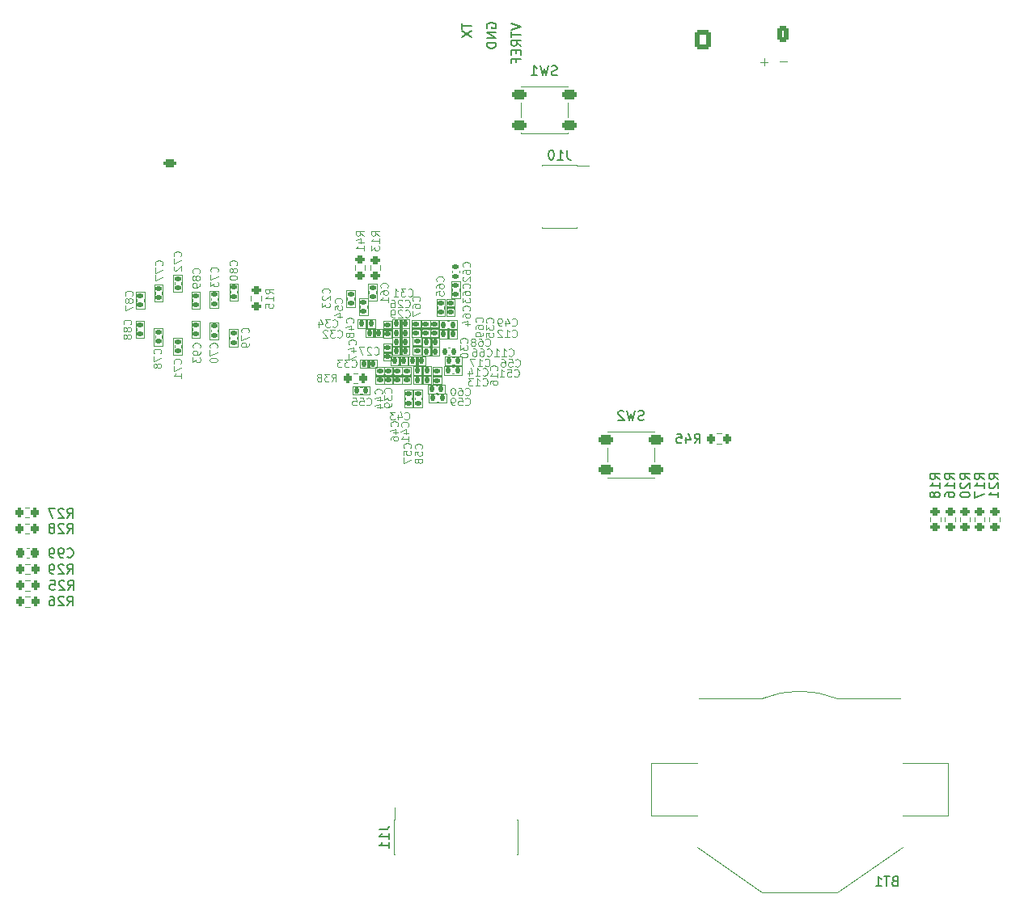
<source format=gbo>
%TF.GenerationSoftware,KiCad,Pcbnew,9.0.5*%
%TF.CreationDate,2025-11-15T17:56:55+00:00*%
%TF.ProjectId,gk,676b2e6b-6963-4616-945f-706362585858,rev?*%
%TF.SameCoordinates,Original*%
%TF.FileFunction,Legend,Bot*%
%TF.FilePolarity,Positive*%
%FSLAX46Y46*%
G04 Gerber Fmt 4.6, Leading zero omitted, Abs format (unit mm)*
G04 Created by KiCad (PCBNEW 9.0.5) date 2025-11-15 17:56:55*
%MOMM*%
%LPD*%
G01*
G04 APERTURE LIST*
G04 Aperture macros list*
%AMRoundRect*
0 Rectangle with rounded corners*
0 $1 Rounding radius*
0 $2 $3 $4 $5 $6 $7 $8 $9 X,Y pos of 4 corners*
0 Add a 4 corners polygon primitive as box body*
4,1,4,$2,$3,$4,$5,$6,$7,$8,$9,$2,$3,0*
0 Add four circle primitives for the rounded corners*
1,1,$1+$1,$2,$3*
1,1,$1+$1,$4,$5*
1,1,$1+$1,$6,$7*
1,1,$1+$1,$8,$9*
0 Add four rect primitives between the rounded corners*
20,1,$1+$1,$2,$3,$4,$5,0*
20,1,$1+$1,$4,$5,$6,$7,0*
20,1,$1+$1,$6,$7,$8,$9,0*
20,1,$1+$1,$8,$9,$2,$3,0*%
G04 Aperture macros list end*
%ADD10C,0.100000*%
%ADD11C,0.150000*%
%ADD12C,0.120000*%
%ADD13RoundRect,0.250000X0.525000X0.250000X-0.525000X0.250000X-0.525000X-0.250000X0.525000X-0.250000X0*%
%ADD14C,2.200000*%
%ADD15C,1.700000*%
%ADD16R,1.700000X1.700000*%
%ADD17R,1.600000X1.500000*%
%ADD18C,1.600000*%
%ADD19C,3.000000*%
%ADD20C,3.200000*%
%ADD21C,1.250000*%
%ADD22C,1.750000*%
%ADD23RoundRect,0.200000X0.450000X-0.200000X0.450000X0.200000X-0.450000X0.200000X-0.450000X-0.200000X0*%
%ADD24O,1.300000X0.800000*%
%ADD25O,2.200000X4.000000*%
%ADD26O,4.000000X2.200000*%
%ADD27R,2.200000X4.000000*%
%ADD28C,0.650000*%
%ADD29O,1.000000X2.100000*%
%ADD30O,1.000000X1.600000*%
%ADD31RoundRect,0.250000X0.600000X0.750000X-0.600000X0.750000X-0.600000X-0.750000X0.600000X-0.750000X0*%
%ADD32O,1.700000X2.000000*%
%ADD33C,2.600000*%
%ADD34C,4.400000*%
%ADD35RoundRect,0.250000X0.350000X0.625000X-0.350000X0.625000X-0.350000X-0.625000X0.350000X-0.625000X0*%
%ADD36O,1.200000X1.750000*%
%ADD37RoundRect,0.140000X0.170000X-0.140000X0.170000X0.140000X-0.170000X0.140000X-0.170000X-0.140000X0*%
%ADD38RoundRect,0.200000X-0.200000X-0.275000X0.200000X-0.275000X0.200000X0.275000X-0.200000X0.275000X0*%
%ADD39RoundRect,0.140000X-0.170000X0.140000X-0.170000X-0.140000X0.170000X-0.140000X0.170000X0.140000X0*%
%ADD40R,0.740000X2.400000*%
%ADD41RoundRect,0.200000X0.275000X-0.200000X0.275000X0.200000X-0.275000X0.200000X-0.275000X-0.200000X0*%
%ADD42RoundRect,0.140000X-0.140000X-0.170000X0.140000X-0.170000X0.140000X0.170000X-0.140000X0.170000X0*%
%ADD43RoundRect,0.140000X0.140000X0.170000X-0.140000X0.170000X-0.140000X-0.170000X0.140000X-0.170000X0*%
%ADD44RoundRect,0.200000X0.200000X0.275000X-0.200000X0.275000X-0.200000X-0.275000X0.200000X-0.275000X0*%
%ADD45RoundRect,0.225000X0.225000X0.250000X-0.225000X0.250000X-0.225000X-0.250000X0.225000X-0.250000X0*%
%ADD46RoundRect,0.200000X-0.275000X0.200000X-0.275000X-0.200000X0.275000X-0.200000X0.275000X0.200000X0*%
%ADD47R,2.400000X0.740000*%
%ADD48R,5.100000X5.100000*%
%ADD49C,17.800000*%
G04 APERTURE END LIST*
D10*
X78788491Y-78004439D02*
X79688491Y-78004439D01*
X79688491Y-79804439D01*
X78788491Y-79804439D01*
X78788491Y-78004439D01*
X79638491Y-84404439D02*
X79838491Y-84404439D01*
X79838491Y-85304439D01*
X79638491Y-85304439D01*
X79638491Y-84404439D01*
G36*
X79638491Y-84404439D02*
G01*
X79838491Y-84404439D01*
X79838491Y-85304439D01*
X79638491Y-85304439D01*
X79638491Y-84404439D01*
G37*
X81388491Y-86004439D02*
X82288491Y-86004439D01*
X82288491Y-86204439D01*
X81388491Y-86204439D01*
X81388491Y-86004439D01*
G36*
X81388491Y-86004439D02*
G01*
X82288491Y-86004439D01*
X82288491Y-86204439D01*
X81388491Y-86204439D01*
X81388491Y-86004439D01*
G37*
X83488491Y-87604439D02*
X84388491Y-87604439D01*
X84388491Y-89404439D01*
X83488491Y-89404439D01*
X83488491Y-87604439D01*
X59338491Y-82154439D02*
X60238491Y-82154439D01*
X60238491Y-83954439D01*
X59338491Y-83954439D01*
X59338491Y-82154439D01*
X57288491Y-81154439D02*
X58188491Y-81154439D01*
X58188491Y-82954439D01*
X57288491Y-82954439D01*
X57288491Y-81154439D01*
X86888491Y-78054439D02*
X87788491Y-78054439D01*
X87788491Y-79854439D01*
X86888491Y-79854439D01*
X86888491Y-78054439D01*
X55438491Y-77304439D02*
X56338491Y-77304439D01*
X56338491Y-79104439D01*
X55438491Y-79104439D01*
X55438491Y-77304439D01*
X55388491Y-80354439D02*
X56288491Y-80354439D01*
X56288491Y-82154439D01*
X55388491Y-82154439D01*
X55388491Y-80354439D01*
X82338491Y-85204439D02*
X83238491Y-85204439D01*
X83238491Y-87004439D01*
X82338491Y-87004439D01*
X82338491Y-85204439D01*
X86088491Y-88004439D02*
X87888491Y-88004439D01*
X87888491Y-88904439D01*
X86088491Y-88904439D01*
X86088491Y-88004439D01*
X87888491Y-78054439D02*
X88788491Y-78054439D01*
X88788491Y-79854439D01*
X87888491Y-79854439D01*
X87888491Y-78054439D01*
X82238491Y-81154439D02*
X84038491Y-81154439D01*
X84038491Y-82054439D01*
X82238491Y-82054439D01*
X82238491Y-81154439D01*
X82088491Y-84104439D02*
X83888491Y-84104439D01*
X83888491Y-85004439D01*
X82088491Y-85004439D01*
X82088491Y-84104439D01*
X80488491Y-86004439D02*
X81388491Y-86004439D01*
X81388491Y-86204439D01*
X80488491Y-86204439D01*
X80488491Y-86004439D01*
G36*
X80488491Y-86004439D02*
G01*
X81388491Y-86004439D01*
X81388491Y-86204439D01*
X80488491Y-86204439D01*
X80488491Y-86004439D01*
G37*
X86188491Y-82154439D02*
X86388491Y-82154439D01*
X86388491Y-83054439D01*
X86188491Y-83054439D01*
X86188491Y-82154439D01*
G36*
X86188491Y-82154439D02*
G01*
X86388491Y-82154439D01*
X86388491Y-83054439D01*
X86188491Y-83054439D01*
X86188491Y-82154439D01*
G37*
X87988491Y-81304439D02*
X88188491Y-81304439D01*
X88188491Y-82204439D01*
X87988491Y-82204439D01*
X87988491Y-81304439D01*
G36*
X87988491Y-81304439D02*
G01*
X88188491Y-81304439D01*
X88188491Y-82204439D01*
X87988491Y-82204439D01*
X87988491Y-81304439D01*
G37*
X63138491Y-80504439D02*
X64038491Y-80504439D01*
X64038491Y-82304439D01*
X63138491Y-82304439D01*
X63138491Y-80504439D01*
X77438491Y-77154439D02*
X78338491Y-77154439D01*
X78338491Y-78954439D01*
X77438491Y-78954439D01*
X77438491Y-77154439D01*
X86188491Y-83104439D02*
X86388491Y-83104439D01*
X86388491Y-84004439D01*
X86188491Y-84004439D01*
X86188491Y-83104439D01*
G36*
X86188491Y-83104439D02*
G01*
X86388491Y-83104439D01*
X86388491Y-84004439D01*
X86188491Y-84004439D01*
X86188491Y-83104439D01*
G37*
X84388491Y-82904439D02*
X85288491Y-82904439D01*
X85288491Y-83104439D01*
X84388491Y-83104439D01*
X84388491Y-82904439D01*
G36*
X84388491Y-82904439D02*
G01*
X85288491Y-82904439D01*
X85288491Y-83104439D01*
X84388491Y-83104439D01*
X84388491Y-82904439D01*
G37*
X83038491Y-82104439D02*
X83238491Y-82104439D01*
X83238491Y-83004439D01*
X83038491Y-83004439D01*
X83038491Y-82104439D01*
G36*
X83038491Y-82104439D02*
G01*
X83238491Y-82104439D01*
X83238491Y-83004439D01*
X83038491Y-83004439D01*
X83038491Y-82104439D01*
G37*
X84288491Y-80254439D02*
X85188491Y-80254439D01*
X85188491Y-82054439D01*
X84288491Y-82054439D01*
X84288491Y-80254439D01*
X83288491Y-85204439D02*
X84188491Y-85204439D01*
X84188491Y-87004439D01*
X83288491Y-87004439D01*
X83288491Y-85204439D01*
X87888491Y-78854439D02*
X88788491Y-78854439D01*
X88788491Y-79054439D01*
X87888491Y-79054439D01*
X87888491Y-78854439D01*
G36*
X87888491Y-78854439D02*
G01*
X88788491Y-78854439D01*
X88788491Y-79054439D01*
X87888491Y-79054439D01*
X87888491Y-78854439D01*
G37*
X87188491Y-81304439D02*
X88988491Y-81304439D01*
X88988491Y-82204439D01*
X87188491Y-82204439D01*
X87188491Y-81304439D01*
X80238491Y-81204439D02*
X80438491Y-81204439D01*
X80438491Y-82104439D01*
X80238491Y-82104439D01*
X80238491Y-81204439D01*
G36*
X80238491Y-81204439D02*
G01*
X80438491Y-81204439D01*
X80438491Y-82104439D01*
X80238491Y-82104439D01*
X80238491Y-81204439D01*
G37*
X81388491Y-85204439D02*
X82288491Y-85204439D01*
X82288491Y-87004439D01*
X81388491Y-87004439D01*
X81388491Y-85204439D01*
X81288491Y-80354439D02*
X82188491Y-80354439D01*
X82188491Y-82154439D01*
X81288491Y-82154439D01*
X81288491Y-80354439D01*
X85388491Y-83104439D02*
X87188491Y-83104439D01*
X87188491Y-84004439D01*
X85388491Y-84004439D01*
X85388491Y-83104439D01*
X81288491Y-82754439D02*
X82188491Y-82754439D01*
X82188491Y-84554439D01*
X81288491Y-84554439D01*
X81288491Y-82754439D01*
X88438491Y-76204439D02*
X89338491Y-76204439D01*
X89338491Y-78004439D01*
X88438491Y-78004439D01*
X88438491Y-76204439D01*
X83038491Y-83054439D02*
X83238491Y-83054439D01*
X83238491Y-83954439D01*
X83038491Y-83954439D01*
X83038491Y-83054439D01*
G36*
X83038491Y-83054439D02*
G01*
X83238491Y-83054439D01*
X83238491Y-83954439D01*
X83038491Y-83954439D01*
X83038491Y-83054439D01*
G37*
X85388491Y-82154439D02*
X87188491Y-82154439D01*
X87188491Y-83054439D01*
X85388491Y-83054439D01*
X85388491Y-82154439D01*
X85988491Y-87054439D02*
X87788491Y-87054439D01*
X87788491Y-87954439D01*
X85988491Y-87954439D01*
X85988491Y-87054439D01*
X82338491Y-86004439D02*
X83238491Y-86004439D01*
X83238491Y-86204439D01*
X82338491Y-86204439D01*
X82338491Y-86004439D01*
G36*
X82338491Y-86004439D02*
G01*
X83238491Y-86004439D01*
X83238491Y-86204439D01*
X82338491Y-86204439D01*
X82338491Y-86004439D01*
G37*
X84488491Y-86104439D02*
X86288491Y-86104439D01*
X86288491Y-87004439D01*
X84488491Y-87004439D01*
X84488491Y-86104439D01*
X83938491Y-84104439D02*
X85738491Y-84104439D01*
X85738491Y-85004439D01*
X83938491Y-85004439D01*
X83938491Y-84104439D01*
X87738491Y-84104439D02*
X89538491Y-84104439D01*
X89538491Y-85004439D01*
X87738491Y-85004439D01*
X87738491Y-84104439D01*
X79438491Y-80204439D02*
X79638491Y-80204439D01*
X79638491Y-81104439D01*
X79438491Y-81104439D01*
X79438491Y-80204439D01*
G36*
X79438491Y-80204439D02*
G01*
X79638491Y-80204439D01*
X79638491Y-81104439D01*
X79438491Y-81104439D01*
X79438491Y-80204439D01*
G37*
X84488491Y-87604439D02*
X85388491Y-87604439D01*
X85388491Y-89404439D01*
X84488491Y-89404439D01*
X84488491Y-87604439D01*
X80488491Y-85204439D02*
X81388491Y-85204439D01*
X81388491Y-87004439D01*
X80488491Y-87004439D01*
X80488491Y-85204439D01*
X86488491Y-85204439D02*
X87388491Y-85204439D01*
X87388491Y-87004439D01*
X86488491Y-87004439D01*
X86488491Y-85204439D01*
X82238491Y-80204439D02*
X84038491Y-80204439D01*
X84038491Y-81104439D01*
X82238491Y-81104439D01*
X82238491Y-80204439D01*
X83288491Y-86004439D02*
X84188491Y-86004439D01*
X84188491Y-86204439D01*
X83288491Y-86204439D01*
X83288491Y-86004439D01*
G36*
X83288491Y-86004439D02*
G01*
X84188491Y-86004439D01*
X84188491Y-86204439D01*
X83288491Y-86204439D01*
X83288491Y-86004439D01*
G37*
X59338491Y-75554439D02*
X60238491Y-75554439D01*
X60238491Y-77354439D01*
X59338491Y-77354439D01*
X59338491Y-75554439D01*
X82238491Y-83054439D02*
X84038491Y-83054439D01*
X84038491Y-83954439D01*
X82238491Y-83954439D01*
X82238491Y-83054439D01*
X84288491Y-81054439D02*
X85188491Y-81054439D01*
X85188491Y-81254439D01*
X84288491Y-81254439D01*
X84288491Y-81054439D01*
G36*
X84288491Y-81054439D02*
G01*
X85188491Y-81054439D01*
X85188491Y-81254439D01*
X84288491Y-81254439D01*
X84288491Y-81054439D01*
G37*
X86188491Y-81054439D02*
X87088491Y-81054439D01*
X87088491Y-81254439D01*
X86188491Y-81254439D01*
X86188491Y-81054439D01*
G36*
X86188491Y-81054439D02*
G01*
X87088491Y-81054439D01*
X87088491Y-81254439D01*
X86188491Y-81254439D01*
X86188491Y-81054439D01*
G37*
X81288491Y-81154439D02*
X82188491Y-81154439D01*
X82188491Y-81354439D01*
X81288491Y-81354439D01*
X81288491Y-81154439D01*
G36*
X81288491Y-81154439D02*
G01*
X82188491Y-81154439D01*
X82188491Y-81354439D01*
X81288491Y-81354439D01*
X81288491Y-81154439D01*
G37*
X83038491Y-80204439D02*
X83238491Y-80204439D01*
X83238491Y-81104439D01*
X83038491Y-81104439D01*
X83038491Y-80204439D01*
G36*
X83038491Y-80204439D02*
G01*
X83238491Y-80204439D01*
X83238491Y-81104439D01*
X83038491Y-81104439D01*
X83038491Y-80204439D01*
G37*
X86488491Y-86004439D02*
X87388491Y-86004439D01*
X87388491Y-86204439D01*
X86488491Y-86204439D01*
X86488491Y-86004439D01*
G36*
X86488491Y-86004439D02*
G01*
X87388491Y-86004439D01*
X87388491Y-86204439D01*
X86488491Y-86204439D01*
X86488491Y-86004439D01*
G37*
X84388491Y-82104439D02*
X85288491Y-82104439D01*
X85288491Y-83904439D01*
X84388491Y-83904439D01*
X84388491Y-82104439D01*
X81288491Y-83554439D02*
X82188491Y-83554439D01*
X82188491Y-83754439D01*
X81288491Y-83754439D01*
X81288491Y-83554439D01*
G36*
X81288491Y-83554439D02*
G01*
X82188491Y-83554439D01*
X82188491Y-83754439D01*
X81288491Y-83754439D01*
X81288491Y-83554439D01*
G37*
X57338491Y-76554439D02*
X58238491Y-76554439D01*
X58238491Y-78354439D01*
X57338491Y-78354439D01*
X57338491Y-76554439D01*
X85288491Y-86104439D02*
X85488491Y-86104439D01*
X85488491Y-87004439D01*
X85288491Y-87004439D01*
X85288491Y-86104439D01*
G36*
X85288491Y-86104439D02*
G01*
X85488491Y-86104439D01*
X85488491Y-87004439D01*
X85288491Y-87004439D01*
X85288491Y-86104439D01*
G37*
X82238491Y-82104439D02*
X84038491Y-82104439D01*
X84038491Y-83004439D01*
X82238491Y-83004439D01*
X82238491Y-82104439D01*
X82888491Y-84104439D02*
X83088491Y-84104439D01*
X83088491Y-85004439D01*
X82888491Y-85004439D01*
X82888491Y-84104439D01*
G36*
X82888491Y-84104439D02*
G01*
X83088491Y-84104439D01*
X83088491Y-85004439D01*
X82888491Y-85004439D01*
X82888491Y-84104439D01*
G37*
X78838491Y-84404439D02*
X80638491Y-84404439D01*
X80638491Y-85304439D01*
X78838491Y-85304439D01*
X78838491Y-84404439D01*
X83038491Y-81154439D02*
X83238491Y-81154439D01*
X83238491Y-82054439D01*
X83038491Y-82054439D01*
X83038491Y-81154439D01*
G36*
X83038491Y-81154439D02*
G01*
X83238491Y-81154439D01*
X83238491Y-82054439D01*
X83038491Y-82054439D01*
X83038491Y-81154439D01*
G37*
X63138491Y-77204439D02*
X64038491Y-77204439D01*
X64038491Y-79004439D01*
X63138491Y-79004439D01*
X63138491Y-77204439D01*
X61238491Y-77304439D02*
X62138491Y-77304439D01*
X62138491Y-79104439D01*
X61238491Y-79104439D01*
X61238491Y-77304439D01*
X78088491Y-87204439D02*
X79888491Y-87204439D01*
X79888491Y-88104439D01*
X78088491Y-88104439D01*
X78088491Y-87204439D01*
X84738491Y-84104439D02*
X84938491Y-84104439D01*
X84938491Y-85004439D01*
X84738491Y-85004439D01*
X84738491Y-84104439D01*
G36*
X84738491Y-84104439D02*
G01*
X84938491Y-84104439D01*
X84938491Y-85004439D01*
X84738491Y-85004439D01*
X84738491Y-84104439D01*
G37*
X86188491Y-80254439D02*
X87088491Y-80254439D01*
X87088491Y-82054439D01*
X86188491Y-82054439D01*
X86188491Y-80254439D01*
X78638491Y-80204439D02*
X80438491Y-80204439D01*
X80438491Y-81104439D01*
X78638491Y-81104439D01*
X78638491Y-80204439D01*
X87688491Y-85104439D02*
X89488491Y-85104439D01*
X89488491Y-86004439D01*
X87688491Y-86004439D01*
X87688491Y-85104439D01*
X65188491Y-76454439D02*
X66088491Y-76454439D01*
X66088491Y-78254439D01*
X65188491Y-78254439D01*
X65188491Y-76454439D01*
X61238491Y-80354439D02*
X62138491Y-80354439D01*
X62138491Y-82154439D01*
X61238491Y-82154439D01*
X61238491Y-80354439D01*
X79438491Y-81204439D02*
X81238491Y-81204439D01*
X81238491Y-82104439D01*
X79438491Y-82104439D01*
X79438491Y-81204439D01*
X85288491Y-85104439D02*
X85488491Y-85104439D01*
X85488491Y-86004439D01*
X85288491Y-86004439D01*
X85288491Y-85104439D01*
G36*
X85288491Y-85104439D02*
G01*
X85488491Y-85104439D01*
X85488491Y-86004439D01*
X85288491Y-86004439D01*
X85288491Y-85104439D01*
G37*
X85288491Y-81054439D02*
X86188491Y-81054439D01*
X86188491Y-81254439D01*
X85288491Y-81254439D01*
X85288491Y-81054439D01*
G36*
X85288491Y-81054439D02*
G01*
X86188491Y-81054439D01*
X86188491Y-81254439D01*
X85288491Y-81254439D01*
X85288491Y-81054439D01*
G37*
X79738491Y-76454439D02*
X80638491Y-76454439D01*
X80638491Y-78254439D01*
X79738491Y-78254439D01*
X79738491Y-76454439D01*
X85288491Y-80254439D02*
X86188491Y-80254439D01*
X86188491Y-82054439D01*
X85288491Y-82054439D01*
X85288491Y-80254439D01*
X65138491Y-81254439D02*
X66038491Y-81254439D01*
X66038491Y-83054439D01*
X65138491Y-83054439D01*
X65138491Y-81254439D01*
X84488491Y-85104439D02*
X86288491Y-85104439D01*
X86288491Y-86004439D01*
X84488491Y-86004439D01*
X84488491Y-85104439D01*
X87188491Y-80304439D02*
X88988491Y-80304439D01*
X88988491Y-81204439D01*
X87188491Y-81204439D01*
X87188491Y-80304439D01*
X122792375Y-53195905D02*
X123554280Y-53195905D01*
X120792375Y-53245905D02*
X121554280Y-53245905D01*
X121173327Y-53626858D02*
X121173327Y-52864953D01*
D11*
X94719819Y-49243922D02*
X95719819Y-49577255D01*
X95719819Y-49577255D02*
X94719819Y-49910588D01*
X94719819Y-50101065D02*
X94719819Y-50672493D01*
X95719819Y-50386779D02*
X94719819Y-50386779D01*
X95719819Y-51577255D02*
X95243628Y-51243922D01*
X95719819Y-51005827D02*
X94719819Y-51005827D01*
X94719819Y-51005827D02*
X94719819Y-51386779D01*
X94719819Y-51386779D02*
X94767438Y-51482017D01*
X94767438Y-51482017D02*
X94815057Y-51529636D01*
X94815057Y-51529636D02*
X94910295Y-51577255D01*
X94910295Y-51577255D02*
X95053152Y-51577255D01*
X95053152Y-51577255D02*
X95148390Y-51529636D01*
X95148390Y-51529636D02*
X95196009Y-51482017D01*
X95196009Y-51482017D02*
X95243628Y-51386779D01*
X95243628Y-51386779D02*
X95243628Y-51005827D01*
X95196009Y-52005827D02*
X95196009Y-52339160D01*
X95719819Y-52482017D02*
X95719819Y-52005827D01*
X95719819Y-52005827D02*
X94719819Y-52005827D01*
X94719819Y-52005827D02*
X94719819Y-52482017D01*
X95196009Y-53243922D02*
X95196009Y-52910589D01*
X95719819Y-52910589D02*
X94719819Y-52910589D01*
X94719819Y-52910589D02*
X94719819Y-53386779D01*
X92167438Y-49710588D02*
X92119819Y-49615350D01*
X92119819Y-49615350D02*
X92119819Y-49472493D01*
X92119819Y-49472493D02*
X92167438Y-49329636D01*
X92167438Y-49329636D02*
X92262676Y-49234398D01*
X92262676Y-49234398D02*
X92357914Y-49186779D01*
X92357914Y-49186779D02*
X92548390Y-49139160D01*
X92548390Y-49139160D02*
X92691247Y-49139160D01*
X92691247Y-49139160D02*
X92881723Y-49186779D01*
X92881723Y-49186779D02*
X92976961Y-49234398D01*
X92976961Y-49234398D02*
X93072200Y-49329636D01*
X93072200Y-49329636D02*
X93119819Y-49472493D01*
X93119819Y-49472493D02*
X93119819Y-49567731D01*
X93119819Y-49567731D02*
X93072200Y-49710588D01*
X93072200Y-49710588D02*
X93024580Y-49758207D01*
X93024580Y-49758207D02*
X92691247Y-49758207D01*
X92691247Y-49758207D02*
X92691247Y-49567731D01*
X93119819Y-50186779D02*
X92119819Y-50186779D01*
X92119819Y-50186779D02*
X93119819Y-50758207D01*
X93119819Y-50758207D02*
X92119819Y-50758207D01*
X93119819Y-51234398D02*
X92119819Y-51234398D01*
X92119819Y-51234398D02*
X92119819Y-51472493D01*
X92119819Y-51472493D02*
X92167438Y-51615350D01*
X92167438Y-51615350D02*
X92262676Y-51710588D01*
X92262676Y-51710588D02*
X92357914Y-51758207D01*
X92357914Y-51758207D02*
X92548390Y-51805826D01*
X92548390Y-51805826D02*
X92691247Y-51805826D01*
X92691247Y-51805826D02*
X92881723Y-51758207D01*
X92881723Y-51758207D02*
X92976961Y-51710588D01*
X92976961Y-51710588D02*
X93072200Y-51615350D01*
X93072200Y-51615350D02*
X93119819Y-51472493D01*
X93119819Y-51472493D02*
X93119819Y-51234398D01*
X89519819Y-49193922D02*
X89519819Y-49765350D01*
X90519819Y-49479636D02*
X89519819Y-49479636D01*
X89519819Y-50003446D02*
X90519819Y-50670112D01*
X89519819Y-50670112D02*
X90519819Y-50003446D01*
X108565323Y-90736139D02*
X108422466Y-90783758D01*
X108422466Y-90783758D02*
X108184371Y-90783758D01*
X108184371Y-90783758D02*
X108089133Y-90736139D01*
X108089133Y-90736139D02*
X108041514Y-90688519D01*
X108041514Y-90688519D02*
X107993895Y-90593281D01*
X107993895Y-90593281D02*
X107993895Y-90498043D01*
X107993895Y-90498043D02*
X108041514Y-90402805D01*
X108041514Y-90402805D02*
X108089133Y-90355186D01*
X108089133Y-90355186D02*
X108184371Y-90307567D01*
X108184371Y-90307567D02*
X108374847Y-90259948D01*
X108374847Y-90259948D02*
X108470085Y-90212329D01*
X108470085Y-90212329D02*
X108517704Y-90164710D01*
X108517704Y-90164710D02*
X108565323Y-90069472D01*
X108565323Y-90069472D02*
X108565323Y-89974234D01*
X108565323Y-89974234D02*
X108517704Y-89878996D01*
X108517704Y-89878996D02*
X108470085Y-89831377D01*
X108470085Y-89831377D02*
X108374847Y-89783758D01*
X108374847Y-89783758D02*
X108136752Y-89783758D01*
X108136752Y-89783758D02*
X107993895Y-89831377D01*
X107660561Y-89783758D02*
X107422466Y-90783758D01*
X107422466Y-90783758D02*
X107231990Y-90069472D01*
X107231990Y-90069472D02*
X107041514Y-90783758D01*
X107041514Y-90783758D02*
X106803419Y-89783758D01*
X106470085Y-89878996D02*
X106422466Y-89831377D01*
X106422466Y-89831377D02*
X106327228Y-89783758D01*
X106327228Y-89783758D02*
X106089133Y-89783758D01*
X106089133Y-89783758D02*
X105993895Y-89831377D01*
X105993895Y-89831377D02*
X105946276Y-89878996D01*
X105946276Y-89878996D02*
X105898657Y-89974234D01*
X105898657Y-89974234D02*
X105898657Y-90069472D01*
X105898657Y-90069472D02*
X105946276Y-90212329D01*
X105946276Y-90212329D02*
X106517704Y-90783758D01*
X106517704Y-90783758D02*
X105898657Y-90783758D01*
X99484823Y-54604639D02*
X99341966Y-54652258D01*
X99341966Y-54652258D02*
X99103871Y-54652258D01*
X99103871Y-54652258D02*
X99008633Y-54604639D01*
X99008633Y-54604639D02*
X98961014Y-54557019D01*
X98961014Y-54557019D02*
X98913395Y-54461781D01*
X98913395Y-54461781D02*
X98913395Y-54366543D01*
X98913395Y-54366543D02*
X98961014Y-54271305D01*
X98961014Y-54271305D02*
X99008633Y-54223686D01*
X99008633Y-54223686D02*
X99103871Y-54176067D01*
X99103871Y-54176067D02*
X99294347Y-54128448D01*
X99294347Y-54128448D02*
X99389585Y-54080829D01*
X99389585Y-54080829D02*
X99437204Y-54033210D01*
X99437204Y-54033210D02*
X99484823Y-53937972D01*
X99484823Y-53937972D02*
X99484823Y-53842734D01*
X99484823Y-53842734D02*
X99437204Y-53747496D01*
X99437204Y-53747496D02*
X99389585Y-53699877D01*
X99389585Y-53699877D02*
X99294347Y-53652258D01*
X99294347Y-53652258D02*
X99056252Y-53652258D01*
X99056252Y-53652258D02*
X98913395Y-53699877D01*
X98580061Y-53652258D02*
X98341966Y-54652258D01*
X98341966Y-54652258D02*
X98151490Y-53937972D01*
X98151490Y-53937972D02*
X97961014Y-54652258D01*
X97961014Y-54652258D02*
X97722919Y-53652258D01*
X96818157Y-54652258D02*
X97389585Y-54652258D01*
X97103871Y-54652258D02*
X97103871Y-53652258D01*
X97103871Y-53652258D02*
X97199109Y-53795115D01*
X97199109Y-53795115D02*
X97294347Y-53890353D01*
X97294347Y-53890353D02*
X97389585Y-53937972D01*
D12*
X65926155Y-74540153D02*
X65964251Y-74502057D01*
X65964251Y-74502057D02*
X66002346Y-74387772D01*
X66002346Y-74387772D02*
X66002346Y-74311581D01*
X66002346Y-74311581D02*
X65964251Y-74197295D01*
X65964251Y-74197295D02*
X65888060Y-74121105D01*
X65888060Y-74121105D02*
X65811870Y-74083010D01*
X65811870Y-74083010D02*
X65659489Y-74044914D01*
X65659489Y-74044914D02*
X65545203Y-74044914D01*
X65545203Y-74044914D02*
X65392822Y-74083010D01*
X65392822Y-74083010D02*
X65316631Y-74121105D01*
X65316631Y-74121105D02*
X65240441Y-74197295D01*
X65240441Y-74197295D02*
X65202346Y-74311581D01*
X65202346Y-74311581D02*
X65202346Y-74387772D01*
X65202346Y-74387772D02*
X65240441Y-74502057D01*
X65240441Y-74502057D02*
X65278536Y-74540153D01*
X65545203Y-74997295D02*
X65507108Y-74921105D01*
X65507108Y-74921105D02*
X65469012Y-74883010D01*
X65469012Y-74883010D02*
X65392822Y-74844914D01*
X65392822Y-74844914D02*
X65354727Y-74844914D01*
X65354727Y-74844914D02*
X65278536Y-74883010D01*
X65278536Y-74883010D02*
X65240441Y-74921105D01*
X65240441Y-74921105D02*
X65202346Y-74997295D01*
X65202346Y-74997295D02*
X65202346Y-75149676D01*
X65202346Y-75149676D02*
X65240441Y-75225867D01*
X65240441Y-75225867D02*
X65278536Y-75263962D01*
X65278536Y-75263962D02*
X65354727Y-75302057D01*
X65354727Y-75302057D02*
X65392822Y-75302057D01*
X65392822Y-75302057D02*
X65469012Y-75263962D01*
X65469012Y-75263962D02*
X65507108Y-75225867D01*
X65507108Y-75225867D02*
X65545203Y-75149676D01*
X65545203Y-75149676D02*
X65545203Y-74997295D01*
X65545203Y-74997295D02*
X65583298Y-74921105D01*
X65583298Y-74921105D02*
X65621393Y-74883010D01*
X65621393Y-74883010D02*
X65697584Y-74844914D01*
X65697584Y-74844914D02*
X65849965Y-74844914D01*
X65849965Y-74844914D02*
X65926155Y-74883010D01*
X65926155Y-74883010D02*
X65964251Y-74921105D01*
X65964251Y-74921105D02*
X66002346Y-74997295D01*
X66002346Y-74997295D02*
X66002346Y-75149676D01*
X66002346Y-75149676D02*
X65964251Y-75225867D01*
X65964251Y-75225867D02*
X65926155Y-75263962D01*
X65926155Y-75263962D02*
X65849965Y-75302057D01*
X65849965Y-75302057D02*
X65697584Y-75302057D01*
X65697584Y-75302057D02*
X65621393Y-75263962D01*
X65621393Y-75263962D02*
X65583298Y-75225867D01*
X65583298Y-75225867D02*
X65545203Y-75149676D01*
X65202346Y-75797296D02*
X65202346Y-75873486D01*
X65202346Y-75873486D02*
X65240441Y-75949677D01*
X65240441Y-75949677D02*
X65278536Y-75987772D01*
X65278536Y-75987772D02*
X65354727Y-76025867D01*
X65354727Y-76025867D02*
X65507108Y-76063962D01*
X65507108Y-76063962D02*
X65697584Y-76063962D01*
X65697584Y-76063962D02*
X65849965Y-76025867D01*
X65849965Y-76025867D02*
X65926155Y-75987772D01*
X65926155Y-75987772D02*
X65964251Y-75949677D01*
X65964251Y-75949677D02*
X66002346Y-75873486D01*
X66002346Y-75873486D02*
X66002346Y-75797296D01*
X66002346Y-75797296D02*
X65964251Y-75721105D01*
X65964251Y-75721105D02*
X65926155Y-75683010D01*
X65926155Y-75683010D02*
X65849965Y-75644915D01*
X65849965Y-75644915D02*
X65697584Y-75606819D01*
X65697584Y-75606819D02*
X65507108Y-75606819D01*
X65507108Y-75606819D02*
X65354727Y-75644915D01*
X65354727Y-75644915D02*
X65278536Y-75683010D01*
X65278536Y-75683010D02*
X65240441Y-75721105D01*
X65240441Y-75721105D02*
X65202346Y-75797296D01*
D11*
X48231348Y-101009258D02*
X48564681Y-100533067D01*
X48802776Y-101009258D02*
X48802776Y-100009258D01*
X48802776Y-100009258D02*
X48421824Y-100009258D01*
X48421824Y-100009258D02*
X48326586Y-100056877D01*
X48326586Y-100056877D02*
X48278967Y-100104496D01*
X48278967Y-100104496D02*
X48231348Y-100199734D01*
X48231348Y-100199734D02*
X48231348Y-100342591D01*
X48231348Y-100342591D02*
X48278967Y-100437829D01*
X48278967Y-100437829D02*
X48326586Y-100485448D01*
X48326586Y-100485448D02*
X48421824Y-100533067D01*
X48421824Y-100533067D02*
X48802776Y-100533067D01*
X47850395Y-100104496D02*
X47802776Y-100056877D01*
X47802776Y-100056877D02*
X47707538Y-100009258D01*
X47707538Y-100009258D02*
X47469443Y-100009258D01*
X47469443Y-100009258D02*
X47374205Y-100056877D01*
X47374205Y-100056877D02*
X47326586Y-100104496D01*
X47326586Y-100104496D02*
X47278967Y-100199734D01*
X47278967Y-100199734D02*
X47278967Y-100294972D01*
X47278967Y-100294972D02*
X47326586Y-100437829D01*
X47326586Y-100437829D02*
X47898014Y-101009258D01*
X47898014Y-101009258D02*
X47278967Y-101009258D01*
X46945633Y-100009258D02*
X46278967Y-100009258D01*
X46278967Y-100009258D02*
X46707538Y-101009258D01*
D12*
X92776155Y-80540153D02*
X92814251Y-80502057D01*
X92814251Y-80502057D02*
X92852346Y-80387772D01*
X92852346Y-80387772D02*
X92852346Y-80311581D01*
X92852346Y-80311581D02*
X92814251Y-80197295D01*
X92814251Y-80197295D02*
X92738060Y-80121105D01*
X92738060Y-80121105D02*
X92661870Y-80083010D01*
X92661870Y-80083010D02*
X92509489Y-80044914D01*
X92509489Y-80044914D02*
X92395203Y-80044914D01*
X92395203Y-80044914D02*
X92242822Y-80083010D01*
X92242822Y-80083010D02*
X92166631Y-80121105D01*
X92166631Y-80121105D02*
X92090441Y-80197295D01*
X92090441Y-80197295D02*
X92052346Y-80311581D01*
X92052346Y-80311581D02*
X92052346Y-80387772D01*
X92052346Y-80387772D02*
X92090441Y-80502057D01*
X92090441Y-80502057D02*
X92128536Y-80540153D01*
X92052346Y-80806819D02*
X92052346Y-81302057D01*
X92052346Y-81302057D02*
X92357108Y-81035391D01*
X92357108Y-81035391D02*
X92357108Y-81149676D01*
X92357108Y-81149676D02*
X92395203Y-81225867D01*
X92395203Y-81225867D02*
X92433298Y-81263962D01*
X92433298Y-81263962D02*
X92509489Y-81302057D01*
X92509489Y-81302057D02*
X92699965Y-81302057D01*
X92699965Y-81302057D02*
X92776155Y-81263962D01*
X92776155Y-81263962D02*
X92814251Y-81225867D01*
X92814251Y-81225867D02*
X92852346Y-81149676D01*
X92852346Y-81149676D02*
X92852346Y-80921105D01*
X92852346Y-80921105D02*
X92814251Y-80844914D01*
X92814251Y-80844914D02*
X92776155Y-80806819D01*
X92052346Y-82025867D02*
X92052346Y-81644915D01*
X92052346Y-81644915D02*
X92433298Y-81606819D01*
X92433298Y-81606819D02*
X92395203Y-81644915D01*
X92395203Y-81644915D02*
X92357108Y-81721105D01*
X92357108Y-81721105D02*
X92357108Y-81911581D01*
X92357108Y-81911581D02*
X92395203Y-81987772D01*
X92395203Y-81987772D02*
X92433298Y-82025867D01*
X92433298Y-82025867D02*
X92509489Y-82063962D01*
X92509489Y-82063962D02*
X92699965Y-82063962D01*
X92699965Y-82063962D02*
X92776155Y-82025867D01*
X92776155Y-82025867D02*
X92814251Y-81987772D01*
X92814251Y-81987772D02*
X92852346Y-81911581D01*
X92852346Y-81911581D02*
X92852346Y-81721105D01*
X92852346Y-81721105D02*
X92814251Y-81644915D01*
X92814251Y-81644915D02*
X92776155Y-81606819D01*
X90326155Y-76940153D02*
X90364251Y-76902057D01*
X90364251Y-76902057D02*
X90402346Y-76787772D01*
X90402346Y-76787772D02*
X90402346Y-76711581D01*
X90402346Y-76711581D02*
X90364251Y-76597295D01*
X90364251Y-76597295D02*
X90288060Y-76521105D01*
X90288060Y-76521105D02*
X90211870Y-76483010D01*
X90211870Y-76483010D02*
X90059489Y-76444914D01*
X90059489Y-76444914D02*
X89945203Y-76444914D01*
X89945203Y-76444914D02*
X89792822Y-76483010D01*
X89792822Y-76483010D02*
X89716631Y-76521105D01*
X89716631Y-76521105D02*
X89640441Y-76597295D01*
X89640441Y-76597295D02*
X89602346Y-76711581D01*
X89602346Y-76711581D02*
X89602346Y-76787772D01*
X89602346Y-76787772D02*
X89640441Y-76902057D01*
X89640441Y-76902057D02*
X89678536Y-76940153D01*
X89602346Y-77625867D02*
X89602346Y-77473486D01*
X89602346Y-77473486D02*
X89640441Y-77397295D01*
X89640441Y-77397295D02*
X89678536Y-77359200D01*
X89678536Y-77359200D02*
X89792822Y-77283010D01*
X89792822Y-77283010D02*
X89945203Y-77244914D01*
X89945203Y-77244914D02*
X90249965Y-77244914D01*
X90249965Y-77244914D02*
X90326155Y-77283010D01*
X90326155Y-77283010D02*
X90364251Y-77321105D01*
X90364251Y-77321105D02*
X90402346Y-77397295D01*
X90402346Y-77397295D02*
X90402346Y-77549676D01*
X90402346Y-77549676D02*
X90364251Y-77625867D01*
X90364251Y-77625867D02*
X90326155Y-77663962D01*
X90326155Y-77663962D02*
X90249965Y-77702057D01*
X90249965Y-77702057D02*
X90059489Y-77702057D01*
X90059489Y-77702057D02*
X89983298Y-77663962D01*
X89983298Y-77663962D02*
X89945203Y-77625867D01*
X89945203Y-77625867D02*
X89907108Y-77549676D01*
X89907108Y-77549676D02*
X89907108Y-77397295D01*
X89907108Y-77397295D02*
X89945203Y-77321105D01*
X89945203Y-77321105D02*
X89983298Y-77283010D01*
X89983298Y-77283010D02*
X90059489Y-77244914D01*
X89602346Y-77968724D02*
X89602346Y-78463962D01*
X89602346Y-78463962D02*
X89907108Y-78197296D01*
X89907108Y-78197296D02*
X89907108Y-78311581D01*
X89907108Y-78311581D02*
X89945203Y-78387772D01*
X89945203Y-78387772D02*
X89983298Y-78425867D01*
X89983298Y-78425867D02*
X90059489Y-78463962D01*
X90059489Y-78463962D02*
X90249965Y-78463962D01*
X90249965Y-78463962D02*
X90326155Y-78425867D01*
X90326155Y-78425867D02*
X90364251Y-78387772D01*
X90364251Y-78387772D02*
X90402346Y-78311581D01*
X90402346Y-78311581D02*
X90402346Y-78083010D01*
X90402346Y-78083010D02*
X90364251Y-78006819D01*
X90364251Y-78006819D02*
X90326155Y-77968724D01*
D11*
X80875310Y-133637915D02*
X81589595Y-133637915D01*
X81589595Y-133637915D02*
X81732452Y-133590296D01*
X81732452Y-133590296D02*
X81827691Y-133495058D01*
X81827691Y-133495058D02*
X81875310Y-133352201D01*
X81875310Y-133352201D02*
X81875310Y-133256963D01*
X81875310Y-134637915D02*
X81875310Y-134066487D01*
X81875310Y-134352201D02*
X80875310Y-134352201D01*
X80875310Y-134352201D02*
X81018167Y-134256963D01*
X81018167Y-134256963D02*
X81113405Y-134161725D01*
X81113405Y-134161725D02*
X81161024Y-134066487D01*
X81875310Y-135590296D02*
X81875310Y-135018868D01*
X81875310Y-135304582D02*
X80875310Y-135304582D01*
X80875310Y-135304582D02*
X81018167Y-135209344D01*
X81018167Y-135209344D02*
X81113405Y-135114106D01*
X81113405Y-135114106D02*
X81161024Y-135018868D01*
X141093310Y-96961581D02*
X140617119Y-96628248D01*
X141093310Y-96390153D02*
X140093310Y-96390153D01*
X140093310Y-96390153D02*
X140093310Y-96771105D01*
X140093310Y-96771105D02*
X140140929Y-96866343D01*
X140140929Y-96866343D02*
X140188548Y-96913962D01*
X140188548Y-96913962D02*
X140283786Y-96961581D01*
X140283786Y-96961581D02*
X140426643Y-96961581D01*
X140426643Y-96961581D02*
X140521881Y-96913962D01*
X140521881Y-96913962D02*
X140569500Y-96866343D01*
X140569500Y-96866343D02*
X140617119Y-96771105D01*
X140617119Y-96771105D02*
X140617119Y-96390153D01*
X141093310Y-97913962D02*
X141093310Y-97342534D01*
X141093310Y-97628248D02*
X140093310Y-97628248D01*
X140093310Y-97628248D02*
X140236167Y-97533010D01*
X140236167Y-97533010D02*
X140331405Y-97437772D01*
X140331405Y-97437772D02*
X140379024Y-97342534D01*
X140093310Y-98771105D02*
X140093310Y-98580629D01*
X140093310Y-98580629D02*
X140140929Y-98485391D01*
X140140929Y-98485391D02*
X140188548Y-98437772D01*
X140188548Y-98437772D02*
X140331405Y-98342534D01*
X140331405Y-98342534D02*
X140521881Y-98294915D01*
X140521881Y-98294915D02*
X140902833Y-98294915D01*
X140902833Y-98294915D02*
X140998071Y-98342534D01*
X140998071Y-98342534D02*
X141045691Y-98390153D01*
X141045691Y-98390153D02*
X141093310Y-98485391D01*
X141093310Y-98485391D02*
X141093310Y-98675867D01*
X141093310Y-98675867D02*
X141045691Y-98771105D01*
X141045691Y-98771105D02*
X140998071Y-98818724D01*
X140998071Y-98818724D02*
X140902833Y-98866343D01*
X140902833Y-98866343D02*
X140664738Y-98866343D01*
X140664738Y-98866343D02*
X140569500Y-98818724D01*
X140569500Y-98818724D02*
X140521881Y-98771105D01*
X140521881Y-98771105D02*
X140474262Y-98675867D01*
X140474262Y-98675867D02*
X140474262Y-98485391D01*
X140474262Y-98485391D02*
X140521881Y-98390153D01*
X140521881Y-98390153D02*
X140569500Y-98342534D01*
X140569500Y-98342534D02*
X140664738Y-98294915D01*
D12*
X95152776Y-85092103D02*
X95190872Y-85130199D01*
X95190872Y-85130199D02*
X95305157Y-85168294D01*
X95305157Y-85168294D02*
X95381348Y-85168294D01*
X95381348Y-85168294D02*
X95495634Y-85130199D01*
X95495634Y-85130199D02*
X95571824Y-85054008D01*
X95571824Y-85054008D02*
X95609919Y-84977818D01*
X95609919Y-84977818D02*
X95648015Y-84825437D01*
X95648015Y-84825437D02*
X95648015Y-84711151D01*
X95648015Y-84711151D02*
X95609919Y-84558770D01*
X95609919Y-84558770D02*
X95571824Y-84482579D01*
X95571824Y-84482579D02*
X95495634Y-84406389D01*
X95495634Y-84406389D02*
X95381348Y-84368294D01*
X95381348Y-84368294D02*
X95305157Y-84368294D01*
X95305157Y-84368294D02*
X95190872Y-84406389D01*
X95190872Y-84406389D02*
X95152776Y-84444484D01*
X94428967Y-84368294D02*
X94809919Y-84368294D01*
X94809919Y-84368294D02*
X94848015Y-84749246D01*
X94848015Y-84749246D02*
X94809919Y-84711151D01*
X94809919Y-84711151D02*
X94733729Y-84673056D01*
X94733729Y-84673056D02*
X94543253Y-84673056D01*
X94543253Y-84673056D02*
X94467062Y-84711151D01*
X94467062Y-84711151D02*
X94428967Y-84749246D01*
X94428967Y-84749246D02*
X94390872Y-84825437D01*
X94390872Y-84825437D02*
X94390872Y-85015913D01*
X94390872Y-85015913D02*
X94428967Y-85092103D01*
X94428967Y-85092103D02*
X94467062Y-85130199D01*
X94467062Y-85130199D02*
X94543253Y-85168294D01*
X94543253Y-85168294D02*
X94733729Y-85168294D01*
X94733729Y-85168294D02*
X94809919Y-85130199D01*
X94809919Y-85130199D02*
X94848015Y-85092103D01*
X93705157Y-84368294D02*
X93857538Y-84368294D01*
X93857538Y-84368294D02*
X93933729Y-84406389D01*
X93933729Y-84406389D02*
X93971824Y-84444484D01*
X93971824Y-84444484D02*
X94048014Y-84558770D01*
X94048014Y-84558770D02*
X94086110Y-84711151D01*
X94086110Y-84711151D02*
X94086110Y-85015913D01*
X94086110Y-85015913D02*
X94048014Y-85092103D01*
X94048014Y-85092103D02*
X94009919Y-85130199D01*
X94009919Y-85130199D02*
X93933729Y-85168294D01*
X93933729Y-85168294D02*
X93781348Y-85168294D01*
X93781348Y-85168294D02*
X93705157Y-85130199D01*
X93705157Y-85130199D02*
X93667062Y-85092103D01*
X93667062Y-85092103D02*
X93628967Y-85015913D01*
X93628967Y-85015913D02*
X93628967Y-84825437D01*
X93628967Y-84825437D02*
X93667062Y-84749246D01*
X93667062Y-84749246D02*
X93705157Y-84711151D01*
X93705157Y-84711151D02*
X93781348Y-84673056D01*
X93781348Y-84673056D02*
X93933729Y-84673056D01*
X93933729Y-84673056D02*
X94009919Y-84711151D01*
X94009919Y-84711151D02*
X94048014Y-84749246D01*
X94048014Y-84749246D02*
X94086110Y-84825437D01*
X92152776Y-83992103D02*
X92190872Y-84030199D01*
X92190872Y-84030199D02*
X92305157Y-84068294D01*
X92305157Y-84068294D02*
X92381348Y-84068294D01*
X92381348Y-84068294D02*
X92495634Y-84030199D01*
X92495634Y-84030199D02*
X92571824Y-83954008D01*
X92571824Y-83954008D02*
X92609919Y-83877818D01*
X92609919Y-83877818D02*
X92648015Y-83725437D01*
X92648015Y-83725437D02*
X92648015Y-83611151D01*
X92648015Y-83611151D02*
X92609919Y-83458770D01*
X92609919Y-83458770D02*
X92571824Y-83382579D01*
X92571824Y-83382579D02*
X92495634Y-83306389D01*
X92495634Y-83306389D02*
X92381348Y-83268294D01*
X92381348Y-83268294D02*
X92305157Y-83268294D01*
X92305157Y-83268294D02*
X92190872Y-83306389D01*
X92190872Y-83306389D02*
X92152776Y-83344484D01*
X91467062Y-83268294D02*
X91619443Y-83268294D01*
X91619443Y-83268294D02*
X91695634Y-83306389D01*
X91695634Y-83306389D02*
X91733729Y-83344484D01*
X91733729Y-83344484D02*
X91809919Y-83458770D01*
X91809919Y-83458770D02*
X91848015Y-83611151D01*
X91848015Y-83611151D02*
X91848015Y-83915913D01*
X91848015Y-83915913D02*
X91809919Y-83992103D01*
X91809919Y-83992103D02*
X91771824Y-84030199D01*
X91771824Y-84030199D02*
X91695634Y-84068294D01*
X91695634Y-84068294D02*
X91543253Y-84068294D01*
X91543253Y-84068294D02*
X91467062Y-84030199D01*
X91467062Y-84030199D02*
X91428967Y-83992103D01*
X91428967Y-83992103D02*
X91390872Y-83915913D01*
X91390872Y-83915913D02*
X91390872Y-83725437D01*
X91390872Y-83725437D02*
X91428967Y-83649246D01*
X91428967Y-83649246D02*
X91467062Y-83611151D01*
X91467062Y-83611151D02*
X91543253Y-83573056D01*
X91543253Y-83573056D02*
X91695634Y-83573056D01*
X91695634Y-83573056D02*
X91771824Y-83611151D01*
X91771824Y-83611151D02*
X91809919Y-83649246D01*
X91809919Y-83649246D02*
X91848015Y-83725437D01*
X90705157Y-83268294D02*
X90857538Y-83268294D01*
X90857538Y-83268294D02*
X90933729Y-83306389D01*
X90933729Y-83306389D02*
X90971824Y-83344484D01*
X90971824Y-83344484D02*
X91048014Y-83458770D01*
X91048014Y-83458770D02*
X91086110Y-83611151D01*
X91086110Y-83611151D02*
X91086110Y-83915913D01*
X91086110Y-83915913D02*
X91048014Y-83992103D01*
X91048014Y-83992103D02*
X91009919Y-84030199D01*
X91009919Y-84030199D02*
X90933729Y-84068294D01*
X90933729Y-84068294D02*
X90781348Y-84068294D01*
X90781348Y-84068294D02*
X90705157Y-84030199D01*
X90705157Y-84030199D02*
X90667062Y-83992103D01*
X90667062Y-83992103D02*
X90628967Y-83915913D01*
X90628967Y-83915913D02*
X90628967Y-83725437D01*
X90628967Y-83725437D02*
X90667062Y-83649246D01*
X90667062Y-83649246D02*
X90705157Y-83611151D01*
X90705157Y-83611151D02*
X90781348Y-83573056D01*
X90781348Y-83573056D02*
X90933729Y-83573056D01*
X90933729Y-83573056D02*
X91009919Y-83611151D01*
X91009919Y-83611151D02*
X91048014Y-83649246D01*
X91048014Y-83649246D02*
X91086110Y-83725437D01*
X62076155Y-83190153D02*
X62114251Y-83152057D01*
X62114251Y-83152057D02*
X62152346Y-83037772D01*
X62152346Y-83037772D02*
X62152346Y-82961581D01*
X62152346Y-82961581D02*
X62114251Y-82847295D01*
X62114251Y-82847295D02*
X62038060Y-82771105D01*
X62038060Y-82771105D02*
X61961870Y-82733010D01*
X61961870Y-82733010D02*
X61809489Y-82694914D01*
X61809489Y-82694914D02*
X61695203Y-82694914D01*
X61695203Y-82694914D02*
X61542822Y-82733010D01*
X61542822Y-82733010D02*
X61466631Y-82771105D01*
X61466631Y-82771105D02*
X61390441Y-82847295D01*
X61390441Y-82847295D02*
X61352346Y-82961581D01*
X61352346Y-82961581D02*
X61352346Y-83037772D01*
X61352346Y-83037772D02*
X61390441Y-83152057D01*
X61390441Y-83152057D02*
X61428536Y-83190153D01*
X62152346Y-83571105D02*
X62152346Y-83723486D01*
X62152346Y-83723486D02*
X62114251Y-83799676D01*
X62114251Y-83799676D02*
X62076155Y-83837772D01*
X62076155Y-83837772D02*
X61961870Y-83913962D01*
X61961870Y-83913962D02*
X61809489Y-83952057D01*
X61809489Y-83952057D02*
X61504727Y-83952057D01*
X61504727Y-83952057D02*
X61428536Y-83913962D01*
X61428536Y-83913962D02*
X61390441Y-83875867D01*
X61390441Y-83875867D02*
X61352346Y-83799676D01*
X61352346Y-83799676D02*
X61352346Y-83647295D01*
X61352346Y-83647295D02*
X61390441Y-83571105D01*
X61390441Y-83571105D02*
X61428536Y-83533010D01*
X61428536Y-83533010D02*
X61504727Y-83494914D01*
X61504727Y-83494914D02*
X61695203Y-83494914D01*
X61695203Y-83494914D02*
X61771393Y-83533010D01*
X61771393Y-83533010D02*
X61809489Y-83571105D01*
X61809489Y-83571105D02*
X61847584Y-83647295D01*
X61847584Y-83647295D02*
X61847584Y-83799676D01*
X61847584Y-83799676D02*
X61809489Y-83875867D01*
X61809489Y-83875867D02*
X61771393Y-83913962D01*
X61771393Y-83913962D02*
X61695203Y-83952057D01*
X61352346Y-84218724D02*
X61352346Y-84713962D01*
X61352346Y-84713962D02*
X61657108Y-84447296D01*
X61657108Y-84447296D02*
X61657108Y-84561581D01*
X61657108Y-84561581D02*
X61695203Y-84637772D01*
X61695203Y-84637772D02*
X61733298Y-84675867D01*
X61733298Y-84675867D02*
X61809489Y-84713962D01*
X61809489Y-84713962D02*
X61999965Y-84713962D01*
X61999965Y-84713962D02*
X62076155Y-84675867D01*
X62076155Y-84675867D02*
X62114251Y-84637772D01*
X62114251Y-84637772D02*
X62152346Y-84561581D01*
X62152346Y-84561581D02*
X62152346Y-84333010D01*
X62152346Y-84333010D02*
X62114251Y-84256819D01*
X62114251Y-84256819D02*
X62076155Y-84218724D01*
X83602776Y-79942103D02*
X83640872Y-79980199D01*
X83640872Y-79980199D02*
X83755157Y-80018294D01*
X83755157Y-80018294D02*
X83831348Y-80018294D01*
X83831348Y-80018294D02*
X83945634Y-79980199D01*
X83945634Y-79980199D02*
X84021824Y-79904008D01*
X84021824Y-79904008D02*
X84059919Y-79827818D01*
X84059919Y-79827818D02*
X84098015Y-79675437D01*
X84098015Y-79675437D02*
X84098015Y-79561151D01*
X84098015Y-79561151D02*
X84059919Y-79408770D01*
X84059919Y-79408770D02*
X84021824Y-79332579D01*
X84021824Y-79332579D02*
X83945634Y-79256389D01*
X83945634Y-79256389D02*
X83831348Y-79218294D01*
X83831348Y-79218294D02*
X83755157Y-79218294D01*
X83755157Y-79218294D02*
X83640872Y-79256389D01*
X83640872Y-79256389D02*
X83602776Y-79294484D01*
X83298015Y-79294484D02*
X83259919Y-79256389D01*
X83259919Y-79256389D02*
X83183729Y-79218294D01*
X83183729Y-79218294D02*
X82993253Y-79218294D01*
X82993253Y-79218294D02*
X82917062Y-79256389D01*
X82917062Y-79256389D02*
X82878967Y-79294484D01*
X82878967Y-79294484D02*
X82840872Y-79370675D01*
X82840872Y-79370675D02*
X82840872Y-79446865D01*
X82840872Y-79446865D02*
X82878967Y-79561151D01*
X82878967Y-79561151D02*
X83336110Y-80018294D01*
X83336110Y-80018294D02*
X82840872Y-80018294D01*
X82459919Y-80018294D02*
X82307538Y-80018294D01*
X82307538Y-80018294D02*
X82231348Y-79980199D01*
X82231348Y-79980199D02*
X82193252Y-79942103D01*
X82193252Y-79942103D02*
X82117062Y-79827818D01*
X82117062Y-79827818D02*
X82078967Y-79675437D01*
X82078967Y-79675437D02*
X82078967Y-79370675D01*
X82078967Y-79370675D02*
X82117062Y-79294484D01*
X82117062Y-79294484D02*
X82155157Y-79256389D01*
X82155157Y-79256389D02*
X82231348Y-79218294D01*
X82231348Y-79218294D02*
X82383729Y-79218294D01*
X82383729Y-79218294D02*
X82459919Y-79256389D01*
X82459919Y-79256389D02*
X82498014Y-79294484D01*
X82498014Y-79294484D02*
X82536110Y-79370675D01*
X82536110Y-79370675D02*
X82536110Y-79561151D01*
X82536110Y-79561151D02*
X82498014Y-79637341D01*
X82498014Y-79637341D02*
X82459919Y-79675437D01*
X82459919Y-79675437D02*
X82383729Y-79713532D01*
X82383729Y-79713532D02*
X82231348Y-79713532D01*
X82231348Y-79713532D02*
X82155157Y-79675437D01*
X82155157Y-79675437D02*
X82117062Y-79637341D01*
X82117062Y-79637341D02*
X82078967Y-79561151D01*
X81126155Y-87990153D02*
X81164251Y-87952057D01*
X81164251Y-87952057D02*
X81202346Y-87837772D01*
X81202346Y-87837772D02*
X81202346Y-87761581D01*
X81202346Y-87761581D02*
X81164251Y-87647295D01*
X81164251Y-87647295D02*
X81088060Y-87571105D01*
X81088060Y-87571105D02*
X81011870Y-87533010D01*
X81011870Y-87533010D02*
X80859489Y-87494914D01*
X80859489Y-87494914D02*
X80745203Y-87494914D01*
X80745203Y-87494914D02*
X80592822Y-87533010D01*
X80592822Y-87533010D02*
X80516631Y-87571105D01*
X80516631Y-87571105D02*
X80440441Y-87647295D01*
X80440441Y-87647295D02*
X80402346Y-87761581D01*
X80402346Y-87761581D02*
X80402346Y-87837772D01*
X80402346Y-87837772D02*
X80440441Y-87952057D01*
X80440441Y-87952057D02*
X80478536Y-87990153D01*
X80669012Y-88675867D02*
X81202346Y-88675867D01*
X80364251Y-88485391D02*
X80935679Y-88294914D01*
X80935679Y-88294914D02*
X80935679Y-88790153D01*
X80669012Y-89437772D02*
X81202346Y-89437772D01*
X80364251Y-89247296D02*
X80935679Y-89056819D01*
X80935679Y-89056819D02*
X80935679Y-89552058D01*
D11*
X144193310Y-96961581D02*
X143717119Y-96628248D01*
X144193310Y-96390153D02*
X143193310Y-96390153D01*
X143193310Y-96390153D02*
X143193310Y-96771105D01*
X143193310Y-96771105D02*
X143240929Y-96866343D01*
X143240929Y-96866343D02*
X143288548Y-96913962D01*
X143288548Y-96913962D02*
X143383786Y-96961581D01*
X143383786Y-96961581D02*
X143526643Y-96961581D01*
X143526643Y-96961581D02*
X143621881Y-96913962D01*
X143621881Y-96913962D02*
X143669500Y-96866343D01*
X143669500Y-96866343D02*
X143717119Y-96771105D01*
X143717119Y-96771105D02*
X143717119Y-96390153D01*
X144193310Y-97913962D02*
X144193310Y-97342534D01*
X144193310Y-97628248D02*
X143193310Y-97628248D01*
X143193310Y-97628248D02*
X143336167Y-97533010D01*
X143336167Y-97533010D02*
X143431405Y-97437772D01*
X143431405Y-97437772D02*
X143479024Y-97342534D01*
X143193310Y-98247296D02*
X143193310Y-98913962D01*
X143193310Y-98913962D02*
X144193310Y-98485391D01*
D12*
X91702776Y-87092103D02*
X91740872Y-87130199D01*
X91740872Y-87130199D02*
X91855157Y-87168294D01*
X91855157Y-87168294D02*
X91931348Y-87168294D01*
X91931348Y-87168294D02*
X92045634Y-87130199D01*
X92045634Y-87130199D02*
X92121824Y-87054008D01*
X92121824Y-87054008D02*
X92159919Y-86977818D01*
X92159919Y-86977818D02*
X92198015Y-86825437D01*
X92198015Y-86825437D02*
X92198015Y-86711151D01*
X92198015Y-86711151D02*
X92159919Y-86558770D01*
X92159919Y-86558770D02*
X92121824Y-86482579D01*
X92121824Y-86482579D02*
X92045634Y-86406389D01*
X92045634Y-86406389D02*
X91931348Y-86368294D01*
X91931348Y-86368294D02*
X91855157Y-86368294D01*
X91855157Y-86368294D02*
X91740872Y-86406389D01*
X91740872Y-86406389D02*
X91702776Y-86444484D01*
X90940872Y-87168294D02*
X91398015Y-87168294D01*
X91169443Y-87168294D02*
X91169443Y-86368294D01*
X91169443Y-86368294D02*
X91245634Y-86482579D01*
X91245634Y-86482579D02*
X91321824Y-86558770D01*
X91321824Y-86558770D02*
X91398015Y-86596865D01*
X90674205Y-86368294D02*
X90178967Y-86368294D01*
X90178967Y-86368294D02*
X90445633Y-86673056D01*
X90445633Y-86673056D02*
X90331348Y-86673056D01*
X90331348Y-86673056D02*
X90255157Y-86711151D01*
X90255157Y-86711151D02*
X90217062Y-86749246D01*
X90217062Y-86749246D02*
X90178967Y-86825437D01*
X90178967Y-86825437D02*
X90178967Y-87015913D01*
X90178967Y-87015913D02*
X90217062Y-87092103D01*
X90217062Y-87092103D02*
X90255157Y-87130199D01*
X90255157Y-87130199D02*
X90331348Y-87168294D01*
X90331348Y-87168294D02*
X90559919Y-87168294D01*
X90559919Y-87168294D02*
X90636110Y-87130199D01*
X90636110Y-87130199D02*
X90674205Y-87092103D01*
D11*
X139543310Y-96961581D02*
X139067119Y-96628248D01*
X139543310Y-96390153D02*
X138543310Y-96390153D01*
X138543310Y-96390153D02*
X138543310Y-96771105D01*
X138543310Y-96771105D02*
X138590929Y-96866343D01*
X138590929Y-96866343D02*
X138638548Y-96913962D01*
X138638548Y-96913962D02*
X138733786Y-96961581D01*
X138733786Y-96961581D02*
X138876643Y-96961581D01*
X138876643Y-96961581D02*
X138971881Y-96913962D01*
X138971881Y-96913962D02*
X139019500Y-96866343D01*
X139019500Y-96866343D02*
X139067119Y-96771105D01*
X139067119Y-96771105D02*
X139067119Y-96390153D01*
X139543310Y-97913962D02*
X139543310Y-97342534D01*
X139543310Y-97628248D02*
X138543310Y-97628248D01*
X138543310Y-97628248D02*
X138686167Y-97533010D01*
X138686167Y-97533010D02*
X138781405Y-97437772D01*
X138781405Y-97437772D02*
X138829024Y-97342534D01*
X138971881Y-98485391D02*
X138924262Y-98390153D01*
X138924262Y-98390153D02*
X138876643Y-98342534D01*
X138876643Y-98342534D02*
X138781405Y-98294915D01*
X138781405Y-98294915D02*
X138733786Y-98294915D01*
X138733786Y-98294915D02*
X138638548Y-98342534D01*
X138638548Y-98342534D02*
X138590929Y-98390153D01*
X138590929Y-98390153D02*
X138543310Y-98485391D01*
X138543310Y-98485391D02*
X138543310Y-98675867D01*
X138543310Y-98675867D02*
X138590929Y-98771105D01*
X138590929Y-98771105D02*
X138638548Y-98818724D01*
X138638548Y-98818724D02*
X138733786Y-98866343D01*
X138733786Y-98866343D02*
X138781405Y-98866343D01*
X138781405Y-98866343D02*
X138876643Y-98818724D01*
X138876643Y-98818724D02*
X138924262Y-98771105D01*
X138924262Y-98771105D02*
X138971881Y-98675867D01*
X138971881Y-98675867D02*
X138971881Y-98485391D01*
X138971881Y-98485391D02*
X139019500Y-98390153D01*
X139019500Y-98390153D02*
X139067119Y-98342534D01*
X139067119Y-98342534D02*
X139162357Y-98294915D01*
X139162357Y-98294915D02*
X139352833Y-98294915D01*
X139352833Y-98294915D02*
X139448071Y-98342534D01*
X139448071Y-98342534D02*
X139495691Y-98390153D01*
X139495691Y-98390153D02*
X139543310Y-98485391D01*
X139543310Y-98485391D02*
X139543310Y-98675867D01*
X139543310Y-98675867D02*
X139495691Y-98771105D01*
X139495691Y-98771105D02*
X139448071Y-98818724D01*
X139448071Y-98818724D02*
X139352833Y-98866343D01*
X139352833Y-98866343D02*
X139162357Y-98866343D01*
X139162357Y-98866343D02*
X139067119Y-98818724D01*
X139067119Y-98818724D02*
X139019500Y-98771105D01*
X139019500Y-98771105D02*
X138971881Y-98675867D01*
D12*
X84126155Y-93690153D02*
X84164251Y-93652057D01*
X84164251Y-93652057D02*
X84202346Y-93537772D01*
X84202346Y-93537772D02*
X84202346Y-93461581D01*
X84202346Y-93461581D02*
X84164251Y-93347295D01*
X84164251Y-93347295D02*
X84088060Y-93271105D01*
X84088060Y-93271105D02*
X84011870Y-93233010D01*
X84011870Y-93233010D02*
X83859489Y-93194914D01*
X83859489Y-93194914D02*
X83745203Y-93194914D01*
X83745203Y-93194914D02*
X83592822Y-93233010D01*
X83592822Y-93233010D02*
X83516631Y-93271105D01*
X83516631Y-93271105D02*
X83440441Y-93347295D01*
X83440441Y-93347295D02*
X83402346Y-93461581D01*
X83402346Y-93461581D02*
X83402346Y-93537772D01*
X83402346Y-93537772D02*
X83440441Y-93652057D01*
X83440441Y-93652057D02*
X83478536Y-93690153D01*
X83402346Y-94413962D02*
X83402346Y-94033010D01*
X83402346Y-94033010D02*
X83783298Y-93994914D01*
X83783298Y-93994914D02*
X83745203Y-94033010D01*
X83745203Y-94033010D02*
X83707108Y-94109200D01*
X83707108Y-94109200D02*
X83707108Y-94299676D01*
X83707108Y-94299676D02*
X83745203Y-94375867D01*
X83745203Y-94375867D02*
X83783298Y-94413962D01*
X83783298Y-94413962D02*
X83859489Y-94452057D01*
X83859489Y-94452057D02*
X84049965Y-94452057D01*
X84049965Y-94452057D02*
X84126155Y-94413962D01*
X84126155Y-94413962D02*
X84164251Y-94375867D01*
X84164251Y-94375867D02*
X84202346Y-94299676D01*
X84202346Y-94299676D02*
X84202346Y-94109200D01*
X84202346Y-94109200D02*
X84164251Y-94033010D01*
X84164251Y-94033010D02*
X84126155Y-93994914D01*
X83402346Y-94718724D02*
X83402346Y-95252058D01*
X83402346Y-95252058D02*
X84202346Y-94909200D01*
D11*
X48281348Y-108559258D02*
X48614681Y-108083067D01*
X48852776Y-108559258D02*
X48852776Y-107559258D01*
X48852776Y-107559258D02*
X48471824Y-107559258D01*
X48471824Y-107559258D02*
X48376586Y-107606877D01*
X48376586Y-107606877D02*
X48328967Y-107654496D01*
X48328967Y-107654496D02*
X48281348Y-107749734D01*
X48281348Y-107749734D02*
X48281348Y-107892591D01*
X48281348Y-107892591D02*
X48328967Y-107987829D01*
X48328967Y-107987829D02*
X48376586Y-108035448D01*
X48376586Y-108035448D02*
X48471824Y-108083067D01*
X48471824Y-108083067D02*
X48852776Y-108083067D01*
X47900395Y-107654496D02*
X47852776Y-107606877D01*
X47852776Y-107606877D02*
X47757538Y-107559258D01*
X47757538Y-107559258D02*
X47519443Y-107559258D01*
X47519443Y-107559258D02*
X47424205Y-107606877D01*
X47424205Y-107606877D02*
X47376586Y-107654496D01*
X47376586Y-107654496D02*
X47328967Y-107749734D01*
X47328967Y-107749734D02*
X47328967Y-107844972D01*
X47328967Y-107844972D02*
X47376586Y-107987829D01*
X47376586Y-107987829D02*
X47948014Y-108559258D01*
X47948014Y-108559258D02*
X47328967Y-108559258D01*
X46424205Y-107559258D02*
X46900395Y-107559258D01*
X46900395Y-107559258D02*
X46948014Y-108035448D01*
X46948014Y-108035448D02*
X46900395Y-107987829D01*
X46900395Y-107987829D02*
X46805157Y-107940210D01*
X46805157Y-107940210D02*
X46567062Y-107940210D01*
X46567062Y-107940210D02*
X46471824Y-107987829D01*
X46471824Y-107987829D02*
X46424205Y-108035448D01*
X46424205Y-108035448D02*
X46376586Y-108130686D01*
X46376586Y-108130686D02*
X46376586Y-108368781D01*
X46376586Y-108368781D02*
X46424205Y-108464019D01*
X46424205Y-108464019D02*
X46471824Y-108511639D01*
X46471824Y-108511639D02*
X46567062Y-108559258D01*
X46567062Y-108559258D02*
X46805157Y-108559258D01*
X46805157Y-108559258D02*
X46900395Y-108511639D01*
X46900395Y-108511639D02*
X46948014Y-108464019D01*
D12*
X62026155Y-75340153D02*
X62064251Y-75302057D01*
X62064251Y-75302057D02*
X62102346Y-75187772D01*
X62102346Y-75187772D02*
X62102346Y-75111581D01*
X62102346Y-75111581D02*
X62064251Y-74997295D01*
X62064251Y-74997295D02*
X61988060Y-74921105D01*
X61988060Y-74921105D02*
X61911870Y-74883010D01*
X61911870Y-74883010D02*
X61759489Y-74844914D01*
X61759489Y-74844914D02*
X61645203Y-74844914D01*
X61645203Y-74844914D02*
X61492822Y-74883010D01*
X61492822Y-74883010D02*
X61416631Y-74921105D01*
X61416631Y-74921105D02*
X61340441Y-74997295D01*
X61340441Y-74997295D02*
X61302346Y-75111581D01*
X61302346Y-75111581D02*
X61302346Y-75187772D01*
X61302346Y-75187772D02*
X61340441Y-75302057D01*
X61340441Y-75302057D02*
X61378536Y-75340153D01*
X61645203Y-75797295D02*
X61607108Y-75721105D01*
X61607108Y-75721105D02*
X61569012Y-75683010D01*
X61569012Y-75683010D02*
X61492822Y-75644914D01*
X61492822Y-75644914D02*
X61454727Y-75644914D01*
X61454727Y-75644914D02*
X61378536Y-75683010D01*
X61378536Y-75683010D02*
X61340441Y-75721105D01*
X61340441Y-75721105D02*
X61302346Y-75797295D01*
X61302346Y-75797295D02*
X61302346Y-75949676D01*
X61302346Y-75949676D02*
X61340441Y-76025867D01*
X61340441Y-76025867D02*
X61378536Y-76063962D01*
X61378536Y-76063962D02*
X61454727Y-76102057D01*
X61454727Y-76102057D02*
X61492822Y-76102057D01*
X61492822Y-76102057D02*
X61569012Y-76063962D01*
X61569012Y-76063962D02*
X61607108Y-76025867D01*
X61607108Y-76025867D02*
X61645203Y-75949676D01*
X61645203Y-75949676D02*
X61645203Y-75797295D01*
X61645203Y-75797295D02*
X61683298Y-75721105D01*
X61683298Y-75721105D02*
X61721393Y-75683010D01*
X61721393Y-75683010D02*
X61797584Y-75644914D01*
X61797584Y-75644914D02*
X61949965Y-75644914D01*
X61949965Y-75644914D02*
X62026155Y-75683010D01*
X62026155Y-75683010D02*
X62064251Y-75721105D01*
X62064251Y-75721105D02*
X62102346Y-75797295D01*
X62102346Y-75797295D02*
X62102346Y-75949676D01*
X62102346Y-75949676D02*
X62064251Y-76025867D01*
X62064251Y-76025867D02*
X62026155Y-76063962D01*
X62026155Y-76063962D02*
X61949965Y-76102057D01*
X61949965Y-76102057D02*
X61797584Y-76102057D01*
X61797584Y-76102057D02*
X61721393Y-76063962D01*
X61721393Y-76063962D02*
X61683298Y-76025867D01*
X61683298Y-76025867D02*
X61645203Y-75949676D01*
X62102346Y-76483010D02*
X62102346Y-76635391D01*
X62102346Y-76635391D02*
X62064251Y-76711581D01*
X62064251Y-76711581D02*
X62026155Y-76749677D01*
X62026155Y-76749677D02*
X61911870Y-76825867D01*
X61911870Y-76825867D02*
X61759489Y-76863962D01*
X61759489Y-76863962D02*
X61454727Y-76863962D01*
X61454727Y-76863962D02*
X61378536Y-76825867D01*
X61378536Y-76825867D02*
X61340441Y-76787772D01*
X61340441Y-76787772D02*
X61302346Y-76711581D01*
X61302346Y-76711581D02*
X61302346Y-76559200D01*
X61302346Y-76559200D02*
X61340441Y-76483010D01*
X61340441Y-76483010D02*
X61378536Y-76444915D01*
X61378536Y-76444915D02*
X61454727Y-76406819D01*
X61454727Y-76406819D02*
X61645203Y-76406819D01*
X61645203Y-76406819D02*
X61721393Y-76444915D01*
X61721393Y-76444915D02*
X61759489Y-76483010D01*
X61759489Y-76483010D02*
X61797584Y-76559200D01*
X61797584Y-76559200D02*
X61797584Y-76711581D01*
X61797584Y-76711581D02*
X61759489Y-76787772D01*
X61759489Y-76787772D02*
X61721393Y-76825867D01*
X61721393Y-76825867D02*
X61645203Y-76863962D01*
X63926155Y-75240153D02*
X63964251Y-75202057D01*
X63964251Y-75202057D02*
X64002346Y-75087772D01*
X64002346Y-75087772D02*
X64002346Y-75011581D01*
X64002346Y-75011581D02*
X63964251Y-74897295D01*
X63964251Y-74897295D02*
X63888060Y-74821105D01*
X63888060Y-74821105D02*
X63811870Y-74783010D01*
X63811870Y-74783010D02*
X63659489Y-74744914D01*
X63659489Y-74744914D02*
X63545203Y-74744914D01*
X63545203Y-74744914D02*
X63392822Y-74783010D01*
X63392822Y-74783010D02*
X63316631Y-74821105D01*
X63316631Y-74821105D02*
X63240441Y-74897295D01*
X63240441Y-74897295D02*
X63202346Y-75011581D01*
X63202346Y-75011581D02*
X63202346Y-75087772D01*
X63202346Y-75087772D02*
X63240441Y-75202057D01*
X63240441Y-75202057D02*
X63278536Y-75240153D01*
X63202346Y-75506819D02*
X63202346Y-76040153D01*
X63202346Y-76040153D02*
X64002346Y-75697295D01*
X63202346Y-76268724D02*
X63202346Y-76763962D01*
X63202346Y-76763962D02*
X63507108Y-76497296D01*
X63507108Y-76497296D02*
X63507108Y-76611581D01*
X63507108Y-76611581D02*
X63545203Y-76687772D01*
X63545203Y-76687772D02*
X63583298Y-76725867D01*
X63583298Y-76725867D02*
X63659489Y-76763962D01*
X63659489Y-76763962D02*
X63849965Y-76763962D01*
X63849965Y-76763962D02*
X63926155Y-76725867D01*
X63926155Y-76725867D02*
X63964251Y-76687772D01*
X63964251Y-76687772D02*
X64002346Y-76611581D01*
X64002346Y-76611581D02*
X64002346Y-76383010D01*
X64002346Y-76383010D02*
X63964251Y-76306819D01*
X63964251Y-76306819D02*
X63926155Y-76268724D01*
X85076155Y-78290153D02*
X85114251Y-78252057D01*
X85114251Y-78252057D02*
X85152346Y-78137772D01*
X85152346Y-78137772D02*
X85152346Y-78061581D01*
X85152346Y-78061581D02*
X85114251Y-77947295D01*
X85114251Y-77947295D02*
X85038060Y-77871105D01*
X85038060Y-77871105D02*
X84961870Y-77833010D01*
X84961870Y-77833010D02*
X84809489Y-77794914D01*
X84809489Y-77794914D02*
X84695203Y-77794914D01*
X84695203Y-77794914D02*
X84542822Y-77833010D01*
X84542822Y-77833010D02*
X84466631Y-77871105D01*
X84466631Y-77871105D02*
X84390441Y-77947295D01*
X84390441Y-77947295D02*
X84352346Y-78061581D01*
X84352346Y-78061581D02*
X84352346Y-78137772D01*
X84352346Y-78137772D02*
X84390441Y-78252057D01*
X84390441Y-78252057D02*
X84428536Y-78290153D01*
X84352346Y-78975867D02*
X84352346Y-78823486D01*
X84352346Y-78823486D02*
X84390441Y-78747295D01*
X84390441Y-78747295D02*
X84428536Y-78709200D01*
X84428536Y-78709200D02*
X84542822Y-78633010D01*
X84542822Y-78633010D02*
X84695203Y-78594914D01*
X84695203Y-78594914D02*
X84999965Y-78594914D01*
X84999965Y-78594914D02*
X85076155Y-78633010D01*
X85076155Y-78633010D02*
X85114251Y-78671105D01*
X85114251Y-78671105D02*
X85152346Y-78747295D01*
X85152346Y-78747295D02*
X85152346Y-78899676D01*
X85152346Y-78899676D02*
X85114251Y-78975867D01*
X85114251Y-78975867D02*
X85076155Y-79013962D01*
X85076155Y-79013962D02*
X84999965Y-79052057D01*
X84999965Y-79052057D02*
X84809489Y-79052057D01*
X84809489Y-79052057D02*
X84733298Y-79013962D01*
X84733298Y-79013962D02*
X84695203Y-78975867D01*
X84695203Y-78975867D02*
X84657108Y-78899676D01*
X84657108Y-78899676D02*
X84657108Y-78747295D01*
X84657108Y-78747295D02*
X84695203Y-78671105D01*
X84695203Y-78671105D02*
X84733298Y-78633010D01*
X84733298Y-78633010D02*
X84809489Y-78594914D01*
X84352346Y-79318724D02*
X84352346Y-79852058D01*
X84352346Y-79852058D02*
X85152346Y-79509200D01*
X78126155Y-80540153D02*
X78164251Y-80502057D01*
X78164251Y-80502057D02*
X78202346Y-80387772D01*
X78202346Y-80387772D02*
X78202346Y-80311581D01*
X78202346Y-80311581D02*
X78164251Y-80197295D01*
X78164251Y-80197295D02*
X78088060Y-80121105D01*
X78088060Y-80121105D02*
X78011870Y-80083010D01*
X78011870Y-80083010D02*
X77859489Y-80044914D01*
X77859489Y-80044914D02*
X77745203Y-80044914D01*
X77745203Y-80044914D02*
X77592822Y-80083010D01*
X77592822Y-80083010D02*
X77516631Y-80121105D01*
X77516631Y-80121105D02*
X77440441Y-80197295D01*
X77440441Y-80197295D02*
X77402346Y-80311581D01*
X77402346Y-80311581D02*
X77402346Y-80387772D01*
X77402346Y-80387772D02*
X77440441Y-80502057D01*
X77440441Y-80502057D02*
X77478536Y-80540153D01*
X77669012Y-81225867D02*
X78202346Y-81225867D01*
X77364251Y-81035391D02*
X77935679Y-80844914D01*
X77935679Y-80844914D02*
X77935679Y-81340153D01*
X77745203Y-81759200D02*
X77707108Y-81683010D01*
X77707108Y-81683010D02*
X77669012Y-81644915D01*
X77669012Y-81644915D02*
X77592822Y-81606819D01*
X77592822Y-81606819D02*
X77554727Y-81606819D01*
X77554727Y-81606819D02*
X77478536Y-81644915D01*
X77478536Y-81644915D02*
X77440441Y-81683010D01*
X77440441Y-81683010D02*
X77402346Y-81759200D01*
X77402346Y-81759200D02*
X77402346Y-81911581D01*
X77402346Y-81911581D02*
X77440441Y-81987772D01*
X77440441Y-81987772D02*
X77478536Y-82025867D01*
X77478536Y-82025867D02*
X77554727Y-82063962D01*
X77554727Y-82063962D02*
X77592822Y-82063962D01*
X77592822Y-82063962D02*
X77669012Y-82025867D01*
X77669012Y-82025867D02*
X77707108Y-81987772D01*
X77707108Y-81987772D02*
X77745203Y-81911581D01*
X77745203Y-81911581D02*
X77745203Y-81759200D01*
X77745203Y-81759200D02*
X77783298Y-81683010D01*
X77783298Y-81683010D02*
X77821393Y-81644915D01*
X77821393Y-81644915D02*
X77897584Y-81606819D01*
X77897584Y-81606819D02*
X78049965Y-81606819D01*
X78049965Y-81606819D02*
X78126155Y-81644915D01*
X78126155Y-81644915D02*
X78164251Y-81683010D01*
X78164251Y-81683010D02*
X78202346Y-81759200D01*
X78202346Y-81759200D02*
X78202346Y-81911581D01*
X78202346Y-81911581D02*
X78164251Y-81987772D01*
X78164251Y-81987772D02*
X78126155Y-82025867D01*
X78126155Y-82025867D02*
X78049965Y-82063962D01*
X78049965Y-82063962D02*
X77897584Y-82063962D01*
X77897584Y-82063962D02*
X77821393Y-82025867D01*
X77821393Y-82025867D02*
X77783298Y-81987772D01*
X77783298Y-81987772D02*
X77745203Y-81911581D01*
X92002776Y-82942103D02*
X92040872Y-82980199D01*
X92040872Y-82980199D02*
X92155157Y-83018294D01*
X92155157Y-83018294D02*
X92231348Y-83018294D01*
X92231348Y-83018294D02*
X92345634Y-82980199D01*
X92345634Y-82980199D02*
X92421824Y-82904008D01*
X92421824Y-82904008D02*
X92459919Y-82827818D01*
X92459919Y-82827818D02*
X92498015Y-82675437D01*
X92498015Y-82675437D02*
X92498015Y-82561151D01*
X92498015Y-82561151D02*
X92459919Y-82408770D01*
X92459919Y-82408770D02*
X92421824Y-82332579D01*
X92421824Y-82332579D02*
X92345634Y-82256389D01*
X92345634Y-82256389D02*
X92231348Y-82218294D01*
X92231348Y-82218294D02*
X92155157Y-82218294D01*
X92155157Y-82218294D02*
X92040872Y-82256389D01*
X92040872Y-82256389D02*
X92002776Y-82294484D01*
X91317062Y-82218294D02*
X91469443Y-82218294D01*
X91469443Y-82218294D02*
X91545634Y-82256389D01*
X91545634Y-82256389D02*
X91583729Y-82294484D01*
X91583729Y-82294484D02*
X91659919Y-82408770D01*
X91659919Y-82408770D02*
X91698015Y-82561151D01*
X91698015Y-82561151D02*
X91698015Y-82865913D01*
X91698015Y-82865913D02*
X91659919Y-82942103D01*
X91659919Y-82942103D02*
X91621824Y-82980199D01*
X91621824Y-82980199D02*
X91545634Y-83018294D01*
X91545634Y-83018294D02*
X91393253Y-83018294D01*
X91393253Y-83018294D02*
X91317062Y-82980199D01*
X91317062Y-82980199D02*
X91278967Y-82942103D01*
X91278967Y-82942103D02*
X91240872Y-82865913D01*
X91240872Y-82865913D02*
X91240872Y-82675437D01*
X91240872Y-82675437D02*
X91278967Y-82599246D01*
X91278967Y-82599246D02*
X91317062Y-82561151D01*
X91317062Y-82561151D02*
X91393253Y-82523056D01*
X91393253Y-82523056D02*
X91545634Y-82523056D01*
X91545634Y-82523056D02*
X91621824Y-82561151D01*
X91621824Y-82561151D02*
X91659919Y-82599246D01*
X91659919Y-82599246D02*
X91698015Y-82675437D01*
X90783729Y-82561151D02*
X90859919Y-82523056D01*
X90859919Y-82523056D02*
X90898014Y-82484960D01*
X90898014Y-82484960D02*
X90936110Y-82408770D01*
X90936110Y-82408770D02*
X90936110Y-82370675D01*
X90936110Y-82370675D02*
X90898014Y-82294484D01*
X90898014Y-82294484D02*
X90859919Y-82256389D01*
X90859919Y-82256389D02*
X90783729Y-82218294D01*
X90783729Y-82218294D02*
X90631348Y-82218294D01*
X90631348Y-82218294D02*
X90555157Y-82256389D01*
X90555157Y-82256389D02*
X90517062Y-82294484D01*
X90517062Y-82294484D02*
X90478967Y-82370675D01*
X90478967Y-82370675D02*
X90478967Y-82408770D01*
X90478967Y-82408770D02*
X90517062Y-82484960D01*
X90517062Y-82484960D02*
X90555157Y-82523056D01*
X90555157Y-82523056D02*
X90631348Y-82561151D01*
X90631348Y-82561151D02*
X90783729Y-82561151D01*
X90783729Y-82561151D02*
X90859919Y-82599246D01*
X90859919Y-82599246D02*
X90898014Y-82637341D01*
X90898014Y-82637341D02*
X90936110Y-82713532D01*
X90936110Y-82713532D02*
X90936110Y-82865913D01*
X90936110Y-82865913D02*
X90898014Y-82942103D01*
X90898014Y-82942103D02*
X90859919Y-82980199D01*
X90859919Y-82980199D02*
X90783729Y-83018294D01*
X90783729Y-83018294D02*
X90631348Y-83018294D01*
X90631348Y-83018294D02*
X90555157Y-82980199D01*
X90555157Y-82980199D02*
X90517062Y-82942103D01*
X90517062Y-82942103D02*
X90478967Y-82865913D01*
X90478967Y-82865913D02*
X90478967Y-82713532D01*
X90478967Y-82713532D02*
X90517062Y-82637341D01*
X90517062Y-82637341D02*
X90555157Y-82599246D01*
X90555157Y-82599246D02*
X90631348Y-82561151D01*
X87576155Y-76190153D02*
X87614251Y-76152057D01*
X87614251Y-76152057D02*
X87652346Y-76037772D01*
X87652346Y-76037772D02*
X87652346Y-75961581D01*
X87652346Y-75961581D02*
X87614251Y-75847295D01*
X87614251Y-75847295D02*
X87538060Y-75771105D01*
X87538060Y-75771105D02*
X87461870Y-75733010D01*
X87461870Y-75733010D02*
X87309489Y-75694914D01*
X87309489Y-75694914D02*
X87195203Y-75694914D01*
X87195203Y-75694914D02*
X87042822Y-75733010D01*
X87042822Y-75733010D02*
X86966631Y-75771105D01*
X86966631Y-75771105D02*
X86890441Y-75847295D01*
X86890441Y-75847295D02*
X86852346Y-75961581D01*
X86852346Y-75961581D02*
X86852346Y-76037772D01*
X86852346Y-76037772D02*
X86890441Y-76152057D01*
X86890441Y-76152057D02*
X86928536Y-76190153D01*
X86852346Y-76875867D02*
X86852346Y-76723486D01*
X86852346Y-76723486D02*
X86890441Y-76647295D01*
X86890441Y-76647295D02*
X86928536Y-76609200D01*
X86928536Y-76609200D02*
X87042822Y-76533010D01*
X87042822Y-76533010D02*
X87195203Y-76494914D01*
X87195203Y-76494914D02*
X87499965Y-76494914D01*
X87499965Y-76494914D02*
X87576155Y-76533010D01*
X87576155Y-76533010D02*
X87614251Y-76571105D01*
X87614251Y-76571105D02*
X87652346Y-76647295D01*
X87652346Y-76647295D02*
X87652346Y-76799676D01*
X87652346Y-76799676D02*
X87614251Y-76875867D01*
X87614251Y-76875867D02*
X87576155Y-76913962D01*
X87576155Y-76913962D02*
X87499965Y-76952057D01*
X87499965Y-76952057D02*
X87309489Y-76952057D01*
X87309489Y-76952057D02*
X87233298Y-76913962D01*
X87233298Y-76913962D02*
X87195203Y-76875867D01*
X87195203Y-76875867D02*
X87157108Y-76799676D01*
X87157108Y-76799676D02*
X87157108Y-76647295D01*
X87157108Y-76647295D02*
X87195203Y-76571105D01*
X87195203Y-76571105D02*
X87233298Y-76533010D01*
X87233298Y-76533010D02*
X87309489Y-76494914D01*
X86852346Y-77675867D02*
X86852346Y-77294915D01*
X86852346Y-77294915D02*
X87233298Y-77256819D01*
X87233298Y-77256819D02*
X87195203Y-77294915D01*
X87195203Y-77294915D02*
X87157108Y-77371105D01*
X87157108Y-77371105D02*
X87157108Y-77561581D01*
X87157108Y-77561581D02*
X87195203Y-77637772D01*
X87195203Y-77637772D02*
X87233298Y-77675867D01*
X87233298Y-77675867D02*
X87309489Y-77713962D01*
X87309489Y-77713962D02*
X87499965Y-77713962D01*
X87499965Y-77713962D02*
X87576155Y-77675867D01*
X87576155Y-77675867D02*
X87614251Y-77637772D01*
X87614251Y-77637772D02*
X87652346Y-77561581D01*
X87652346Y-77561581D02*
X87652346Y-77371105D01*
X87652346Y-77371105D02*
X87614251Y-77294915D01*
X87614251Y-77294915D02*
X87576155Y-77256819D01*
X81726155Y-76890153D02*
X81764251Y-76852057D01*
X81764251Y-76852057D02*
X81802346Y-76737772D01*
X81802346Y-76737772D02*
X81802346Y-76661581D01*
X81802346Y-76661581D02*
X81764251Y-76547295D01*
X81764251Y-76547295D02*
X81688060Y-76471105D01*
X81688060Y-76471105D02*
X81611870Y-76433010D01*
X81611870Y-76433010D02*
X81459489Y-76394914D01*
X81459489Y-76394914D02*
X81345203Y-76394914D01*
X81345203Y-76394914D02*
X81192822Y-76433010D01*
X81192822Y-76433010D02*
X81116631Y-76471105D01*
X81116631Y-76471105D02*
X81040441Y-76547295D01*
X81040441Y-76547295D02*
X81002346Y-76661581D01*
X81002346Y-76661581D02*
X81002346Y-76737772D01*
X81002346Y-76737772D02*
X81040441Y-76852057D01*
X81040441Y-76852057D02*
X81078536Y-76890153D01*
X81002346Y-77575867D02*
X81002346Y-77423486D01*
X81002346Y-77423486D02*
X81040441Y-77347295D01*
X81040441Y-77347295D02*
X81078536Y-77309200D01*
X81078536Y-77309200D02*
X81192822Y-77233010D01*
X81192822Y-77233010D02*
X81345203Y-77194914D01*
X81345203Y-77194914D02*
X81649965Y-77194914D01*
X81649965Y-77194914D02*
X81726155Y-77233010D01*
X81726155Y-77233010D02*
X81764251Y-77271105D01*
X81764251Y-77271105D02*
X81802346Y-77347295D01*
X81802346Y-77347295D02*
X81802346Y-77499676D01*
X81802346Y-77499676D02*
X81764251Y-77575867D01*
X81764251Y-77575867D02*
X81726155Y-77613962D01*
X81726155Y-77613962D02*
X81649965Y-77652057D01*
X81649965Y-77652057D02*
X81459489Y-77652057D01*
X81459489Y-77652057D02*
X81383298Y-77613962D01*
X81383298Y-77613962D02*
X81345203Y-77575867D01*
X81345203Y-77575867D02*
X81307108Y-77499676D01*
X81307108Y-77499676D02*
X81307108Y-77347295D01*
X81307108Y-77347295D02*
X81345203Y-77271105D01*
X81345203Y-77271105D02*
X81383298Y-77233010D01*
X81383298Y-77233010D02*
X81459489Y-77194914D01*
X81802346Y-78413962D02*
X81802346Y-77956819D01*
X81802346Y-78185391D02*
X81002346Y-78185391D01*
X81002346Y-78185391D02*
X81116631Y-78109200D01*
X81116631Y-78109200D02*
X81192822Y-78033010D01*
X81192822Y-78033010D02*
X81230917Y-77956819D01*
D11*
X48231348Y-102609258D02*
X48564681Y-102133067D01*
X48802776Y-102609258D02*
X48802776Y-101609258D01*
X48802776Y-101609258D02*
X48421824Y-101609258D01*
X48421824Y-101609258D02*
X48326586Y-101656877D01*
X48326586Y-101656877D02*
X48278967Y-101704496D01*
X48278967Y-101704496D02*
X48231348Y-101799734D01*
X48231348Y-101799734D02*
X48231348Y-101942591D01*
X48231348Y-101942591D02*
X48278967Y-102037829D01*
X48278967Y-102037829D02*
X48326586Y-102085448D01*
X48326586Y-102085448D02*
X48421824Y-102133067D01*
X48421824Y-102133067D02*
X48802776Y-102133067D01*
X47850395Y-101704496D02*
X47802776Y-101656877D01*
X47802776Y-101656877D02*
X47707538Y-101609258D01*
X47707538Y-101609258D02*
X47469443Y-101609258D01*
X47469443Y-101609258D02*
X47374205Y-101656877D01*
X47374205Y-101656877D02*
X47326586Y-101704496D01*
X47326586Y-101704496D02*
X47278967Y-101799734D01*
X47278967Y-101799734D02*
X47278967Y-101894972D01*
X47278967Y-101894972D02*
X47326586Y-102037829D01*
X47326586Y-102037829D02*
X47898014Y-102609258D01*
X47898014Y-102609258D02*
X47278967Y-102609258D01*
X46707538Y-102037829D02*
X46802776Y-101990210D01*
X46802776Y-101990210D02*
X46850395Y-101942591D01*
X46850395Y-101942591D02*
X46898014Y-101847353D01*
X46898014Y-101847353D02*
X46898014Y-101799734D01*
X46898014Y-101799734D02*
X46850395Y-101704496D01*
X46850395Y-101704496D02*
X46802776Y-101656877D01*
X46802776Y-101656877D02*
X46707538Y-101609258D01*
X46707538Y-101609258D02*
X46517062Y-101609258D01*
X46517062Y-101609258D02*
X46421824Y-101656877D01*
X46421824Y-101656877D02*
X46374205Y-101704496D01*
X46374205Y-101704496D02*
X46326586Y-101799734D01*
X46326586Y-101799734D02*
X46326586Y-101847353D01*
X46326586Y-101847353D02*
X46374205Y-101942591D01*
X46374205Y-101942591D02*
X46421824Y-101990210D01*
X46421824Y-101990210D02*
X46517062Y-102037829D01*
X46517062Y-102037829D02*
X46707538Y-102037829D01*
X46707538Y-102037829D02*
X46802776Y-102085448D01*
X46802776Y-102085448D02*
X46850395Y-102133067D01*
X46850395Y-102133067D02*
X46898014Y-102228305D01*
X46898014Y-102228305D02*
X46898014Y-102418781D01*
X46898014Y-102418781D02*
X46850395Y-102514019D01*
X46850395Y-102514019D02*
X46802776Y-102561639D01*
X46802776Y-102561639D02*
X46707538Y-102609258D01*
X46707538Y-102609258D02*
X46517062Y-102609258D01*
X46517062Y-102609258D02*
X46421824Y-102561639D01*
X46421824Y-102561639D02*
X46374205Y-102514019D01*
X46374205Y-102514019D02*
X46326586Y-102418781D01*
X46326586Y-102418781D02*
X46326586Y-102228305D01*
X46326586Y-102228305D02*
X46374205Y-102133067D01*
X46374205Y-102133067D02*
X46421824Y-102085448D01*
X46421824Y-102085448D02*
X46517062Y-102037829D01*
D12*
X60076155Y-84840153D02*
X60114251Y-84802057D01*
X60114251Y-84802057D02*
X60152346Y-84687772D01*
X60152346Y-84687772D02*
X60152346Y-84611581D01*
X60152346Y-84611581D02*
X60114251Y-84497295D01*
X60114251Y-84497295D02*
X60038060Y-84421105D01*
X60038060Y-84421105D02*
X59961870Y-84383010D01*
X59961870Y-84383010D02*
X59809489Y-84344914D01*
X59809489Y-84344914D02*
X59695203Y-84344914D01*
X59695203Y-84344914D02*
X59542822Y-84383010D01*
X59542822Y-84383010D02*
X59466631Y-84421105D01*
X59466631Y-84421105D02*
X59390441Y-84497295D01*
X59390441Y-84497295D02*
X59352346Y-84611581D01*
X59352346Y-84611581D02*
X59352346Y-84687772D01*
X59352346Y-84687772D02*
X59390441Y-84802057D01*
X59390441Y-84802057D02*
X59428536Y-84840153D01*
X59352346Y-85106819D02*
X59352346Y-85640153D01*
X59352346Y-85640153D02*
X60152346Y-85297295D01*
X60152346Y-86363962D02*
X60152346Y-85906819D01*
X60152346Y-86135391D02*
X59352346Y-86135391D01*
X59352346Y-86135391D02*
X59466631Y-86059200D01*
X59466631Y-86059200D02*
X59542822Y-85983010D01*
X59542822Y-85983010D02*
X59580917Y-85906819D01*
D11*
X48231348Y-110209258D02*
X48564681Y-109733067D01*
X48802776Y-110209258D02*
X48802776Y-109209258D01*
X48802776Y-109209258D02*
X48421824Y-109209258D01*
X48421824Y-109209258D02*
X48326586Y-109256877D01*
X48326586Y-109256877D02*
X48278967Y-109304496D01*
X48278967Y-109304496D02*
X48231348Y-109399734D01*
X48231348Y-109399734D02*
X48231348Y-109542591D01*
X48231348Y-109542591D02*
X48278967Y-109637829D01*
X48278967Y-109637829D02*
X48326586Y-109685448D01*
X48326586Y-109685448D02*
X48421824Y-109733067D01*
X48421824Y-109733067D02*
X48802776Y-109733067D01*
X47850395Y-109304496D02*
X47802776Y-109256877D01*
X47802776Y-109256877D02*
X47707538Y-109209258D01*
X47707538Y-109209258D02*
X47469443Y-109209258D01*
X47469443Y-109209258D02*
X47374205Y-109256877D01*
X47374205Y-109256877D02*
X47326586Y-109304496D01*
X47326586Y-109304496D02*
X47278967Y-109399734D01*
X47278967Y-109399734D02*
X47278967Y-109494972D01*
X47278967Y-109494972D02*
X47326586Y-109637829D01*
X47326586Y-109637829D02*
X47898014Y-110209258D01*
X47898014Y-110209258D02*
X47278967Y-110209258D01*
X46421824Y-109209258D02*
X46612300Y-109209258D01*
X46612300Y-109209258D02*
X46707538Y-109256877D01*
X46707538Y-109256877D02*
X46755157Y-109304496D01*
X46755157Y-109304496D02*
X46850395Y-109447353D01*
X46850395Y-109447353D02*
X46898014Y-109637829D01*
X46898014Y-109637829D02*
X46898014Y-110018781D01*
X46898014Y-110018781D02*
X46850395Y-110114019D01*
X46850395Y-110114019D02*
X46802776Y-110161639D01*
X46802776Y-110161639D02*
X46707538Y-110209258D01*
X46707538Y-110209258D02*
X46517062Y-110209258D01*
X46517062Y-110209258D02*
X46421824Y-110161639D01*
X46421824Y-110161639D02*
X46374205Y-110114019D01*
X46374205Y-110114019D02*
X46326586Y-110018781D01*
X46326586Y-110018781D02*
X46326586Y-109780686D01*
X46326586Y-109780686D02*
X46374205Y-109685448D01*
X46374205Y-109685448D02*
X46421824Y-109637829D01*
X46421824Y-109637829D02*
X46517062Y-109590210D01*
X46517062Y-109590210D02*
X46707538Y-109590210D01*
X46707538Y-109590210D02*
X46802776Y-109637829D01*
X46802776Y-109637829D02*
X46850395Y-109685448D01*
X46850395Y-109685448D02*
X46898014Y-109780686D01*
D12*
X83552776Y-90642103D02*
X83590872Y-90680199D01*
X83590872Y-90680199D02*
X83705157Y-90718294D01*
X83705157Y-90718294D02*
X83781348Y-90718294D01*
X83781348Y-90718294D02*
X83895634Y-90680199D01*
X83895634Y-90680199D02*
X83971824Y-90604008D01*
X83971824Y-90604008D02*
X84009919Y-90527818D01*
X84009919Y-90527818D02*
X84048015Y-90375437D01*
X84048015Y-90375437D02*
X84048015Y-90261151D01*
X84048015Y-90261151D02*
X84009919Y-90108770D01*
X84009919Y-90108770D02*
X83971824Y-90032579D01*
X83971824Y-90032579D02*
X83895634Y-89956389D01*
X83895634Y-89956389D02*
X83781348Y-89918294D01*
X83781348Y-89918294D02*
X83705157Y-89918294D01*
X83705157Y-89918294D02*
X83590872Y-89956389D01*
X83590872Y-89956389D02*
X83552776Y-89994484D01*
X82867062Y-90184960D02*
X82867062Y-90718294D01*
X83057538Y-89880199D02*
X83248015Y-90451627D01*
X83248015Y-90451627D02*
X82752776Y-90451627D01*
X82524205Y-89918294D02*
X82028967Y-89918294D01*
X82028967Y-89918294D02*
X82295633Y-90223056D01*
X82295633Y-90223056D02*
X82181348Y-90223056D01*
X82181348Y-90223056D02*
X82105157Y-90261151D01*
X82105157Y-90261151D02*
X82067062Y-90299246D01*
X82067062Y-90299246D02*
X82028967Y-90375437D01*
X82028967Y-90375437D02*
X82028967Y-90565913D01*
X82028967Y-90565913D02*
X82067062Y-90642103D01*
X82067062Y-90642103D02*
X82105157Y-90680199D01*
X82105157Y-90680199D02*
X82181348Y-90718294D01*
X82181348Y-90718294D02*
X82409919Y-90718294D01*
X82409919Y-90718294D02*
X82486110Y-90680199D01*
X82486110Y-90680199D02*
X82524205Y-90642103D01*
D11*
X145693310Y-96961581D02*
X145217119Y-96628248D01*
X145693310Y-96390153D02*
X144693310Y-96390153D01*
X144693310Y-96390153D02*
X144693310Y-96771105D01*
X144693310Y-96771105D02*
X144740929Y-96866343D01*
X144740929Y-96866343D02*
X144788548Y-96913962D01*
X144788548Y-96913962D02*
X144883786Y-96961581D01*
X144883786Y-96961581D02*
X145026643Y-96961581D01*
X145026643Y-96961581D02*
X145121881Y-96913962D01*
X145121881Y-96913962D02*
X145169500Y-96866343D01*
X145169500Y-96866343D02*
X145217119Y-96771105D01*
X145217119Y-96771105D02*
X145217119Y-96390153D01*
X144788548Y-97342534D02*
X144740929Y-97390153D01*
X144740929Y-97390153D02*
X144693310Y-97485391D01*
X144693310Y-97485391D02*
X144693310Y-97723486D01*
X144693310Y-97723486D02*
X144740929Y-97818724D01*
X144740929Y-97818724D02*
X144788548Y-97866343D01*
X144788548Y-97866343D02*
X144883786Y-97913962D01*
X144883786Y-97913962D02*
X144979024Y-97913962D01*
X144979024Y-97913962D02*
X145121881Y-97866343D01*
X145121881Y-97866343D02*
X145693310Y-97294915D01*
X145693310Y-97294915D02*
X145693310Y-97913962D01*
X145693310Y-98866343D02*
X145693310Y-98294915D01*
X145693310Y-98580629D02*
X144693310Y-98580629D01*
X144693310Y-98580629D02*
X144836167Y-98485391D01*
X144836167Y-98485391D02*
X144931405Y-98390153D01*
X144931405Y-98390153D02*
X144979024Y-98294915D01*
D12*
X93176155Y-85559733D02*
X93214251Y-85521637D01*
X93214251Y-85521637D02*
X93252346Y-85407352D01*
X93252346Y-85407352D02*
X93252346Y-85331161D01*
X93252346Y-85331161D02*
X93214251Y-85216875D01*
X93214251Y-85216875D02*
X93138060Y-85140685D01*
X93138060Y-85140685D02*
X93061870Y-85102590D01*
X93061870Y-85102590D02*
X92909489Y-85064494D01*
X92909489Y-85064494D02*
X92795203Y-85064494D01*
X92795203Y-85064494D02*
X92642822Y-85102590D01*
X92642822Y-85102590D02*
X92566631Y-85140685D01*
X92566631Y-85140685D02*
X92490441Y-85216875D01*
X92490441Y-85216875D02*
X92452346Y-85331161D01*
X92452346Y-85331161D02*
X92452346Y-85407352D01*
X92452346Y-85407352D02*
X92490441Y-85521637D01*
X92490441Y-85521637D02*
X92528536Y-85559733D01*
X93252346Y-86321637D02*
X93252346Y-85864494D01*
X93252346Y-86093066D02*
X92452346Y-86093066D01*
X92452346Y-86093066D02*
X92566631Y-86016875D01*
X92566631Y-86016875D02*
X92642822Y-85940685D01*
X92642822Y-85940685D02*
X92680917Y-85864494D01*
X92452346Y-87007352D02*
X92452346Y-86854971D01*
X92452346Y-86854971D02*
X92490441Y-86778780D01*
X92490441Y-86778780D02*
X92528536Y-86740685D01*
X92528536Y-86740685D02*
X92642822Y-86664495D01*
X92642822Y-86664495D02*
X92795203Y-86626399D01*
X92795203Y-86626399D02*
X93099965Y-86626399D01*
X93099965Y-86626399D02*
X93176155Y-86664495D01*
X93176155Y-86664495D02*
X93214251Y-86702590D01*
X93214251Y-86702590D02*
X93252346Y-86778780D01*
X93252346Y-86778780D02*
X93252346Y-86931161D01*
X93252346Y-86931161D02*
X93214251Y-87007352D01*
X93214251Y-87007352D02*
X93176155Y-87045447D01*
X93176155Y-87045447D02*
X93099965Y-87083542D01*
X93099965Y-87083542D02*
X92909489Y-87083542D01*
X92909489Y-87083542D02*
X92833298Y-87045447D01*
X92833298Y-87045447D02*
X92795203Y-87007352D01*
X92795203Y-87007352D02*
X92757108Y-86931161D01*
X92757108Y-86931161D02*
X92757108Y-86778780D01*
X92757108Y-86778780D02*
X92795203Y-86702590D01*
X92795203Y-86702590D02*
X92833298Y-86664495D01*
X92833298Y-86664495D02*
X92909489Y-86626399D01*
X83876155Y-91440153D02*
X83914251Y-91402057D01*
X83914251Y-91402057D02*
X83952346Y-91287772D01*
X83952346Y-91287772D02*
X83952346Y-91211581D01*
X83952346Y-91211581D02*
X83914251Y-91097295D01*
X83914251Y-91097295D02*
X83838060Y-91021105D01*
X83838060Y-91021105D02*
X83761870Y-90983010D01*
X83761870Y-90983010D02*
X83609489Y-90944914D01*
X83609489Y-90944914D02*
X83495203Y-90944914D01*
X83495203Y-90944914D02*
X83342822Y-90983010D01*
X83342822Y-90983010D02*
X83266631Y-91021105D01*
X83266631Y-91021105D02*
X83190441Y-91097295D01*
X83190441Y-91097295D02*
X83152346Y-91211581D01*
X83152346Y-91211581D02*
X83152346Y-91287772D01*
X83152346Y-91287772D02*
X83190441Y-91402057D01*
X83190441Y-91402057D02*
X83228536Y-91440153D01*
X83419012Y-92125867D02*
X83952346Y-92125867D01*
X83114251Y-91935391D02*
X83685679Y-91744914D01*
X83685679Y-91744914D02*
X83685679Y-92240153D01*
X83952346Y-92963962D02*
X83952346Y-92506819D01*
X83952346Y-92735391D02*
X83152346Y-92735391D01*
X83152346Y-92735391D02*
X83266631Y-92659200D01*
X83266631Y-92659200D02*
X83342822Y-92583010D01*
X83342822Y-92583010D02*
X83380917Y-92506819D01*
X83602776Y-78892103D02*
X83640872Y-78930199D01*
X83640872Y-78930199D02*
X83755157Y-78968294D01*
X83755157Y-78968294D02*
X83831348Y-78968294D01*
X83831348Y-78968294D02*
X83945634Y-78930199D01*
X83945634Y-78930199D02*
X84021824Y-78854008D01*
X84021824Y-78854008D02*
X84059919Y-78777818D01*
X84059919Y-78777818D02*
X84098015Y-78625437D01*
X84098015Y-78625437D02*
X84098015Y-78511151D01*
X84098015Y-78511151D02*
X84059919Y-78358770D01*
X84059919Y-78358770D02*
X84021824Y-78282579D01*
X84021824Y-78282579D02*
X83945634Y-78206389D01*
X83945634Y-78206389D02*
X83831348Y-78168294D01*
X83831348Y-78168294D02*
X83755157Y-78168294D01*
X83755157Y-78168294D02*
X83640872Y-78206389D01*
X83640872Y-78206389D02*
X83602776Y-78244484D01*
X83298015Y-78244484D02*
X83259919Y-78206389D01*
X83259919Y-78206389D02*
X83183729Y-78168294D01*
X83183729Y-78168294D02*
X82993253Y-78168294D01*
X82993253Y-78168294D02*
X82917062Y-78206389D01*
X82917062Y-78206389D02*
X82878967Y-78244484D01*
X82878967Y-78244484D02*
X82840872Y-78320675D01*
X82840872Y-78320675D02*
X82840872Y-78396865D01*
X82840872Y-78396865D02*
X82878967Y-78511151D01*
X82878967Y-78511151D02*
X83336110Y-78968294D01*
X83336110Y-78968294D02*
X82840872Y-78968294D01*
X82155157Y-78168294D02*
X82307538Y-78168294D01*
X82307538Y-78168294D02*
X82383729Y-78206389D01*
X82383729Y-78206389D02*
X82421824Y-78244484D01*
X82421824Y-78244484D02*
X82498014Y-78358770D01*
X82498014Y-78358770D02*
X82536110Y-78511151D01*
X82536110Y-78511151D02*
X82536110Y-78815913D01*
X82536110Y-78815913D02*
X82498014Y-78892103D01*
X82498014Y-78892103D02*
X82459919Y-78930199D01*
X82459919Y-78930199D02*
X82383729Y-78968294D01*
X82383729Y-78968294D02*
X82231348Y-78968294D01*
X82231348Y-78968294D02*
X82155157Y-78930199D01*
X82155157Y-78930199D02*
X82117062Y-78892103D01*
X82117062Y-78892103D02*
X82078967Y-78815913D01*
X82078967Y-78815913D02*
X82078967Y-78625437D01*
X82078967Y-78625437D02*
X82117062Y-78549246D01*
X82117062Y-78549246D02*
X82155157Y-78511151D01*
X82155157Y-78511151D02*
X82231348Y-78473056D01*
X82231348Y-78473056D02*
X82383729Y-78473056D01*
X82383729Y-78473056D02*
X82459919Y-78511151D01*
X82459919Y-78511151D02*
X82498014Y-78549246D01*
X82498014Y-78549246D02*
X82536110Y-78625437D01*
X76502776Y-82042103D02*
X76540872Y-82080199D01*
X76540872Y-82080199D02*
X76655157Y-82118294D01*
X76655157Y-82118294D02*
X76731348Y-82118294D01*
X76731348Y-82118294D02*
X76845634Y-82080199D01*
X76845634Y-82080199D02*
X76921824Y-82004008D01*
X76921824Y-82004008D02*
X76959919Y-81927818D01*
X76959919Y-81927818D02*
X76998015Y-81775437D01*
X76998015Y-81775437D02*
X76998015Y-81661151D01*
X76998015Y-81661151D02*
X76959919Y-81508770D01*
X76959919Y-81508770D02*
X76921824Y-81432579D01*
X76921824Y-81432579D02*
X76845634Y-81356389D01*
X76845634Y-81356389D02*
X76731348Y-81318294D01*
X76731348Y-81318294D02*
X76655157Y-81318294D01*
X76655157Y-81318294D02*
X76540872Y-81356389D01*
X76540872Y-81356389D02*
X76502776Y-81394484D01*
X76236110Y-81318294D02*
X75740872Y-81318294D01*
X75740872Y-81318294D02*
X76007538Y-81623056D01*
X76007538Y-81623056D02*
X75893253Y-81623056D01*
X75893253Y-81623056D02*
X75817062Y-81661151D01*
X75817062Y-81661151D02*
X75778967Y-81699246D01*
X75778967Y-81699246D02*
X75740872Y-81775437D01*
X75740872Y-81775437D02*
X75740872Y-81965913D01*
X75740872Y-81965913D02*
X75778967Y-82042103D01*
X75778967Y-82042103D02*
X75817062Y-82080199D01*
X75817062Y-82080199D02*
X75893253Y-82118294D01*
X75893253Y-82118294D02*
X76121824Y-82118294D01*
X76121824Y-82118294D02*
X76198015Y-82080199D01*
X76198015Y-82080199D02*
X76236110Y-82042103D01*
X75436110Y-81394484D02*
X75398014Y-81356389D01*
X75398014Y-81356389D02*
X75321824Y-81318294D01*
X75321824Y-81318294D02*
X75131348Y-81318294D01*
X75131348Y-81318294D02*
X75055157Y-81356389D01*
X75055157Y-81356389D02*
X75017062Y-81394484D01*
X75017062Y-81394484D02*
X74978967Y-81470675D01*
X74978967Y-81470675D02*
X74978967Y-81546865D01*
X74978967Y-81546865D02*
X75017062Y-81661151D01*
X75017062Y-81661151D02*
X75474205Y-82118294D01*
X75474205Y-82118294D02*
X74978967Y-82118294D01*
X80352776Y-83842103D02*
X80390872Y-83880199D01*
X80390872Y-83880199D02*
X80505157Y-83918294D01*
X80505157Y-83918294D02*
X80581348Y-83918294D01*
X80581348Y-83918294D02*
X80695634Y-83880199D01*
X80695634Y-83880199D02*
X80771824Y-83804008D01*
X80771824Y-83804008D02*
X80809919Y-83727818D01*
X80809919Y-83727818D02*
X80848015Y-83575437D01*
X80848015Y-83575437D02*
X80848015Y-83461151D01*
X80848015Y-83461151D02*
X80809919Y-83308770D01*
X80809919Y-83308770D02*
X80771824Y-83232579D01*
X80771824Y-83232579D02*
X80695634Y-83156389D01*
X80695634Y-83156389D02*
X80581348Y-83118294D01*
X80581348Y-83118294D02*
X80505157Y-83118294D01*
X80505157Y-83118294D02*
X80390872Y-83156389D01*
X80390872Y-83156389D02*
X80352776Y-83194484D01*
X80048015Y-83194484D02*
X80009919Y-83156389D01*
X80009919Y-83156389D02*
X79933729Y-83118294D01*
X79933729Y-83118294D02*
X79743253Y-83118294D01*
X79743253Y-83118294D02*
X79667062Y-83156389D01*
X79667062Y-83156389D02*
X79628967Y-83194484D01*
X79628967Y-83194484D02*
X79590872Y-83270675D01*
X79590872Y-83270675D02*
X79590872Y-83346865D01*
X79590872Y-83346865D02*
X79628967Y-83461151D01*
X79628967Y-83461151D02*
X80086110Y-83918294D01*
X80086110Y-83918294D02*
X79590872Y-83918294D01*
X79324205Y-83118294D02*
X78790871Y-83118294D01*
X78790871Y-83118294D02*
X79133729Y-83918294D01*
X95002776Y-86142103D02*
X95040872Y-86180199D01*
X95040872Y-86180199D02*
X95155157Y-86218294D01*
X95155157Y-86218294D02*
X95231348Y-86218294D01*
X95231348Y-86218294D02*
X95345634Y-86180199D01*
X95345634Y-86180199D02*
X95421824Y-86104008D01*
X95421824Y-86104008D02*
X95459919Y-86027818D01*
X95459919Y-86027818D02*
X95498015Y-85875437D01*
X95498015Y-85875437D02*
X95498015Y-85761151D01*
X95498015Y-85761151D02*
X95459919Y-85608770D01*
X95459919Y-85608770D02*
X95421824Y-85532579D01*
X95421824Y-85532579D02*
X95345634Y-85456389D01*
X95345634Y-85456389D02*
X95231348Y-85418294D01*
X95231348Y-85418294D02*
X95155157Y-85418294D01*
X95155157Y-85418294D02*
X95040872Y-85456389D01*
X95040872Y-85456389D02*
X95002776Y-85494484D01*
X94278967Y-85418294D02*
X94659919Y-85418294D01*
X94659919Y-85418294D02*
X94698015Y-85799246D01*
X94698015Y-85799246D02*
X94659919Y-85761151D01*
X94659919Y-85761151D02*
X94583729Y-85723056D01*
X94583729Y-85723056D02*
X94393253Y-85723056D01*
X94393253Y-85723056D02*
X94317062Y-85761151D01*
X94317062Y-85761151D02*
X94278967Y-85799246D01*
X94278967Y-85799246D02*
X94240872Y-85875437D01*
X94240872Y-85875437D02*
X94240872Y-86065913D01*
X94240872Y-86065913D02*
X94278967Y-86142103D01*
X94278967Y-86142103D02*
X94317062Y-86180199D01*
X94317062Y-86180199D02*
X94393253Y-86218294D01*
X94393253Y-86218294D02*
X94583729Y-86218294D01*
X94583729Y-86218294D02*
X94659919Y-86180199D01*
X94659919Y-86180199D02*
X94698015Y-86142103D01*
X93478967Y-86218294D02*
X93936110Y-86218294D01*
X93707538Y-86218294D02*
X93707538Y-85418294D01*
X93707538Y-85418294D02*
X93783729Y-85532579D01*
X93783729Y-85532579D02*
X93859919Y-85608770D01*
X93859919Y-85608770D02*
X93936110Y-85646865D01*
X75902776Y-86718294D02*
X76169443Y-86337341D01*
X76359919Y-86718294D02*
X76359919Y-85918294D01*
X76359919Y-85918294D02*
X76055157Y-85918294D01*
X76055157Y-85918294D02*
X75978967Y-85956389D01*
X75978967Y-85956389D02*
X75940872Y-85994484D01*
X75940872Y-85994484D02*
X75902776Y-86070675D01*
X75902776Y-86070675D02*
X75902776Y-86184960D01*
X75902776Y-86184960D02*
X75940872Y-86261151D01*
X75940872Y-86261151D02*
X75978967Y-86299246D01*
X75978967Y-86299246D02*
X76055157Y-86337341D01*
X76055157Y-86337341D02*
X76359919Y-86337341D01*
X75636110Y-85918294D02*
X75140872Y-85918294D01*
X75140872Y-85918294D02*
X75407538Y-86223056D01*
X75407538Y-86223056D02*
X75293253Y-86223056D01*
X75293253Y-86223056D02*
X75217062Y-86261151D01*
X75217062Y-86261151D02*
X75178967Y-86299246D01*
X75178967Y-86299246D02*
X75140872Y-86375437D01*
X75140872Y-86375437D02*
X75140872Y-86565913D01*
X75140872Y-86565913D02*
X75178967Y-86642103D01*
X75178967Y-86642103D02*
X75217062Y-86680199D01*
X75217062Y-86680199D02*
X75293253Y-86718294D01*
X75293253Y-86718294D02*
X75521824Y-86718294D01*
X75521824Y-86718294D02*
X75598015Y-86680199D01*
X75598015Y-86680199D02*
X75636110Y-86642103D01*
X74683729Y-86261151D02*
X74759919Y-86223056D01*
X74759919Y-86223056D02*
X74798014Y-86184960D01*
X74798014Y-86184960D02*
X74836110Y-86108770D01*
X74836110Y-86108770D02*
X74836110Y-86070675D01*
X74836110Y-86070675D02*
X74798014Y-85994484D01*
X74798014Y-85994484D02*
X74759919Y-85956389D01*
X74759919Y-85956389D02*
X74683729Y-85918294D01*
X74683729Y-85918294D02*
X74531348Y-85918294D01*
X74531348Y-85918294D02*
X74455157Y-85956389D01*
X74455157Y-85956389D02*
X74417062Y-85994484D01*
X74417062Y-85994484D02*
X74378967Y-86070675D01*
X74378967Y-86070675D02*
X74378967Y-86108770D01*
X74378967Y-86108770D02*
X74417062Y-86184960D01*
X74417062Y-86184960D02*
X74455157Y-86223056D01*
X74455157Y-86223056D02*
X74531348Y-86261151D01*
X74531348Y-86261151D02*
X74683729Y-86261151D01*
X74683729Y-86261151D02*
X74759919Y-86299246D01*
X74759919Y-86299246D02*
X74798014Y-86337341D01*
X74798014Y-86337341D02*
X74836110Y-86413532D01*
X74836110Y-86413532D02*
X74836110Y-86565913D01*
X74836110Y-86565913D02*
X74798014Y-86642103D01*
X74798014Y-86642103D02*
X74759919Y-86680199D01*
X74759919Y-86680199D02*
X74683729Y-86718294D01*
X74683729Y-86718294D02*
X74531348Y-86718294D01*
X74531348Y-86718294D02*
X74455157Y-86680199D01*
X74455157Y-86680199D02*
X74417062Y-86642103D01*
X74417062Y-86642103D02*
X74378967Y-86565913D01*
X74378967Y-86565913D02*
X74378967Y-86413532D01*
X74378967Y-86413532D02*
X74417062Y-86337341D01*
X74417062Y-86337341D02*
X74455157Y-86299246D01*
X74455157Y-86299246D02*
X74531348Y-86261151D01*
X91952776Y-85042103D02*
X91990872Y-85080199D01*
X91990872Y-85080199D02*
X92105157Y-85118294D01*
X92105157Y-85118294D02*
X92181348Y-85118294D01*
X92181348Y-85118294D02*
X92295634Y-85080199D01*
X92295634Y-85080199D02*
X92371824Y-85004008D01*
X92371824Y-85004008D02*
X92409919Y-84927818D01*
X92409919Y-84927818D02*
X92448015Y-84775437D01*
X92448015Y-84775437D02*
X92448015Y-84661151D01*
X92448015Y-84661151D02*
X92409919Y-84508770D01*
X92409919Y-84508770D02*
X92371824Y-84432579D01*
X92371824Y-84432579D02*
X92295634Y-84356389D01*
X92295634Y-84356389D02*
X92181348Y-84318294D01*
X92181348Y-84318294D02*
X92105157Y-84318294D01*
X92105157Y-84318294D02*
X91990872Y-84356389D01*
X91990872Y-84356389D02*
X91952776Y-84394484D01*
X91190872Y-85118294D02*
X91648015Y-85118294D01*
X91419443Y-85118294D02*
X91419443Y-84318294D01*
X91419443Y-84318294D02*
X91495634Y-84432579D01*
X91495634Y-84432579D02*
X91571824Y-84508770D01*
X91571824Y-84508770D02*
X91648015Y-84546865D01*
X90924205Y-84318294D02*
X90390871Y-84318294D01*
X90390871Y-84318294D02*
X90733729Y-85118294D01*
D11*
X48231348Y-105064019D02*
X48278967Y-105111639D01*
X48278967Y-105111639D02*
X48421824Y-105159258D01*
X48421824Y-105159258D02*
X48517062Y-105159258D01*
X48517062Y-105159258D02*
X48659919Y-105111639D01*
X48659919Y-105111639D02*
X48755157Y-105016400D01*
X48755157Y-105016400D02*
X48802776Y-104921162D01*
X48802776Y-104921162D02*
X48850395Y-104730686D01*
X48850395Y-104730686D02*
X48850395Y-104587829D01*
X48850395Y-104587829D02*
X48802776Y-104397353D01*
X48802776Y-104397353D02*
X48755157Y-104302115D01*
X48755157Y-104302115D02*
X48659919Y-104206877D01*
X48659919Y-104206877D02*
X48517062Y-104159258D01*
X48517062Y-104159258D02*
X48421824Y-104159258D01*
X48421824Y-104159258D02*
X48278967Y-104206877D01*
X48278967Y-104206877D02*
X48231348Y-104254496D01*
X47755157Y-105159258D02*
X47564681Y-105159258D01*
X47564681Y-105159258D02*
X47469443Y-105111639D01*
X47469443Y-105111639D02*
X47421824Y-105064019D01*
X47421824Y-105064019D02*
X47326586Y-104921162D01*
X47326586Y-104921162D02*
X47278967Y-104730686D01*
X47278967Y-104730686D02*
X47278967Y-104349734D01*
X47278967Y-104349734D02*
X47326586Y-104254496D01*
X47326586Y-104254496D02*
X47374205Y-104206877D01*
X47374205Y-104206877D02*
X47469443Y-104159258D01*
X47469443Y-104159258D02*
X47659919Y-104159258D01*
X47659919Y-104159258D02*
X47755157Y-104206877D01*
X47755157Y-104206877D02*
X47802776Y-104254496D01*
X47802776Y-104254496D02*
X47850395Y-104349734D01*
X47850395Y-104349734D02*
X47850395Y-104587829D01*
X47850395Y-104587829D02*
X47802776Y-104683067D01*
X47802776Y-104683067D02*
X47755157Y-104730686D01*
X47755157Y-104730686D02*
X47659919Y-104778305D01*
X47659919Y-104778305D02*
X47469443Y-104778305D01*
X47469443Y-104778305D02*
X47374205Y-104730686D01*
X47374205Y-104730686D02*
X47326586Y-104683067D01*
X47326586Y-104683067D02*
X47278967Y-104587829D01*
X46802776Y-105159258D02*
X46612300Y-105159258D01*
X46612300Y-105159258D02*
X46517062Y-105111639D01*
X46517062Y-105111639D02*
X46469443Y-105064019D01*
X46469443Y-105064019D02*
X46374205Y-104921162D01*
X46374205Y-104921162D02*
X46326586Y-104730686D01*
X46326586Y-104730686D02*
X46326586Y-104349734D01*
X46326586Y-104349734D02*
X46374205Y-104254496D01*
X46374205Y-104254496D02*
X46421824Y-104206877D01*
X46421824Y-104206877D02*
X46517062Y-104159258D01*
X46517062Y-104159258D02*
X46707538Y-104159258D01*
X46707538Y-104159258D02*
X46802776Y-104206877D01*
X46802776Y-104206877D02*
X46850395Y-104254496D01*
X46850395Y-104254496D02*
X46898014Y-104349734D01*
X46898014Y-104349734D02*
X46898014Y-104587829D01*
X46898014Y-104587829D02*
X46850395Y-104683067D01*
X46850395Y-104683067D02*
X46802776Y-104730686D01*
X46802776Y-104730686D02*
X46707538Y-104778305D01*
X46707538Y-104778305D02*
X46517062Y-104778305D01*
X46517062Y-104778305D02*
X46421824Y-104730686D01*
X46421824Y-104730686D02*
X46374205Y-104683067D01*
X46374205Y-104683067D02*
X46326586Y-104587829D01*
D12*
X83902776Y-77742103D02*
X83940872Y-77780199D01*
X83940872Y-77780199D02*
X84055157Y-77818294D01*
X84055157Y-77818294D02*
X84131348Y-77818294D01*
X84131348Y-77818294D02*
X84245634Y-77780199D01*
X84245634Y-77780199D02*
X84321824Y-77704008D01*
X84321824Y-77704008D02*
X84359919Y-77627818D01*
X84359919Y-77627818D02*
X84398015Y-77475437D01*
X84398015Y-77475437D02*
X84398015Y-77361151D01*
X84398015Y-77361151D02*
X84359919Y-77208770D01*
X84359919Y-77208770D02*
X84321824Y-77132579D01*
X84321824Y-77132579D02*
X84245634Y-77056389D01*
X84245634Y-77056389D02*
X84131348Y-77018294D01*
X84131348Y-77018294D02*
X84055157Y-77018294D01*
X84055157Y-77018294D02*
X83940872Y-77056389D01*
X83940872Y-77056389D02*
X83902776Y-77094484D01*
X83636110Y-77018294D02*
X83140872Y-77018294D01*
X83140872Y-77018294D02*
X83407538Y-77323056D01*
X83407538Y-77323056D02*
X83293253Y-77323056D01*
X83293253Y-77323056D02*
X83217062Y-77361151D01*
X83217062Y-77361151D02*
X83178967Y-77399246D01*
X83178967Y-77399246D02*
X83140872Y-77475437D01*
X83140872Y-77475437D02*
X83140872Y-77665913D01*
X83140872Y-77665913D02*
X83178967Y-77742103D01*
X83178967Y-77742103D02*
X83217062Y-77780199D01*
X83217062Y-77780199D02*
X83293253Y-77818294D01*
X83293253Y-77818294D02*
X83521824Y-77818294D01*
X83521824Y-77818294D02*
X83598015Y-77780199D01*
X83598015Y-77780199D02*
X83636110Y-77742103D01*
X82378967Y-77818294D02*
X82836110Y-77818294D01*
X82607538Y-77818294D02*
X82607538Y-77018294D01*
X82607538Y-77018294D02*
X82683729Y-77132579D01*
X82683729Y-77132579D02*
X82759919Y-77208770D01*
X82759919Y-77208770D02*
X82836110Y-77246865D01*
X80852346Y-71440153D02*
X80471393Y-71173486D01*
X80852346Y-70983010D02*
X80052346Y-70983010D01*
X80052346Y-70983010D02*
X80052346Y-71287772D01*
X80052346Y-71287772D02*
X80090441Y-71363962D01*
X80090441Y-71363962D02*
X80128536Y-71402057D01*
X80128536Y-71402057D02*
X80204727Y-71440153D01*
X80204727Y-71440153D02*
X80319012Y-71440153D01*
X80319012Y-71440153D02*
X80395203Y-71402057D01*
X80395203Y-71402057D02*
X80433298Y-71363962D01*
X80433298Y-71363962D02*
X80471393Y-71287772D01*
X80471393Y-71287772D02*
X80471393Y-70983010D01*
X80852346Y-72202057D02*
X80852346Y-71744914D01*
X80852346Y-71973486D02*
X80052346Y-71973486D01*
X80052346Y-71973486D02*
X80166631Y-71897295D01*
X80166631Y-71897295D02*
X80242822Y-71821105D01*
X80242822Y-71821105D02*
X80280917Y-71744914D01*
X80052346Y-72468724D02*
X80052346Y-72963962D01*
X80052346Y-72963962D02*
X80357108Y-72697296D01*
X80357108Y-72697296D02*
X80357108Y-72811581D01*
X80357108Y-72811581D02*
X80395203Y-72887772D01*
X80395203Y-72887772D02*
X80433298Y-72925867D01*
X80433298Y-72925867D02*
X80509489Y-72963962D01*
X80509489Y-72963962D02*
X80699965Y-72963962D01*
X80699965Y-72963962D02*
X80776155Y-72925867D01*
X80776155Y-72925867D02*
X80814251Y-72887772D01*
X80814251Y-72887772D02*
X80852346Y-72811581D01*
X80852346Y-72811581D02*
X80852346Y-72583010D01*
X80852346Y-72583010D02*
X80814251Y-72506819D01*
X80814251Y-72506819D02*
X80776155Y-72468724D01*
D11*
X100549523Y-62479819D02*
X100549523Y-63194104D01*
X100549523Y-63194104D02*
X100597142Y-63336961D01*
X100597142Y-63336961D02*
X100692380Y-63432200D01*
X100692380Y-63432200D02*
X100835237Y-63479819D01*
X100835237Y-63479819D02*
X100930475Y-63479819D01*
X99549523Y-63479819D02*
X100120951Y-63479819D01*
X99835237Y-63479819D02*
X99835237Y-62479819D01*
X99835237Y-62479819D02*
X99930475Y-62622676D01*
X99930475Y-62622676D02*
X100025713Y-62717914D01*
X100025713Y-62717914D02*
X100120951Y-62765533D01*
X98930475Y-62479819D02*
X98835237Y-62479819D01*
X98835237Y-62479819D02*
X98739999Y-62527438D01*
X98739999Y-62527438D02*
X98692380Y-62575057D01*
X98692380Y-62575057D02*
X98644761Y-62670295D01*
X98644761Y-62670295D02*
X98597142Y-62860771D01*
X98597142Y-62860771D02*
X98597142Y-63098866D01*
X98597142Y-63098866D02*
X98644761Y-63289342D01*
X98644761Y-63289342D02*
X98692380Y-63384580D01*
X98692380Y-63384580D02*
X98739999Y-63432200D01*
X98739999Y-63432200D02*
X98835237Y-63479819D01*
X98835237Y-63479819D02*
X98930475Y-63479819D01*
X98930475Y-63479819D02*
X99025713Y-63432200D01*
X99025713Y-63432200D02*
X99073332Y-63384580D01*
X99073332Y-63384580D02*
X99120951Y-63289342D01*
X99120951Y-63289342D02*
X99168570Y-63098866D01*
X99168570Y-63098866D02*
X99168570Y-62860771D01*
X99168570Y-62860771D02*
X99120951Y-62670295D01*
X99120951Y-62670295D02*
X99073332Y-62575057D01*
X99073332Y-62575057D02*
X99025713Y-62527438D01*
X99025713Y-62527438D02*
X98930475Y-62479819D01*
D12*
X94802776Y-81992103D02*
X94840872Y-82030199D01*
X94840872Y-82030199D02*
X94955157Y-82068294D01*
X94955157Y-82068294D02*
X95031348Y-82068294D01*
X95031348Y-82068294D02*
X95145634Y-82030199D01*
X95145634Y-82030199D02*
X95221824Y-81954008D01*
X95221824Y-81954008D02*
X95259919Y-81877818D01*
X95259919Y-81877818D02*
X95298015Y-81725437D01*
X95298015Y-81725437D02*
X95298015Y-81611151D01*
X95298015Y-81611151D02*
X95259919Y-81458770D01*
X95259919Y-81458770D02*
X95221824Y-81382579D01*
X95221824Y-81382579D02*
X95145634Y-81306389D01*
X95145634Y-81306389D02*
X95031348Y-81268294D01*
X95031348Y-81268294D02*
X94955157Y-81268294D01*
X94955157Y-81268294D02*
X94840872Y-81306389D01*
X94840872Y-81306389D02*
X94802776Y-81344484D01*
X94040872Y-82068294D02*
X94498015Y-82068294D01*
X94269443Y-82068294D02*
X94269443Y-81268294D01*
X94269443Y-81268294D02*
X94345634Y-81382579D01*
X94345634Y-81382579D02*
X94421824Y-81458770D01*
X94421824Y-81458770D02*
X94498015Y-81496865D01*
X93736110Y-81344484D02*
X93698014Y-81306389D01*
X93698014Y-81306389D02*
X93621824Y-81268294D01*
X93621824Y-81268294D02*
X93431348Y-81268294D01*
X93431348Y-81268294D02*
X93355157Y-81306389D01*
X93355157Y-81306389D02*
X93317062Y-81344484D01*
X93317062Y-81344484D02*
X93278967Y-81420675D01*
X93278967Y-81420675D02*
X93278967Y-81496865D01*
X93278967Y-81496865D02*
X93317062Y-81611151D01*
X93317062Y-81611151D02*
X93774205Y-82068294D01*
X93774205Y-82068294D02*
X93278967Y-82068294D01*
X76002776Y-80942103D02*
X76040872Y-80980199D01*
X76040872Y-80980199D02*
X76155157Y-81018294D01*
X76155157Y-81018294D02*
X76231348Y-81018294D01*
X76231348Y-81018294D02*
X76345634Y-80980199D01*
X76345634Y-80980199D02*
X76421824Y-80904008D01*
X76421824Y-80904008D02*
X76459919Y-80827818D01*
X76459919Y-80827818D02*
X76498015Y-80675437D01*
X76498015Y-80675437D02*
X76498015Y-80561151D01*
X76498015Y-80561151D02*
X76459919Y-80408770D01*
X76459919Y-80408770D02*
X76421824Y-80332579D01*
X76421824Y-80332579D02*
X76345634Y-80256389D01*
X76345634Y-80256389D02*
X76231348Y-80218294D01*
X76231348Y-80218294D02*
X76155157Y-80218294D01*
X76155157Y-80218294D02*
X76040872Y-80256389D01*
X76040872Y-80256389D02*
X76002776Y-80294484D01*
X75736110Y-80218294D02*
X75240872Y-80218294D01*
X75240872Y-80218294D02*
X75507538Y-80523056D01*
X75507538Y-80523056D02*
X75393253Y-80523056D01*
X75393253Y-80523056D02*
X75317062Y-80561151D01*
X75317062Y-80561151D02*
X75278967Y-80599246D01*
X75278967Y-80599246D02*
X75240872Y-80675437D01*
X75240872Y-80675437D02*
X75240872Y-80865913D01*
X75240872Y-80865913D02*
X75278967Y-80942103D01*
X75278967Y-80942103D02*
X75317062Y-80980199D01*
X75317062Y-80980199D02*
X75393253Y-81018294D01*
X75393253Y-81018294D02*
X75621824Y-81018294D01*
X75621824Y-81018294D02*
X75698015Y-80980199D01*
X75698015Y-80980199D02*
X75736110Y-80942103D01*
X74555157Y-80484960D02*
X74555157Y-81018294D01*
X74745633Y-80180199D02*
X74936110Y-80751627D01*
X74936110Y-80751627D02*
X74440871Y-80751627D01*
X78002776Y-85142103D02*
X78040872Y-85180199D01*
X78040872Y-85180199D02*
X78155157Y-85218294D01*
X78155157Y-85218294D02*
X78231348Y-85218294D01*
X78231348Y-85218294D02*
X78345634Y-85180199D01*
X78345634Y-85180199D02*
X78421824Y-85104008D01*
X78421824Y-85104008D02*
X78459919Y-85027818D01*
X78459919Y-85027818D02*
X78498015Y-84875437D01*
X78498015Y-84875437D02*
X78498015Y-84761151D01*
X78498015Y-84761151D02*
X78459919Y-84608770D01*
X78459919Y-84608770D02*
X78421824Y-84532579D01*
X78421824Y-84532579D02*
X78345634Y-84456389D01*
X78345634Y-84456389D02*
X78231348Y-84418294D01*
X78231348Y-84418294D02*
X78155157Y-84418294D01*
X78155157Y-84418294D02*
X78040872Y-84456389D01*
X78040872Y-84456389D02*
X78002776Y-84494484D01*
X77736110Y-84418294D02*
X77240872Y-84418294D01*
X77240872Y-84418294D02*
X77507538Y-84723056D01*
X77507538Y-84723056D02*
X77393253Y-84723056D01*
X77393253Y-84723056D02*
X77317062Y-84761151D01*
X77317062Y-84761151D02*
X77278967Y-84799246D01*
X77278967Y-84799246D02*
X77240872Y-84875437D01*
X77240872Y-84875437D02*
X77240872Y-85065913D01*
X77240872Y-85065913D02*
X77278967Y-85142103D01*
X77278967Y-85142103D02*
X77317062Y-85180199D01*
X77317062Y-85180199D02*
X77393253Y-85218294D01*
X77393253Y-85218294D02*
X77621824Y-85218294D01*
X77621824Y-85218294D02*
X77698015Y-85180199D01*
X77698015Y-85180199D02*
X77736110Y-85142103D01*
X76974205Y-84418294D02*
X76478967Y-84418294D01*
X76478967Y-84418294D02*
X76745633Y-84723056D01*
X76745633Y-84723056D02*
X76631348Y-84723056D01*
X76631348Y-84723056D02*
X76555157Y-84761151D01*
X76555157Y-84761151D02*
X76517062Y-84799246D01*
X76517062Y-84799246D02*
X76478967Y-84875437D01*
X76478967Y-84875437D02*
X76478967Y-85065913D01*
X76478967Y-85065913D02*
X76517062Y-85142103D01*
X76517062Y-85142103D02*
X76555157Y-85180199D01*
X76555157Y-85180199D02*
X76631348Y-85218294D01*
X76631348Y-85218294D02*
X76859919Y-85218294D01*
X76859919Y-85218294D02*
X76936110Y-85180199D01*
X76936110Y-85180199D02*
X76974205Y-85142103D01*
X85326155Y-93740153D02*
X85364251Y-93702057D01*
X85364251Y-93702057D02*
X85402346Y-93587772D01*
X85402346Y-93587772D02*
X85402346Y-93511581D01*
X85402346Y-93511581D02*
X85364251Y-93397295D01*
X85364251Y-93397295D02*
X85288060Y-93321105D01*
X85288060Y-93321105D02*
X85211870Y-93283010D01*
X85211870Y-93283010D02*
X85059489Y-93244914D01*
X85059489Y-93244914D02*
X84945203Y-93244914D01*
X84945203Y-93244914D02*
X84792822Y-93283010D01*
X84792822Y-93283010D02*
X84716631Y-93321105D01*
X84716631Y-93321105D02*
X84640441Y-93397295D01*
X84640441Y-93397295D02*
X84602346Y-93511581D01*
X84602346Y-93511581D02*
X84602346Y-93587772D01*
X84602346Y-93587772D02*
X84640441Y-93702057D01*
X84640441Y-93702057D02*
X84678536Y-93740153D01*
X84602346Y-94463962D02*
X84602346Y-94083010D01*
X84602346Y-94083010D02*
X84983298Y-94044914D01*
X84983298Y-94044914D02*
X84945203Y-94083010D01*
X84945203Y-94083010D02*
X84907108Y-94159200D01*
X84907108Y-94159200D02*
X84907108Y-94349676D01*
X84907108Y-94349676D02*
X84945203Y-94425867D01*
X84945203Y-94425867D02*
X84983298Y-94463962D01*
X84983298Y-94463962D02*
X85059489Y-94502057D01*
X85059489Y-94502057D02*
X85249965Y-94502057D01*
X85249965Y-94502057D02*
X85326155Y-94463962D01*
X85326155Y-94463962D02*
X85364251Y-94425867D01*
X85364251Y-94425867D02*
X85402346Y-94349676D01*
X85402346Y-94349676D02*
X85402346Y-94159200D01*
X85402346Y-94159200D02*
X85364251Y-94083010D01*
X85364251Y-94083010D02*
X85326155Y-94044914D01*
X84945203Y-94959200D02*
X84907108Y-94883010D01*
X84907108Y-94883010D02*
X84869012Y-94844915D01*
X84869012Y-94844915D02*
X84792822Y-94806819D01*
X84792822Y-94806819D02*
X84754727Y-94806819D01*
X84754727Y-94806819D02*
X84678536Y-94844915D01*
X84678536Y-94844915D02*
X84640441Y-94883010D01*
X84640441Y-94883010D02*
X84602346Y-94959200D01*
X84602346Y-94959200D02*
X84602346Y-95111581D01*
X84602346Y-95111581D02*
X84640441Y-95187772D01*
X84640441Y-95187772D02*
X84678536Y-95225867D01*
X84678536Y-95225867D02*
X84754727Y-95263962D01*
X84754727Y-95263962D02*
X84792822Y-95263962D01*
X84792822Y-95263962D02*
X84869012Y-95225867D01*
X84869012Y-95225867D02*
X84907108Y-95187772D01*
X84907108Y-95187772D02*
X84945203Y-95111581D01*
X84945203Y-95111581D02*
X84945203Y-94959200D01*
X84945203Y-94959200D02*
X84983298Y-94883010D01*
X84983298Y-94883010D02*
X85021393Y-94844915D01*
X85021393Y-94844915D02*
X85097584Y-94806819D01*
X85097584Y-94806819D02*
X85249965Y-94806819D01*
X85249965Y-94806819D02*
X85326155Y-94844915D01*
X85326155Y-94844915D02*
X85364251Y-94883010D01*
X85364251Y-94883010D02*
X85402346Y-94959200D01*
X85402346Y-94959200D02*
X85402346Y-95111581D01*
X85402346Y-95111581D02*
X85364251Y-95187772D01*
X85364251Y-95187772D02*
X85326155Y-95225867D01*
X85326155Y-95225867D02*
X85249965Y-95263962D01*
X85249965Y-95263962D02*
X85097584Y-95263962D01*
X85097584Y-95263962D02*
X85021393Y-95225867D01*
X85021393Y-95225867D02*
X84983298Y-95187772D01*
X84983298Y-95187772D02*
X84945203Y-95111581D01*
X63876155Y-83190153D02*
X63914251Y-83152057D01*
X63914251Y-83152057D02*
X63952346Y-83037772D01*
X63952346Y-83037772D02*
X63952346Y-82961581D01*
X63952346Y-82961581D02*
X63914251Y-82847295D01*
X63914251Y-82847295D02*
X63838060Y-82771105D01*
X63838060Y-82771105D02*
X63761870Y-82733010D01*
X63761870Y-82733010D02*
X63609489Y-82694914D01*
X63609489Y-82694914D02*
X63495203Y-82694914D01*
X63495203Y-82694914D02*
X63342822Y-82733010D01*
X63342822Y-82733010D02*
X63266631Y-82771105D01*
X63266631Y-82771105D02*
X63190441Y-82847295D01*
X63190441Y-82847295D02*
X63152346Y-82961581D01*
X63152346Y-82961581D02*
X63152346Y-83037772D01*
X63152346Y-83037772D02*
X63190441Y-83152057D01*
X63190441Y-83152057D02*
X63228536Y-83190153D01*
X63152346Y-83456819D02*
X63152346Y-83990153D01*
X63152346Y-83990153D02*
X63952346Y-83647295D01*
X63152346Y-84447296D02*
X63152346Y-84523486D01*
X63152346Y-84523486D02*
X63190441Y-84599677D01*
X63190441Y-84599677D02*
X63228536Y-84637772D01*
X63228536Y-84637772D02*
X63304727Y-84675867D01*
X63304727Y-84675867D02*
X63457108Y-84713962D01*
X63457108Y-84713962D02*
X63647584Y-84713962D01*
X63647584Y-84713962D02*
X63799965Y-84675867D01*
X63799965Y-84675867D02*
X63876155Y-84637772D01*
X63876155Y-84637772D02*
X63914251Y-84599677D01*
X63914251Y-84599677D02*
X63952346Y-84523486D01*
X63952346Y-84523486D02*
X63952346Y-84447296D01*
X63952346Y-84447296D02*
X63914251Y-84371105D01*
X63914251Y-84371105D02*
X63876155Y-84333010D01*
X63876155Y-84333010D02*
X63799965Y-84294915D01*
X63799965Y-84294915D02*
X63647584Y-84256819D01*
X63647584Y-84256819D02*
X63457108Y-84256819D01*
X63457108Y-84256819D02*
X63304727Y-84294915D01*
X63304727Y-84294915D02*
X63228536Y-84333010D01*
X63228536Y-84333010D02*
X63190441Y-84371105D01*
X63190441Y-84371105D02*
X63152346Y-84447296D01*
D11*
X48231348Y-106859258D02*
X48564681Y-106383067D01*
X48802776Y-106859258D02*
X48802776Y-105859258D01*
X48802776Y-105859258D02*
X48421824Y-105859258D01*
X48421824Y-105859258D02*
X48326586Y-105906877D01*
X48326586Y-105906877D02*
X48278967Y-105954496D01*
X48278967Y-105954496D02*
X48231348Y-106049734D01*
X48231348Y-106049734D02*
X48231348Y-106192591D01*
X48231348Y-106192591D02*
X48278967Y-106287829D01*
X48278967Y-106287829D02*
X48326586Y-106335448D01*
X48326586Y-106335448D02*
X48421824Y-106383067D01*
X48421824Y-106383067D02*
X48802776Y-106383067D01*
X47850395Y-105954496D02*
X47802776Y-105906877D01*
X47802776Y-105906877D02*
X47707538Y-105859258D01*
X47707538Y-105859258D02*
X47469443Y-105859258D01*
X47469443Y-105859258D02*
X47374205Y-105906877D01*
X47374205Y-105906877D02*
X47326586Y-105954496D01*
X47326586Y-105954496D02*
X47278967Y-106049734D01*
X47278967Y-106049734D02*
X47278967Y-106144972D01*
X47278967Y-106144972D02*
X47326586Y-106287829D01*
X47326586Y-106287829D02*
X47898014Y-106859258D01*
X47898014Y-106859258D02*
X47278967Y-106859258D01*
X46802776Y-106859258D02*
X46612300Y-106859258D01*
X46612300Y-106859258D02*
X46517062Y-106811639D01*
X46517062Y-106811639D02*
X46469443Y-106764019D01*
X46469443Y-106764019D02*
X46374205Y-106621162D01*
X46374205Y-106621162D02*
X46326586Y-106430686D01*
X46326586Y-106430686D02*
X46326586Y-106049734D01*
X46326586Y-106049734D02*
X46374205Y-105954496D01*
X46374205Y-105954496D02*
X46421824Y-105906877D01*
X46421824Y-105906877D02*
X46517062Y-105859258D01*
X46517062Y-105859258D02*
X46707538Y-105859258D01*
X46707538Y-105859258D02*
X46802776Y-105906877D01*
X46802776Y-105906877D02*
X46850395Y-105954496D01*
X46850395Y-105954496D02*
X46898014Y-106049734D01*
X46898014Y-106049734D02*
X46898014Y-106287829D01*
X46898014Y-106287829D02*
X46850395Y-106383067D01*
X46850395Y-106383067D02*
X46802776Y-106430686D01*
X46802776Y-106430686D02*
X46707538Y-106478305D01*
X46707538Y-106478305D02*
X46517062Y-106478305D01*
X46517062Y-106478305D02*
X46421824Y-106430686D01*
X46421824Y-106430686D02*
X46374205Y-106383067D01*
X46374205Y-106383067D02*
X46326586Y-106287829D01*
D12*
X91702776Y-86042103D02*
X91740872Y-86080199D01*
X91740872Y-86080199D02*
X91855157Y-86118294D01*
X91855157Y-86118294D02*
X91931348Y-86118294D01*
X91931348Y-86118294D02*
X92045634Y-86080199D01*
X92045634Y-86080199D02*
X92121824Y-86004008D01*
X92121824Y-86004008D02*
X92159919Y-85927818D01*
X92159919Y-85927818D02*
X92198015Y-85775437D01*
X92198015Y-85775437D02*
X92198015Y-85661151D01*
X92198015Y-85661151D02*
X92159919Y-85508770D01*
X92159919Y-85508770D02*
X92121824Y-85432579D01*
X92121824Y-85432579D02*
X92045634Y-85356389D01*
X92045634Y-85356389D02*
X91931348Y-85318294D01*
X91931348Y-85318294D02*
X91855157Y-85318294D01*
X91855157Y-85318294D02*
X91740872Y-85356389D01*
X91740872Y-85356389D02*
X91702776Y-85394484D01*
X90940872Y-86118294D02*
X91398015Y-86118294D01*
X91169443Y-86118294D02*
X91169443Y-85318294D01*
X91169443Y-85318294D02*
X91245634Y-85432579D01*
X91245634Y-85432579D02*
X91321824Y-85508770D01*
X91321824Y-85508770D02*
X91398015Y-85546865D01*
X90255157Y-85584960D02*
X90255157Y-86118294D01*
X90445633Y-85280199D02*
X90636110Y-85851627D01*
X90636110Y-85851627D02*
X90140871Y-85851627D01*
D11*
X134820705Y-139039704D02*
X134677848Y-139087323D01*
X134677848Y-139087323D02*
X134630229Y-139134942D01*
X134630229Y-139134942D02*
X134582610Y-139230180D01*
X134582610Y-139230180D02*
X134582610Y-139373037D01*
X134582610Y-139373037D02*
X134630229Y-139468275D01*
X134630229Y-139468275D02*
X134677848Y-139515895D01*
X134677848Y-139515895D02*
X134773086Y-139563514D01*
X134773086Y-139563514D02*
X135154038Y-139563514D01*
X135154038Y-139563514D02*
X135154038Y-138563514D01*
X135154038Y-138563514D02*
X134820705Y-138563514D01*
X134820705Y-138563514D02*
X134725467Y-138611133D01*
X134725467Y-138611133D02*
X134677848Y-138658752D01*
X134677848Y-138658752D02*
X134630229Y-138753990D01*
X134630229Y-138753990D02*
X134630229Y-138849228D01*
X134630229Y-138849228D02*
X134677848Y-138944466D01*
X134677848Y-138944466D02*
X134725467Y-138992085D01*
X134725467Y-138992085D02*
X134820705Y-139039704D01*
X134820705Y-139039704D02*
X135154038Y-139039704D01*
X134296895Y-138563514D02*
X133725467Y-138563514D01*
X134011181Y-139563514D02*
X134011181Y-138563514D01*
X132868324Y-139563514D02*
X133439752Y-139563514D01*
X133154038Y-139563514D02*
X133154038Y-138563514D01*
X133154038Y-138563514D02*
X133249276Y-138706371D01*
X133249276Y-138706371D02*
X133344514Y-138801609D01*
X133344514Y-138801609D02*
X133439752Y-138849228D01*
D12*
X76926156Y-78490153D02*
X76964252Y-78452057D01*
X76964252Y-78452057D02*
X77002347Y-78337772D01*
X77002347Y-78337772D02*
X77002347Y-78261581D01*
X77002347Y-78261581D02*
X76964252Y-78147295D01*
X76964252Y-78147295D02*
X76888061Y-78071105D01*
X76888061Y-78071105D02*
X76811871Y-78033010D01*
X76811871Y-78033010D02*
X76659490Y-77994914D01*
X76659490Y-77994914D02*
X76545204Y-77994914D01*
X76545204Y-77994914D02*
X76392823Y-78033010D01*
X76392823Y-78033010D02*
X76316632Y-78071105D01*
X76316632Y-78071105D02*
X76240442Y-78147295D01*
X76240442Y-78147295D02*
X76202347Y-78261581D01*
X76202347Y-78261581D02*
X76202347Y-78337772D01*
X76202347Y-78337772D02*
X76240442Y-78452057D01*
X76240442Y-78452057D02*
X76278537Y-78490153D01*
X76202347Y-79213962D02*
X76202347Y-78833010D01*
X76202347Y-78833010D02*
X76583299Y-78794914D01*
X76583299Y-78794914D02*
X76545204Y-78833010D01*
X76545204Y-78833010D02*
X76507109Y-78909200D01*
X76507109Y-78909200D02*
X76507109Y-79099676D01*
X76507109Y-79099676D02*
X76545204Y-79175867D01*
X76545204Y-79175867D02*
X76583299Y-79213962D01*
X76583299Y-79213962D02*
X76659490Y-79252057D01*
X76659490Y-79252057D02*
X76849966Y-79252057D01*
X76849966Y-79252057D02*
X76926156Y-79213962D01*
X76926156Y-79213962D02*
X76964252Y-79175867D01*
X76964252Y-79175867D02*
X77002347Y-79099676D01*
X77002347Y-79099676D02*
X77002347Y-78909200D01*
X77002347Y-78909200D02*
X76964252Y-78833010D01*
X76964252Y-78833010D02*
X76926156Y-78794914D01*
X76469013Y-79937772D02*
X77002347Y-79937772D01*
X76164252Y-79747296D02*
X76735680Y-79556819D01*
X76735680Y-79556819D02*
X76735680Y-80052058D01*
X58126155Y-74540153D02*
X58164251Y-74502057D01*
X58164251Y-74502057D02*
X58202346Y-74387772D01*
X58202346Y-74387772D02*
X58202346Y-74311581D01*
X58202346Y-74311581D02*
X58164251Y-74197295D01*
X58164251Y-74197295D02*
X58088060Y-74121105D01*
X58088060Y-74121105D02*
X58011870Y-74083010D01*
X58011870Y-74083010D02*
X57859489Y-74044914D01*
X57859489Y-74044914D02*
X57745203Y-74044914D01*
X57745203Y-74044914D02*
X57592822Y-74083010D01*
X57592822Y-74083010D02*
X57516631Y-74121105D01*
X57516631Y-74121105D02*
X57440441Y-74197295D01*
X57440441Y-74197295D02*
X57402346Y-74311581D01*
X57402346Y-74311581D02*
X57402346Y-74387772D01*
X57402346Y-74387772D02*
X57440441Y-74502057D01*
X57440441Y-74502057D02*
X57478536Y-74540153D01*
X57402346Y-74806819D02*
X57402346Y-75340153D01*
X57402346Y-75340153D02*
X58202346Y-74997295D01*
X57402346Y-75568724D02*
X57402346Y-76102058D01*
X57402346Y-76102058D02*
X58202346Y-75759200D01*
X60076155Y-73590153D02*
X60114251Y-73552057D01*
X60114251Y-73552057D02*
X60152346Y-73437772D01*
X60152346Y-73437772D02*
X60152346Y-73361581D01*
X60152346Y-73361581D02*
X60114251Y-73247295D01*
X60114251Y-73247295D02*
X60038060Y-73171105D01*
X60038060Y-73171105D02*
X59961870Y-73133010D01*
X59961870Y-73133010D02*
X59809489Y-73094914D01*
X59809489Y-73094914D02*
X59695203Y-73094914D01*
X59695203Y-73094914D02*
X59542822Y-73133010D01*
X59542822Y-73133010D02*
X59466631Y-73171105D01*
X59466631Y-73171105D02*
X59390441Y-73247295D01*
X59390441Y-73247295D02*
X59352346Y-73361581D01*
X59352346Y-73361581D02*
X59352346Y-73437772D01*
X59352346Y-73437772D02*
X59390441Y-73552057D01*
X59390441Y-73552057D02*
X59428536Y-73590153D01*
X59352346Y-73856819D02*
X59352346Y-74390153D01*
X59352346Y-74390153D02*
X60152346Y-74047295D01*
X59428536Y-74656819D02*
X59390441Y-74694915D01*
X59390441Y-74694915D02*
X59352346Y-74771105D01*
X59352346Y-74771105D02*
X59352346Y-74961581D01*
X59352346Y-74961581D02*
X59390441Y-75037772D01*
X59390441Y-75037772D02*
X59428536Y-75075867D01*
X59428536Y-75075867D02*
X59504727Y-75113962D01*
X59504727Y-75113962D02*
X59580917Y-75113962D01*
X59580917Y-75113962D02*
X59695203Y-75075867D01*
X59695203Y-75075867D02*
X60152346Y-74618724D01*
X60152346Y-74618724D02*
X60152346Y-75113962D01*
X90076155Y-82680153D02*
X90114251Y-82642057D01*
X90114251Y-82642057D02*
X90152346Y-82527772D01*
X90152346Y-82527772D02*
X90152346Y-82451581D01*
X90152346Y-82451581D02*
X90114251Y-82337295D01*
X90114251Y-82337295D02*
X90038060Y-82261105D01*
X90038060Y-82261105D02*
X89961870Y-82223010D01*
X89961870Y-82223010D02*
X89809489Y-82184914D01*
X89809489Y-82184914D02*
X89695203Y-82184914D01*
X89695203Y-82184914D02*
X89542822Y-82223010D01*
X89542822Y-82223010D02*
X89466631Y-82261105D01*
X89466631Y-82261105D02*
X89390441Y-82337295D01*
X89390441Y-82337295D02*
X89352346Y-82451581D01*
X89352346Y-82451581D02*
X89352346Y-82527772D01*
X89352346Y-82527772D02*
X89390441Y-82642057D01*
X89390441Y-82642057D02*
X89428536Y-82680153D01*
X89352346Y-82946819D02*
X89352346Y-83442057D01*
X89352346Y-83442057D02*
X89657108Y-83175391D01*
X89657108Y-83175391D02*
X89657108Y-83289676D01*
X89657108Y-83289676D02*
X89695203Y-83365867D01*
X89695203Y-83365867D02*
X89733298Y-83403962D01*
X89733298Y-83403962D02*
X89809489Y-83442057D01*
X89809489Y-83442057D02*
X89999965Y-83442057D01*
X89999965Y-83442057D02*
X90076155Y-83403962D01*
X90076155Y-83403962D02*
X90114251Y-83365867D01*
X90114251Y-83365867D02*
X90152346Y-83289676D01*
X90152346Y-83289676D02*
X90152346Y-83061105D01*
X90152346Y-83061105D02*
X90114251Y-82984914D01*
X90114251Y-82984914D02*
X90076155Y-82946819D01*
X89352346Y-83937296D02*
X89352346Y-84013486D01*
X89352346Y-84013486D02*
X89390441Y-84089677D01*
X89390441Y-84089677D02*
X89428536Y-84127772D01*
X89428536Y-84127772D02*
X89504727Y-84165867D01*
X89504727Y-84165867D02*
X89657108Y-84203962D01*
X89657108Y-84203962D02*
X89847584Y-84203962D01*
X89847584Y-84203962D02*
X89999965Y-84165867D01*
X89999965Y-84165867D02*
X90076155Y-84127772D01*
X90076155Y-84127772D02*
X90114251Y-84089677D01*
X90114251Y-84089677D02*
X90152346Y-84013486D01*
X90152346Y-84013486D02*
X90152346Y-83937296D01*
X90152346Y-83937296D02*
X90114251Y-83861105D01*
X90114251Y-83861105D02*
X90076155Y-83823010D01*
X90076155Y-83823010D02*
X89999965Y-83784915D01*
X89999965Y-83784915D02*
X89847584Y-83746819D01*
X89847584Y-83746819D02*
X89657108Y-83746819D01*
X89657108Y-83746819D02*
X89504727Y-83784915D01*
X89504727Y-83784915D02*
X89428536Y-83823010D01*
X89428536Y-83823010D02*
X89390441Y-83861105D01*
X89390441Y-83861105D02*
X89352346Y-83937296D01*
X79252346Y-71440153D02*
X78871393Y-71173486D01*
X79252346Y-70983010D02*
X78452346Y-70983010D01*
X78452346Y-70983010D02*
X78452346Y-71287772D01*
X78452346Y-71287772D02*
X78490441Y-71363962D01*
X78490441Y-71363962D02*
X78528536Y-71402057D01*
X78528536Y-71402057D02*
X78604727Y-71440153D01*
X78604727Y-71440153D02*
X78719012Y-71440153D01*
X78719012Y-71440153D02*
X78795203Y-71402057D01*
X78795203Y-71402057D02*
X78833298Y-71363962D01*
X78833298Y-71363962D02*
X78871393Y-71287772D01*
X78871393Y-71287772D02*
X78871393Y-70983010D01*
X78719012Y-72125867D02*
X79252346Y-72125867D01*
X78414251Y-71935391D02*
X78985679Y-71744914D01*
X78985679Y-71744914D02*
X78985679Y-72240153D01*
X79252346Y-72963962D02*
X79252346Y-72506819D01*
X79252346Y-72735391D02*
X78452346Y-72735391D01*
X78452346Y-72735391D02*
X78566631Y-72659200D01*
X78566631Y-72659200D02*
X78642822Y-72583010D01*
X78642822Y-72583010D02*
X78680917Y-72506819D01*
X82776155Y-91390153D02*
X82814251Y-91352057D01*
X82814251Y-91352057D02*
X82852346Y-91237772D01*
X82852346Y-91237772D02*
X82852346Y-91161581D01*
X82852346Y-91161581D02*
X82814251Y-91047295D01*
X82814251Y-91047295D02*
X82738060Y-90971105D01*
X82738060Y-90971105D02*
X82661870Y-90933010D01*
X82661870Y-90933010D02*
X82509489Y-90894914D01*
X82509489Y-90894914D02*
X82395203Y-90894914D01*
X82395203Y-90894914D02*
X82242822Y-90933010D01*
X82242822Y-90933010D02*
X82166631Y-90971105D01*
X82166631Y-90971105D02*
X82090441Y-91047295D01*
X82090441Y-91047295D02*
X82052346Y-91161581D01*
X82052346Y-91161581D02*
X82052346Y-91237772D01*
X82052346Y-91237772D02*
X82090441Y-91352057D01*
X82090441Y-91352057D02*
X82128536Y-91390153D01*
X82319012Y-92075867D02*
X82852346Y-92075867D01*
X82014251Y-91885391D02*
X82585679Y-91694914D01*
X82585679Y-91694914D02*
X82585679Y-92190153D01*
X82052346Y-92837772D02*
X82052346Y-92685391D01*
X82052346Y-92685391D02*
X82090441Y-92609200D01*
X82090441Y-92609200D02*
X82128536Y-92571105D01*
X82128536Y-92571105D02*
X82242822Y-92494915D01*
X82242822Y-92494915D02*
X82395203Y-92456819D01*
X82395203Y-92456819D02*
X82699965Y-92456819D01*
X82699965Y-92456819D02*
X82776155Y-92494915D01*
X82776155Y-92494915D02*
X82814251Y-92533010D01*
X82814251Y-92533010D02*
X82852346Y-92609200D01*
X82852346Y-92609200D02*
X82852346Y-92761581D01*
X82852346Y-92761581D02*
X82814251Y-92837772D01*
X82814251Y-92837772D02*
X82776155Y-92875867D01*
X82776155Y-92875867D02*
X82699965Y-92913962D01*
X82699965Y-92913962D02*
X82509489Y-92913962D01*
X82509489Y-92913962D02*
X82433298Y-92875867D01*
X82433298Y-92875867D02*
X82395203Y-92837772D01*
X82395203Y-92837772D02*
X82357108Y-92761581D01*
X82357108Y-92761581D02*
X82357108Y-92609200D01*
X82357108Y-92609200D02*
X82395203Y-92533010D01*
X82395203Y-92533010D02*
X82433298Y-92494915D01*
X82433298Y-92494915D02*
X82509489Y-92456819D01*
X90326155Y-79290153D02*
X90364251Y-79252057D01*
X90364251Y-79252057D02*
X90402346Y-79137772D01*
X90402346Y-79137772D02*
X90402346Y-79061581D01*
X90402346Y-79061581D02*
X90364251Y-78947295D01*
X90364251Y-78947295D02*
X90288060Y-78871105D01*
X90288060Y-78871105D02*
X90211870Y-78833010D01*
X90211870Y-78833010D02*
X90059489Y-78794914D01*
X90059489Y-78794914D02*
X89945203Y-78794914D01*
X89945203Y-78794914D02*
X89792822Y-78833010D01*
X89792822Y-78833010D02*
X89716631Y-78871105D01*
X89716631Y-78871105D02*
X89640441Y-78947295D01*
X89640441Y-78947295D02*
X89602346Y-79061581D01*
X89602346Y-79061581D02*
X89602346Y-79137772D01*
X89602346Y-79137772D02*
X89640441Y-79252057D01*
X89640441Y-79252057D02*
X89678536Y-79290153D01*
X89602346Y-79975867D02*
X89602346Y-79823486D01*
X89602346Y-79823486D02*
X89640441Y-79747295D01*
X89640441Y-79747295D02*
X89678536Y-79709200D01*
X89678536Y-79709200D02*
X89792822Y-79633010D01*
X89792822Y-79633010D02*
X89945203Y-79594914D01*
X89945203Y-79594914D02*
X90249965Y-79594914D01*
X90249965Y-79594914D02*
X90326155Y-79633010D01*
X90326155Y-79633010D02*
X90364251Y-79671105D01*
X90364251Y-79671105D02*
X90402346Y-79747295D01*
X90402346Y-79747295D02*
X90402346Y-79899676D01*
X90402346Y-79899676D02*
X90364251Y-79975867D01*
X90364251Y-79975867D02*
X90326155Y-80013962D01*
X90326155Y-80013962D02*
X90249965Y-80052057D01*
X90249965Y-80052057D02*
X90059489Y-80052057D01*
X90059489Y-80052057D02*
X89983298Y-80013962D01*
X89983298Y-80013962D02*
X89945203Y-79975867D01*
X89945203Y-79975867D02*
X89907108Y-79899676D01*
X89907108Y-79899676D02*
X89907108Y-79747295D01*
X89907108Y-79747295D02*
X89945203Y-79671105D01*
X89945203Y-79671105D02*
X89983298Y-79633010D01*
X89983298Y-79633010D02*
X90059489Y-79594914D01*
X89869012Y-80737772D02*
X90402346Y-80737772D01*
X89564251Y-80547296D02*
X90135679Y-80356819D01*
X90135679Y-80356819D02*
X90135679Y-80852058D01*
X67176155Y-81590153D02*
X67214251Y-81552057D01*
X67214251Y-81552057D02*
X67252346Y-81437772D01*
X67252346Y-81437772D02*
X67252346Y-81361581D01*
X67252346Y-81361581D02*
X67214251Y-81247295D01*
X67214251Y-81247295D02*
X67138060Y-81171105D01*
X67138060Y-81171105D02*
X67061870Y-81133010D01*
X67061870Y-81133010D02*
X66909489Y-81094914D01*
X66909489Y-81094914D02*
X66795203Y-81094914D01*
X66795203Y-81094914D02*
X66642822Y-81133010D01*
X66642822Y-81133010D02*
X66566631Y-81171105D01*
X66566631Y-81171105D02*
X66490441Y-81247295D01*
X66490441Y-81247295D02*
X66452346Y-81361581D01*
X66452346Y-81361581D02*
X66452346Y-81437772D01*
X66452346Y-81437772D02*
X66490441Y-81552057D01*
X66490441Y-81552057D02*
X66528536Y-81590153D01*
X66452346Y-81856819D02*
X66452346Y-82390153D01*
X66452346Y-82390153D02*
X67252346Y-82047295D01*
X67252346Y-82733010D02*
X67252346Y-82885391D01*
X67252346Y-82885391D02*
X67214251Y-82961581D01*
X67214251Y-82961581D02*
X67176155Y-82999677D01*
X67176155Y-82999677D02*
X67061870Y-83075867D01*
X67061870Y-83075867D02*
X66909489Y-83113962D01*
X66909489Y-83113962D02*
X66604727Y-83113962D01*
X66604727Y-83113962D02*
X66528536Y-83075867D01*
X66528536Y-83075867D02*
X66490441Y-83037772D01*
X66490441Y-83037772D02*
X66452346Y-82961581D01*
X66452346Y-82961581D02*
X66452346Y-82809200D01*
X66452346Y-82809200D02*
X66490441Y-82733010D01*
X66490441Y-82733010D02*
X66528536Y-82694915D01*
X66528536Y-82694915D02*
X66604727Y-82656819D01*
X66604727Y-82656819D02*
X66795203Y-82656819D01*
X66795203Y-82656819D02*
X66871393Y-82694915D01*
X66871393Y-82694915D02*
X66909489Y-82733010D01*
X66909489Y-82733010D02*
X66947584Y-82809200D01*
X66947584Y-82809200D02*
X66947584Y-82961581D01*
X66947584Y-82961581D02*
X66909489Y-83037772D01*
X66909489Y-83037772D02*
X66871393Y-83075867D01*
X66871393Y-83075867D02*
X66795203Y-83113962D01*
X75626155Y-77440153D02*
X75664251Y-77402057D01*
X75664251Y-77402057D02*
X75702346Y-77287772D01*
X75702346Y-77287772D02*
X75702346Y-77211581D01*
X75702346Y-77211581D02*
X75664251Y-77097295D01*
X75664251Y-77097295D02*
X75588060Y-77021105D01*
X75588060Y-77021105D02*
X75511870Y-76983010D01*
X75511870Y-76983010D02*
X75359489Y-76944914D01*
X75359489Y-76944914D02*
X75245203Y-76944914D01*
X75245203Y-76944914D02*
X75092822Y-76983010D01*
X75092822Y-76983010D02*
X75016631Y-77021105D01*
X75016631Y-77021105D02*
X74940441Y-77097295D01*
X74940441Y-77097295D02*
X74902346Y-77211581D01*
X74902346Y-77211581D02*
X74902346Y-77287772D01*
X74902346Y-77287772D02*
X74940441Y-77402057D01*
X74940441Y-77402057D02*
X74978536Y-77440153D01*
X74978536Y-77744914D02*
X74940441Y-77783010D01*
X74940441Y-77783010D02*
X74902346Y-77859200D01*
X74902346Y-77859200D02*
X74902346Y-78049676D01*
X74902346Y-78049676D02*
X74940441Y-78125867D01*
X74940441Y-78125867D02*
X74978536Y-78163962D01*
X74978536Y-78163962D02*
X75054727Y-78202057D01*
X75054727Y-78202057D02*
X75130917Y-78202057D01*
X75130917Y-78202057D02*
X75245203Y-78163962D01*
X75245203Y-78163962D02*
X75702346Y-77706819D01*
X75702346Y-77706819D02*
X75702346Y-78202057D01*
X74902346Y-78468724D02*
X74902346Y-78963962D01*
X74902346Y-78963962D02*
X75207108Y-78697296D01*
X75207108Y-78697296D02*
X75207108Y-78811581D01*
X75207108Y-78811581D02*
X75245203Y-78887772D01*
X75245203Y-78887772D02*
X75283298Y-78925867D01*
X75283298Y-78925867D02*
X75359489Y-78963962D01*
X75359489Y-78963962D02*
X75549965Y-78963962D01*
X75549965Y-78963962D02*
X75626155Y-78925867D01*
X75626155Y-78925867D02*
X75664251Y-78887772D01*
X75664251Y-78887772D02*
X75702346Y-78811581D01*
X75702346Y-78811581D02*
X75702346Y-78583010D01*
X75702346Y-78583010D02*
X75664251Y-78506819D01*
X75664251Y-78506819D02*
X75626155Y-78468724D01*
X90336155Y-74690153D02*
X90374251Y-74652057D01*
X90374251Y-74652057D02*
X90412346Y-74537772D01*
X90412346Y-74537772D02*
X90412346Y-74461581D01*
X90412346Y-74461581D02*
X90374251Y-74347295D01*
X90374251Y-74347295D02*
X90298060Y-74271105D01*
X90298060Y-74271105D02*
X90221870Y-74233010D01*
X90221870Y-74233010D02*
X90069489Y-74194914D01*
X90069489Y-74194914D02*
X89955203Y-74194914D01*
X89955203Y-74194914D02*
X89802822Y-74233010D01*
X89802822Y-74233010D02*
X89726631Y-74271105D01*
X89726631Y-74271105D02*
X89650441Y-74347295D01*
X89650441Y-74347295D02*
X89612346Y-74461581D01*
X89612346Y-74461581D02*
X89612346Y-74537772D01*
X89612346Y-74537772D02*
X89650441Y-74652057D01*
X89650441Y-74652057D02*
X89688536Y-74690153D01*
X89612346Y-75375867D02*
X89612346Y-75223486D01*
X89612346Y-75223486D02*
X89650441Y-75147295D01*
X89650441Y-75147295D02*
X89688536Y-75109200D01*
X89688536Y-75109200D02*
X89802822Y-75033010D01*
X89802822Y-75033010D02*
X89955203Y-74994914D01*
X89955203Y-74994914D02*
X90259965Y-74994914D01*
X90259965Y-74994914D02*
X90336155Y-75033010D01*
X90336155Y-75033010D02*
X90374251Y-75071105D01*
X90374251Y-75071105D02*
X90412346Y-75147295D01*
X90412346Y-75147295D02*
X90412346Y-75299676D01*
X90412346Y-75299676D02*
X90374251Y-75375867D01*
X90374251Y-75375867D02*
X90336155Y-75413962D01*
X90336155Y-75413962D02*
X90259965Y-75452057D01*
X90259965Y-75452057D02*
X90069489Y-75452057D01*
X90069489Y-75452057D02*
X89993298Y-75413962D01*
X89993298Y-75413962D02*
X89955203Y-75375867D01*
X89955203Y-75375867D02*
X89917108Y-75299676D01*
X89917108Y-75299676D02*
X89917108Y-75147295D01*
X89917108Y-75147295D02*
X89955203Y-75071105D01*
X89955203Y-75071105D02*
X89993298Y-75033010D01*
X89993298Y-75033010D02*
X90069489Y-74994914D01*
X89688536Y-75756819D02*
X89650441Y-75794915D01*
X89650441Y-75794915D02*
X89612346Y-75871105D01*
X89612346Y-75871105D02*
X89612346Y-76061581D01*
X89612346Y-76061581D02*
X89650441Y-76137772D01*
X89650441Y-76137772D02*
X89688536Y-76175867D01*
X89688536Y-76175867D02*
X89764727Y-76213962D01*
X89764727Y-76213962D02*
X89840917Y-76213962D01*
X89840917Y-76213962D02*
X89955203Y-76175867D01*
X89955203Y-76175867D02*
X90412346Y-75718724D01*
X90412346Y-75718724D02*
X90412346Y-76213962D01*
X69782346Y-77490153D02*
X69401393Y-77223486D01*
X69782346Y-77033010D02*
X68982346Y-77033010D01*
X68982346Y-77033010D02*
X68982346Y-77337772D01*
X68982346Y-77337772D02*
X69020441Y-77413962D01*
X69020441Y-77413962D02*
X69058536Y-77452057D01*
X69058536Y-77452057D02*
X69134727Y-77490153D01*
X69134727Y-77490153D02*
X69249012Y-77490153D01*
X69249012Y-77490153D02*
X69325203Y-77452057D01*
X69325203Y-77452057D02*
X69363298Y-77413962D01*
X69363298Y-77413962D02*
X69401393Y-77337772D01*
X69401393Y-77337772D02*
X69401393Y-77033010D01*
X69782346Y-78252057D02*
X69782346Y-77794914D01*
X69782346Y-78023486D02*
X68982346Y-78023486D01*
X68982346Y-78023486D02*
X69096631Y-77947295D01*
X69096631Y-77947295D02*
X69172822Y-77871105D01*
X69172822Y-77871105D02*
X69210917Y-77794914D01*
X68982346Y-78975867D02*
X68982346Y-78594915D01*
X68982346Y-78594915D02*
X69363298Y-78556819D01*
X69363298Y-78556819D02*
X69325203Y-78594915D01*
X69325203Y-78594915D02*
X69287108Y-78671105D01*
X69287108Y-78671105D02*
X69287108Y-78861581D01*
X69287108Y-78861581D02*
X69325203Y-78937772D01*
X69325203Y-78937772D02*
X69363298Y-78975867D01*
X69363298Y-78975867D02*
X69439489Y-79013962D01*
X69439489Y-79013962D02*
X69629965Y-79013962D01*
X69629965Y-79013962D02*
X69706155Y-78975867D01*
X69706155Y-78975867D02*
X69744251Y-78937772D01*
X69744251Y-78937772D02*
X69782346Y-78861581D01*
X69782346Y-78861581D02*
X69782346Y-78671105D01*
X69782346Y-78671105D02*
X69744251Y-78594915D01*
X69744251Y-78594915D02*
X69706155Y-78556819D01*
X54826155Y-80740153D02*
X54864251Y-80702057D01*
X54864251Y-80702057D02*
X54902346Y-80587772D01*
X54902346Y-80587772D02*
X54902346Y-80511581D01*
X54902346Y-80511581D02*
X54864251Y-80397295D01*
X54864251Y-80397295D02*
X54788060Y-80321105D01*
X54788060Y-80321105D02*
X54711870Y-80283010D01*
X54711870Y-80283010D02*
X54559489Y-80244914D01*
X54559489Y-80244914D02*
X54445203Y-80244914D01*
X54445203Y-80244914D02*
X54292822Y-80283010D01*
X54292822Y-80283010D02*
X54216631Y-80321105D01*
X54216631Y-80321105D02*
X54140441Y-80397295D01*
X54140441Y-80397295D02*
X54102346Y-80511581D01*
X54102346Y-80511581D02*
X54102346Y-80587772D01*
X54102346Y-80587772D02*
X54140441Y-80702057D01*
X54140441Y-80702057D02*
X54178536Y-80740153D01*
X54445203Y-81197295D02*
X54407108Y-81121105D01*
X54407108Y-81121105D02*
X54369012Y-81083010D01*
X54369012Y-81083010D02*
X54292822Y-81044914D01*
X54292822Y-81044914D02*
X54254727Y-81044914D01*
X54254727Y-81044914D02*
X54178536Y-81083010D01*
X54178536Y-81083010D02*
X54140441Y-81121105D01*
X54140441Y-81121105D02*
X54102346Y-81197295D01*
X54102346Y-81197295D02*
X54102346Y-81349676D01*
X54102346Y-81349676D02*
X54140441Y-81425867D01*
X54140441Y-81425867D02*
X54178536Y-81463962D01*
X54178536Y-81463962D02*
X54254727Y-81502057D01*
X54254727Y-81502057D02*
X54292822Y-81502057D01*
X54292822Y-81502057D02*
X54369012Y-81463962D01*
X54369012Y-81463962D02*
X54407108Y-81425867D01*
X54407108Y-81425867D02*
X54445203Y-81349676D01*
X54445203Y-81349676D02*
X54445203Y-81197295D01*
X54445203Y-81197295D02*
X54483298Y-81121105D01*
X54483298Y-81121105D02*
X54521393Y-81083010D01*
X54521393Y-81083010D02*
X54597584Y-81044914D01*
X54597584Y-81044914D02*
X54749965Y-81044914D01*
X54749965Y-81044914D02*
X54826155Y-81083010D01*
X54826155Y-81083010D02*
X54864251Y-81121105D01*
X54864251Y-81121105D02*
X54902346Y-81197295D01*
X54902346Y-81197295D02*
X54902346Y-81349676D01*
X54902346Y-81349676D02*
X54864251Y-81425867D01*
X54864251Y-81425867D02*
X54826155Y-81463962D01*
X54826155Y-81463962D02*
X54749965Y-81502057D01*
X54749965Y-81502057D02*
X54597584Y-81502057D01*
X54597584Y-81502057D02*
X54521393Y-81463962D01*
X54521393Y-81463962D02*
X54483298Y-81425867D01*
X54483298Y-81425867D02*
X54445203Y-81349676D01*
X54445203Y-81959200D02*
X54407108Y-81883010D01*
X54407108Y-81883010D02*
X54369012Y-81844915D01*
X54369012Y-81844915D02*
X54292822Y-81806819D01*
X54292822Y-81806819D02*
X54254727Y-81806819D01*
X54254727Y-81806819D02*
X54178536Y-81844915D01*
X54178536Y-81844915D02*
X54140441Y-81883010D01*
X54140441Y-81883010D02*
X54102346Y-81959200D01*
X54102346Y-81959200D02*
X54102346Y-82111581D01*
X54102346Y-82111581D02*
X54140441Y-82187772D01*
X54140441Y-82187772D02*
X54178536Y-82225867D01*
X54178536Y-82225867D02*
X54254727Y-82263962D01*
X54254727Y-82263962D02*
X54292822Y-82263962D01*
X54292822Y-82263962D02*
X54369012Y-82225867D01*
X54369012Y-82225867D02*
X54407108Y-82187772D01*
X54407108Y-82187772D02*
X54445203Y-82111581D01*
X54445203Y-82111581D02*
X54445203Y-81959200D01*
X54445203Y-81959200D02*
X54483298Y-81883010D01*
X54483298Y-81883010D02*
X54521393Y-81844915D01*
X54521393Y-81844915D02*
X54597584Y-81806819D01*
X54597584Y-81806819D02*
X54749965Y-81806819D01*
X54749965Y-81806819D02*
X54826155Y-81844915D01*
X54826155Y-81844915D02*
X54864251Y-81883010D01*
X54864251Y-81883010D02*
X54902346Y-81959200D01*
X54902346Y-81959200D02*
X54902346Y-82111581D01*
X54902346Y-82111581D02*
X54864251Y-82187772D01*
X54864251Y-82187772D02*
X54826155Y-82225867D01*
X54826155Y-82225867D02*
X54749965Y-82263962D01*
X54749965Y-82263962D02*
X54597584Y-82263962D01*
X54597584Y-82263962D02*
X54521393Y-82225867D01*
X54521393Y-82225867D02*
X54483298Y-82187772D01*
X54483298Y-82187772D02*
X54445203Y-82111581D01*
X78376155Y-82840153D02*
X78414251Y-82802057D01*
X78414251Y-82802057D02*
X78452346Y-82687772D01*
X78452346Y-82687772D02*
X78452346Y-82611581D01*
X78452346Y-82611581D02*
X78414251Y-82497295D01*
X78414251Y-82497295D02*
X78338060Y-82421105D01*
X78338060Y-82421105D02*
X78261870Y-82383010D01*
X78261870Y-82383010D02*
X78109489Y-82344914D01*
X78109489Y-82344914D02*
X77995203Y-82344914D01*
X77995203Y-82344914D02*
X77842822Y-82383010D01*
X77842822Y-82383010D02*
X77766631Y-82421105D01*
X77766631Y-82421105D02*
X77690441Y-82497295D01*
X77690441Y-82497295D02*
X77652346Y-82611581D01*
X77652346Y-82611581D02*
X77652346Y-82687772D01*
X77652346Y-82687772D02*
X77690441Y-82802057D01*
X77690441Y-82802057D02*
X77728536Y-82840153D01*
X77919012Y-83525867D02*
X78452346Y-83525867D01*
X77614251Y-83335391D02*
X78185679Y-83144914D01*
X78185679Y-83144914D02*
X78185679Y-83640153D01*
X77652346Y-83868724D02*
X77652346Y-84402058D01*
X77652346Y-84402058D02*
X78452346Y-84059200D01*
X82126155Y-87890153D02*
X82164251Y-87852057D01*
X82164251Y-87852057D02*
X82202346Y-87737772D01*
X82202346Y-87737772D02*
X82202346Y-87661581D01*
X82202346Y-87661581D02*
X82164251Y-87547295D01*
X82164251Y-87547295D02*
X82088060Y-87471105D01*
X82088060Y-87471105D02*
X82011870Y-87433010D01*
X82011870Y-87433010D02*
X81859489Y-87394914D01*
X81859489Y-87394914D02*
X81745203Y-87394914D01*
X81745203Y-87394914D02*
X81592822Y-87433010D01*
X81592822Y-87433010D02*
X81516631Y-87471105D01*
X81516631Y-87471105D02*
X81440441Y-87547295D01*
X81440441Y-87547295D02*
X81402346Y-87661581D01*
X81402346Y-87661581D02*
X81402346Y-87737772D01*
X81402346Y-87737772D02*
X81440441Y-87852057D01*
X81440441Y-87852057D02*
X81478536Y-87890153D01*
X81402346Y-88156819D02*
X81402346Y-88652057D01*
X81402346Y-88652057D02*
X81707108Y-88385391D01*
X81707108Y-88385391D02*
X81707108Y-88499676D01*
X81707108Y-88499676D02*
X81745203Y-88575867D01*
X81745203Y-88575867D02*
X81783298Y-88613962D01*
X81783298Y-88613962D02*
X81859489Y-88652057D01*
X81859489Y-88652057D02*
X82049965Y-88652057D01*
X82049965Y-88652057D02*
X82126155Y-88613962D01*
X82126155Y-88613962D02*
X82164251Y-88575867D01*
X82164251Y-88575867D02*
X82202346Y-88499676D01*
X82202346Y-88499676D02*
X82202346Y-88271105D01*
X82202346Y-88271105D02*
X82164251Y-88194914D01*
X82164251Y-88194914D02*
X82126155Y-88156819D01*
X82202346Y-89033010D02*
X82202346Y-89185391D01*
X82202346Y-89185391D02*
X82164251Y-89261581D01*
X82164251Y-89261581D02*
X82126155Y-89299677D01*
X82126155Y-89299677D02*
X82011870Y-89375867D01*
X82011870Y-89375867D02*
X81859489Y-89413962D01*
X81859489Y-89413962D02*
X81554727Y-89413962D01*
X81554727Y-89413962D02*
X81478536Y-89375867D01*
X81478536Y-89375867D02*
X81440441Y-89337772D01*
X81440441Y-89337772D02*
X81402346Y-89261581D01*
X81402346Y-89261581D02*
X81402346Y-89109200D01*
X81402346Y-89109200D02*
X81440441Y-89033010D01*
X81440441Y-89033010D02*
X81478536Y-88994915D01*
X81478536Y-88994915D02*
X81554727Y-88956819D01*
X81554727Y-88956819D02*
X81745203Y-88956819D01*
X81745203Y-88956819D02*
X81821393Y-88994915D01*
X81821393Y-88994915D02*
X81859489Y-89033010D01*
X81859489Y-89033010D02*
X81897584Y-89109200D01*
X81897584Y-89109200D02*
X81897584Y-89261581D01*
X81897584Y-89261581D02*
X81859489Y-89337772D01*
X81859489Y-89337772D02*
X81821393Y-89375867D01*
X81821393Y-89375867D02*
X81745203Y-89413962D01*
X89902776Y-89142103D02*
X89940872Y-89180199D01*
X89940872Y-89180199D02*
X90055157Y-89218294D01*
X90055157Y-89218294D02*
X90131348Y-89218294D01*
X90131348Y-89218294D02*
X90245634Y-89180199D01*
X90245634Y-89180199D02*
X90321824Y-89104008D01*
X90321824Y-89104008D02*
X90359919Y-89027818D01*
X90359919Y-89027818D02*
X90398015Y-88875437D01*
X90398015Y-88875437D02*
X90398015Y-88761151D01*
X90398015Y-88761151D02*
X90359919Y-88608770D01*
X90359919Y-88608770D02*
X90321824Y-88532579D01*
X90321824Y-88532579D02*
X90245634Y-88456389D01*
X90245634Y-88456389D02*
X90131348Y-88418294D01*
X90131348Y-88418294D02*
X90055157Y-88418294D01*
X90055157Y-88418294D02*
X89940872Y-88456389D01*
X89940872Y-88456389D02*
X89902776Y-88494484D01*
X89178967Y-88418294D02*
X89559919Y-88418294D01*
X89559919Y-88418294D02*
X89598015Y-88799246D01*
X89598015Y-88799246D02*
X89559919Y-88761151D01*
X89559919Y-88761151D02*
X89483729Y-88723056D01*
X89483729Y-88723056D02*
X89293253Y-88723056D01*
X89293253Y-88723056D02*
X89217062Y-88761151D01*
X89217062Y-88761151D02*
X89178967Y-88799246D01*
X89178967Y-88799246D02*
X89140872Y-88875437D01*
X89140872Y-88875437D02*
X89140872Y-89065913D01*
X89140872Y-89065913D02*
X89178967Y-89142103D01*
X89178967Y-89142103D02*
X89217062Y-89180199D01*
X89217062Y-89180199D02*
X89293253Y-89218294D01*
X89293253Y-89218294D02*
X89483729Y-89218294D01*
X89483729Y-89218294D02*
X89559919Y-89180199D01*
X89559919Y-89180199D02*
X89598015Y-89142103D01*
X88759919Y-89218294D02*
X88607538Y-89218294D01*
X88607538Y-89218294D02*
X88531348Y-89180199D01*
X88531348Y-89180199D02*
X88493252Y-89142103D01*
X88493252Y-89142103D02*
X88417062Y-89027818D01*
X88417062Y-89027818D02*
X88378967Y-88875437D01*
X88378967Y-88875437D02*
X88378967Y-88570675D01*
X88378967Y-88570675D02*
X88417062Y-88494484D01*
X88417062Y-88494484D02*
X88455157Y-88456389D01*
X88455157Y-88456389D02*
X88531348Y-88418294D01*
X88531348Y-88418294D02*
X88683729Y-88418294D01*
X88683729Y-88418294D02*
X88759919Y-88456389D01*
X88759919Y-88456389D02*
X88798014Y-88494484D01*
X88798014Y-88494484D02*
X88836110Y-88570675D01*
X88836110Y-88570675D02*
X88836110Y-88761151D01*
X88836110Y-88761151D02*
X88798014Y-88837341D01*
X88798014Y-88837341D02*
X88759919Y-88875437D01*
X88759919Y-88875437D02*
X88683729Y-88913532D01*
X88683729Y-88913532D02*
X88531348Y-88913532D01*
X88531348Y-88913532D02*
X88455157Y-88875437D01*
X88455157Y-88875437D02*
X88417062Y-88837341D01*
X88417062Y-88837341D02*
X88378967Y-88761151D01*
X91676155Y-80490153D02*
X91714251Y-80452057D01*
X91714251Y-80452057D02*
X91752346Y-80337772D01*
X91752346Y-80337772D02*
X91752346Y-80261581D01*
X91752346Y-80261581D02*
X91714251Y-80147295D01*
X91714251Y-80147295D02*
X91638060Y-80071105D01*
X91638060Y-80071105D02*
X91561870Y-80033010D01*
X91561870Y-80033010D02*
X91409489Y-79994914D01*
X91409489Y-79994914D02*
X91295203Y-79994914D01*
X91295203Y-79994914D02*
X91142822Y-80033010D01*
X91142822Y-80033010D02*
X91066631Y-80071105D01*
X91066631Y-80071105D02*
X90990441Y-80147295D01*
X90990441Y-80147295D02*
X90952346Y-80261581D01*
X90952346Y-80261581D02*
X90952346Y-80337772D01*
X90952346Y-80337772D02*
X90990441Y-80452057D01*
X90990441Y-80452057D02*
X91028536Y-80490153D01*
X90952346Y-81175867D02*
X90952346Y-81023486D01*
X90952346Y-81023486D02*
X90990441Y-80947295D01*
X90990441Y-80947295D02*
X91028536Y-80909200D01*
X91028536Y-80909200D02*
X91142822Y-80833010D01*
X91142822Y-80833010D02*
X91295203Y-80794914D01*
X91295203Y-80794914D02*
X91599965Y-80794914D01*
X91599965Y-80794914D02*
X91676155Y-80833010D01*
X91676155Y-80833010D02*
X91714251Y-80871105D01*
X91714251Y-80871105D02*
X91752346Y-80947295D01*
X91752346Y-80947295D02*
X91752346Y-81099676D01*
X91752346Y-81099676D02*
X91714251Y-81175867D01*
X91714251Y-81175867D02*
X91676155Y-81213962D01*
X91676155Y-81213962D02*
X91599965Y-81252057D01*
X91599965Y-81252057D02*
X91409489Y-81252057D01*
X91409489Y-81252057D02*
X91333298Y-81213962D01*
X91333298Y-81213962D02*
X91295203Y-81175867D01*
X91295203Y-81175867D02*
X91257108Y-81099676D01*
X91257108Y-81099676D02*
X91257108Y-80947295D01*
X91257108Y-80947295D02*
X91295203Y-80871105D01*
X91295203Y-80871105D02*
X91333298Y-80833010D01*
X91333298Y-80833010D02*
X91409489Y-80794914D01*
X91752346Y-81633010D02*
X91752346Y-81785391D01*
X91752346Y-81785391D02*
X91714251Y-81861581D01*
X91714251Y-81861581D02*
X91676155Y-81899677D01*
X91676155Y-81899677D02*
X91561870Y-81975867D01*
X91561870Y-81975867D02*
X91409489Y-82013962D01*
X91409489Y-82013962D02*
X91104727Y-82013962D01*
X91104727Y-82013962D02*
X91028536Y-81975867D01*
X91028536Y-81975867D02*
X90990441Y-81937772D01*
X90990441Y-81937772D02*
X90952346Y-81861581D01*
X90952346Y-81861581D02*
X90952346Y-81709200D01*
X90952346Y-81709200D02*
X90990441Y-81633010D01*
X90990441Y-81633010D02*
X91028536Y-81594915D01*
X91028536Y-81594915D02*
X91104727Y-81556819D01*
X91104727Y-81556819D02*
X91295203Y-81556819D01*
X91295203Y-81556819D02*
X91371393Y-81594915D01*
X91371393Y-81594915D02*
X91409489Y-81633010D01*
X91409489Y-81633010D02*
X91447584Y-81709200D01*
X91447584Y-81709200D02*
X91447584Y-81861581D01*
X91447584Y-81861581D02*
X91409489Y-81937772D01*
X91409489Y-81937772D02*
X91371393Y-81975867D01*
X91371393Y-81975867D02*
X91295203Y-82013962D01*
X57976155Y-83790153D02*
X58014251Y-83752057D01*
X58014251Y-83752057D02*
X58052346Y-83637772D01*
X58052346Y-83637772D02*
X58052346Y-83561581D01*
X58052346Y-83561581D02*
X58014251Y-83447295D01*
X58014251Y-83447295D02*
X57938060Y-83371105D01*
X57938060Y-83371105D02*
X57861870Y-83333010D01*
X57861870Y-83333010D02*
X57709489Y-83294914D01*
X57709489Y-83294914D02*
X57595203Y-83294914D01*
X57595203Y-83294914D02*
X57442822Y-83333010D01*
X57442822Y-83333010D02*
X57366631Y-83371105D01*
X57366631Y-83371105D02*
X57290441Y-83447295D01*
X57290441Y-83447295D02*
X57252346Y-83561581D01*
X57252346Y-83561581D02*
X57252346Y-83637772D01*
X57252346Y-83637772D02*
X57290441Y-83752057D01*
X57290441Y-83752057D02*
X57328536Y-83790153D01*
X57252346Y-84056819D02*
X57252346Y-84590153D01*
X57252346Y-84590153D02*
X58052346Y-84247295D01*
X57595203Y-85009200D02*
X57557108Y-84933010D01*
X57557108Y-84933010D02*
X57519012Y-84894915D01*
X57519012Y-84894915D02*
X57442822Y-84856819D01*
X57442822Y-84856819D02*
X57404727Y-84856819D01*
X57404727Y-84856819D02*
X57328536Y-84894915D01*
X57328536Y-84894915D02*
X57290441Y-84933010D01*
X57290441Y-84933010D02*
X57252346Y-85009200D01*
X57252346Y-85009200D02*
X57252346Y-85161581D01*
X57252346Y-85161581D02*
X57290441Y-85237772D01*
X57290441Y-85237772D02*
X57328536Y-85275867D01*
X57328536Y-85275867D02*
X57404727Y-85313962D01*
X57404727Y-85313962D02*
X57442822Y-85313962D01*
X57442822Y-85313962D02*
X57519012Y-85275867D01*
X57519012Y-85275867D02*
X57557108Y-85237772D01*
X57557108Y-85237772D02*
X57595203Y-85161581D01*
X57595203Y-85161581D02*
X57595203Y-85009200D01*
X57595203Y-85009200D02*
X57633298Y-84933010D01*
X57633298Y-84933010D02*
X57671393Y-84894915D01*
X57671393Y-84894915D02*
X57747584Y-84856819D01*
X57747584Y-84856819D02*
X57899965Y-84856819D01*
X57899965Y-84856819D02*
X57976155Y-84894915D01*
X57976155Y-84894915D02*
X58014251Y-84933010D01*
X58014251Y-84933010D02*
X58052346Y-85009200D01*
X58052346Y-85009200D02*
X58052346Y-85161581D01*
X58052346Y-85161581D02*
X58014251Y-85237772D01*
X58014251Y-85237772D02*
X57976155Y-85275867D01*
X57976155Y-85275867D02*
X57899965Y-85313962D01*
X57899965Y-85313962D02*
X57747584Y-85313962D01*
X57747584Y-85313962D02*
X57671393Y-85275867D01*
X57671393Y-85275867D02*
X57633298Y-85237772D01*
X57633298Y-85237772D02*
X57595203Y-85161581D01*
X94802776Y-80842103D02*
X94840872Y-80880199D01*
X94840872Y-80880199D02*
X94955157Y-80918294D01*
X94955157Y-80918294D02*
X95031348Y-80918294D01*
X95031348Y-80918294D02*
X95145634Y-80880199D01*
X95145634Y-80880199D02*
X95221824Y-80804008D01*
X95221824Y-80804008D02*
X95259919Y-80727818D01*
X95259919Y-80727818D02*
X95298015Y-80575437D01*
X95298015Y-80575437D02*
X95298015Y-80461151D01*
X95298015Y-80461151D02*
X95259919Y-80308770D01*
X95259919Y-80308770D02*
X95221824Y-80232579D01*
X95221824Y-80232579D02*
X95145634Y-80156389D01*
X95145634Y-80156389D02*
X95031348Y-80118294D01*
X95031348Y-80118294D02*
X94955157Y-80118294D01*
X94955157Y-80118294D02*
X94840872Y-80156389D01*
X94840872Y-80156389D02*
X94802776Y-80194484D01*
X94117062Y-80384960D02*
X94117062Y-80918294D01*
X94307538Y-80080199D02*
X94498015Y-80651627D01*
X94498015Y-80651627D02*
X94002776Y-80651627D01*
X93659919Y-80918294D02*
X93507538Y-80918294D01*
X93507538Y-80918294D02*
X93431348Y-80880199D01*
X93431348Y-80880199D02*
X93393252Y-80842103D01*
X93393252Y-80842103D02*
X93317062Y-80727818D01*
X93317062Y-80727818D02*
X93278967Y-80575437D01*
X93278967Y-80575437D02*
X93278967Y-80270675D01*
X93278967Y-80270675D02*
X93317062Y-80194484D01*
X93317062Y-80194484D02*
X93355157Y-80156389D01*
X93355157Y-80156389D02*
X93431348Y-80118294D01*
X93431348Y-80118294D02*
X93583729Y-80118294D01*
X93583729Y-80118294D02*
X93659919Y-80156389D01*
X93659919Y-80156389D02*
X93698014Y-80194484D01*
X93698014Y-80194484D02*
X93736110Y-80270675D01*
X93736110Y-80270675D02*
X93736110Y-80461151D01*
X93736110Y-80461151D02*
X93698014Y-80537341D01*
X93698014Y-80537341D02*
X93659919Y-80575437D01*
X93659919Y-80575437D02*
X93583729Y-80613532D01*
X93583729Y-80613532D02*
X93431348Y-80613532D01*
X93431348Y-80613532D02*
X93355157Y-80575437D01*
X93355157Y-80575437D02*
X93317062Y-80537341D01*
X93317062Y-80537341D02*
X93278967Y-80461151D01*
D11*
X113878857Y-93189319D02*
X114212190Y-92713128D01*
X114450285Y-93189319D02*
X114450285Y-92189319D01*
X114450285Y-92189319D02*
X114069333Y-92189319D01*
X114069333Y-92189319D02*
X113974095Y-92236938D01*
X113974095Y-92236938D02*
X113926476Y-92284557D01*
X113926476Y-92284557D02*
X113878857Y-92379795D01*
X113878857Y-92379795D02*
X113878857Y-92522652D01*
X113878857Y-92522652D02*
X113926476Y-92617890D01*
X113926476Y-92617890D02*
X113974095Y-92665509D01*
X113974095Y-92665509D02*
X114069333Y-92713128D01*
X114069333Y-92713128D02*
X114450285Y-92713128D01*
X113021714Y-92522652D02*
X113021714Y-93189319D01*
X113259809Y-92141700D02*
X113497904Y-92855985D01*
X113497904Y-92855985D02*
X112878857Y-92855985D01*
X112021714Y-92189319D02*
X112497904Y-92189319D01*
X112497904Y-92189319D02*
X112545523Y-92665509D01*
X112545523Y-92665509D02*
X112497904Y-92617890D01*
X112497904Y-92617890D02*
X112402666Y-92570271D01*
X112402666Y-92570271D02*
X112164571Y-92570271D01*
X112164571Y-92570271D02*
X112069333Y-92617890D01*
X112069333Y-92617890D02*
X112021714Y-92665509D01*
X112021714Y-92665509D02*
X111974095Y-92760747D01*
X111974095Y-92760747D02*
X111974095Y-92998842D01*
X111974095Y-92998842D02*
X112021714Y-93094080D01*
X112021714Y-93094080D02*
X112069333Y-93141700D01*
X112069333Y-93141700D02*
X112164571Y-93189319D01*
X112164571Y-93189319D02*
X112402666Y-93189319D01*
X112402666Y-93189319D02*
X112497904Y-93141700D01*
X112497904Y-93141700D02*
X112545523Y-93094080D01*
D12*
X54990155Y-77706153D02*
X55028251Y-77668057D01*
X55028251Y-77668057D02*
X55066346Y-77553772D01*
X55066346Y-77553772D02*
X55066346Y-77477581D01*
X55066346Y-77477581D02*
X55028251Y-77363295D01*
X55028251Y-77363295D02*
X54952060Y-77287105D01*
X54952060Y-77287105D02*
X54875870Y-77249010D01*
X54875870Y-77249010D02*
X54723489Y-77210914D01*
X54723489Y-77210914D02*
X54609203Y-77210914D01*
X54609203Y-77210914D02*
X54456822Y-77249010D01*
X54456822Y-77249010D02*
X54380631Y-77287105D01*
X54380631Y-77287105D02*
X54304441Y-77363295D01*
X54304441Y-77363295D02*
X54266346Y-77477581D01*
X54266346Y-77477581D02*
X54266346Y-77553772D01*
X54266346Y-77553772D02*
X54304441Y-77668057D01*
X54304441Y-77668057D02*
X54342536Y-77706153D01*
X54609203Y-78163295D02*
X54571108Y-78087105D01*
X54571108Y-78087105D02*
X54533012Y-78049010D01*
X54533012Y-78049010D02*
X54456822Y-78010914D01*
X54456822Y-78010914D02*
X54418727Y-78010914D01*
X54418727Y-78010914D02*
X54342536Y-78049010D01*
X54342536Y-78049010D02*
X54304441Y-78087105D01*
X54304441Y-78087105D02*
X54266346Y-78163295D01*
X54266346Y-78163295D02*
X54266346Y-78315676D01*
X54266346Y-78315676D02*
X54304441Y-78391867D01*
X54304441Y-78391867D02*
X54342536Y-78429962D01*
X54342536Y-78429962D02*
X54418727Y-78468057D01*
X54418727Y-78468057D02*
X54456822Y-78468057D01*
X54456822Y-78468057D02*
X54533012Y-78429962D01*
X54533012Y-78429962D02*
X54571108Y-78391867D01*
X54571108Y-78391867D02*
X54609203Y-78315676D01*
X54609203Y-78315676D02*
X54609203Y-78163295D01*
X54609203Y-78163295D02*
X54647298Y-78087105D01*
X54647298Y-78087105D02*
X54685393Y-78049010D01*
X54685393Y-78049010D02*
X54761584Y-78010914D01*
X54761584Y-78010914D02*
X54913965Y-78010914D01*
X54913965Y-78010914D02*
X54990155Y-78049010D01*
X54990155Y-78049010D02*
X55028251Y-78087105D01*
X55028251Y-78087105D02*
X55066346Y-78163295D01*
X55066346Y-78163295D02*
X55066346Y-78315676D01*
X55066346Y-78315676D02*
X55028251Y-78391867D01*
X55028251Y-78391867D02*
X54990155Y-78429962D01*
X54990155Y-78429962D02*
X54913965Y-78468057D01*
X54913965Y-78468057D02*
X54761584Y-78468057D01*
X54761584Y-78468057D02*
X54685393Y-78429962D01*
X54685393Y-78429962D02*
X54647298Y-78391867D01*
X54647298Y-78391867D02*
X54609203Y-78315676D01*
X54266346Y-78734724D02*
X54266346Y-79268058D01*
X54266346Y-79268058D02*
X55066346Y-78925200D01*
X94452776Y-83992103D02*
X94490872Y-84030199D01*
X94490872Y-84030199D02*
X94605157Y-84068294D01*
X94605157Y-84068294D02*
X94681348Y-84068294D01*
X94681348Y-84068294D02*
X94795634Y-84030199D01*
X94795634Y-84030199D02*
X94871824Y-83954008D01*
X94871824Y-83954008D02*
X94909919Y-83877818D01*
X94909919Y-83877818D02*
X94948015Y-83725437D01*
X94948015Y-83725437D02*
X94948015Y-83611151D01*
X94948015Y-83611151D02*
X94909919Y-83458770D01*
X94909919Y-83458770D02*
X94871824Y-83382579D01*
X94871824Y-83382579D02*
X94795634Y-83306389D01*
X94795634Y-83306389D02*
X94681348Y-83268294D01*
X94681348Y-83268294D02*
X94605157Y-83268294D01*
X94605157Y-83268294D02*
X94490872Y-83306389D01*
X94490872Y-83306389D02*
X94452776Y-83344484D01*
X93690872Y-84068294D02*
X94148015Y-84068294D01*
X93919443Y-84068294D02*
X93919443Y-83268294D01*
X93919443Y-83268294D02*
X93995634Y-83382579D01*
X93995634Y-83382579D02*
X94071824Y-83458770D01*
X94071824Y-83458770D02*
X94148015Y-83496865D01*
X92928967Y-84068294D02*
X93386110Y-84068294D01*
X93157538Y-84068294D02*
X93157538Y-83268294D01*
X93157538Y-83268294D02*
X93233729Y-83382579D01*
X93233729Y-83382579D02*
X93309919Y-83458770D01*
X93309919Y-83458770D02*
X93386110Y-83496865D01*
X79552776Y-89142103D02*
X79590872Y-89180199D01*
X79590872Y-89180199D02*
X79705157Y-89218294D01*
X79705157Y-89218294D02*
X79781348Y-89218294D01*
X79781348Y-89218294D02*
X79895634Y-89180199D01*
X79895634Y-89180199D02*
X79971824Y-89104008D01*
X79971824Y-89104008D02*
X80009919Y-89027818D01*
X80009919Y-89027818D02*
X80048015Y-88875437D01*
X80048015Y-88875437D02*
X80048015Y-88761151D01*
X80048015Y-88761151D02*
X80009919Y-88608770D01*
X80009919Y-88608770D02*
X79971824Y-88532579D01*
X79971824Y-88532579D02*
X79895634Y-88456389D01*
X79895634Y-88456389D02*
X79781348Y-88418294D01*
X79781348Y-88418294D02*
X79705157Y-88418294D01*
X79705157Y-88418294D02*
X79590872Y-88456389D01*
X79590872Y-88456389D02*
X79552776Y-88494484D01*
X78828967Y-88418294D02*
X79209919Y-88418294D01*
X79209919Y-88418294D02*
X79248015Y-88799246D01*
X79248015Y-88799246D02*
X79209919Y-88761151D01*
X79209919Y-88761151D02*
X79133729Y-88723056D01*
X79133729Y-88723056D02*
X78943253Y-88723056D01*
X78943253Y-88723056D02*
X78867062Y-88761151D01*
X78867062Y-88761151D02*
X78828967Y-88799246D01*
X78828967Y-88799246D02*
X78790872Y-88875437D01*
X78790872Y-88875437D02*
X78790872Y-89065913D01*
X78790872Y-89065913D02*
X78828967Y-89142103D01*
X78828967Y-89142103D02*
X78867062Y-89180199D01*
X78867062Y-89180199D02*
X78943253Y-89218294D01*
X78943253Y-89218294D02*
X79133729Y-89218294D01*
X79133729Y-89218294D02*
X79209919Y-89180199D01*
X79209919Y-89180199D02*
X79248015Y-89142103D01*
X78067062Y-88418294D02*
X78448014Y-88418294D01*
X78448014Y-88418294D02*
X78486110Y-88799246D01*
X78486110Y-88799246D02*
X78448014Y-88761151D01*
X78448014Y-88761151D02*
X78371824Y-88723056D01*
X78371824Y-88723056D02*
X78181348Y-88723056D01*
X78181348Y-88723056D02*
X78105157Y-88761151D01*
X78105157Y-88761151D02*
X78067062Y-88799246D01*
X78067062Y-88799246D02*
X78028967Y-88875437D01*
X78028967Y-88875437D02*
X78028967Y-89065913D01*
X78028967Y-89065913D02*
X78067062Y-89142103D01*
X78067062Y-89142103D02*
X78105157Y-89180199D01*
X78105157Y-89180199D02*
X78181348Y-89218294D01*
X78181348Y-89218294D02*
X78371824Y-89218294D01*
X78371824Y-89218294D02*
X78448014Y-89180199D01*
X78448014Y-89180199D02*
X78486110Y-89142103D01*
D11*
X142693310Y-96961581D02*
X142217119Y-96628248D01*
X142693310Y-96390153D02*
X141693310Y-96390153D01*
X141693310Y-96390153D02*
X141693310Y-96771105D01*
X141693310Y-96771105D02*
X141740929Y-96866343D01*
X141740929Y-96866343D02*
X141788548Y-96913962D01*
X141788548Y-96913962D02*
X141883786Y-96961581D01*
X141883786Y-96961581D02*
X142026643Y-96961581D01*
X142026643Y-96961581D02*
X142121881Y-96913962D01*
X142121881Y-96913962D02*
X142169500Y-96866343D01*
X142169500Y-96866343D02*
X142217119Y-96771105D01*
X142217119Y-96771105D02*
X142217119Y-96390153D01*
X141788548Y-97342534D02*
X141740929Y-97390153D01*
X141740929Y-97390153D02*
X141693310Y-97485391D01*
X141693310Y-97485391D02*
X141693310Y-97723486D01*
X141693310Y-97723486D02*
X141740929Y-97818724D01*
X141740929Y-97818724D02*
X141788548Y-97866343D01*
X141788548Y-97866343D02*
X141883786Y-97913962D01*
X141883786Y-97913962D02*
X141979024Y-97913962D01*
X141979024Y-97913962D02*
X142121881Y-97866343D01*
X142121881Y-97866343D02*
X142693310Y-97294915D01*
X142693310Y-97294915D02*
X142693310Y-97913962D01*
X141693310Y-98533010D02*
X141693310Y-98628248D01*
X141693310Y-98628248D02*
X141740929Y-98723486D01*
X141740929Y-98723486D02*
X141788548Y-98771105D01*
X141788548Y-98771105D02*
X141883786Y-98818724D01*
X141883786Y-98818724D02*
X142074262Y-98866343D01*
X142074262Y-98866343D02*
X142312357Y-98866343D01*
X142312357Y-98866343D02*
X142502833Y-98818724D01*
X142502833Y-98818724D02*
X142598071Y-98771105D01*
X142598071Y-98771105D02*
X142645691Y-98723486D01*
X142645691Y-98723486D02*
X142693310Y-98628248D01*
X142693310Y-98628248D02*
X142693310Y-98533010D01*
X142693310Y-98533010D02*
X142645691Y-98437772D01*
X142645691Y-98437772D02*
X142598071Y-98390153D01*
X142598071Y-98390153D02*
X142502833Y-98342534D01*
X142502833Y-98342534D02*
X142312357Y-98294915D01*
X142312357Y-98294915D02*
X142074262Y-98294915D01*
X142074262Y-98294915D02*
X141883786Y-98342534D01*
X141883786Y-98342534D02*
X141788548Y-98390153D01*
X141788548Y-98390153D02*
X141740929Y-98437772D01*
X141740929Y-98437772D02*
X141693310Y-98533010D01*
D12*
X89902776Y-88092103D02*
X89940872Y-88130199D01*
X89940872Y-88130199D02*
X90055157Y-88168294D01*
X90055157Y-88168294D02*
X90131348Y-88168294D01*
X90131348Y-88168294D02*
X90245634Y-88130199D01*
X90245634Y-88130199D02*
X90321824Y-88054008D01*
X90321824Y-88054008D02*
X90359919Y-87977818D01*
X90359919Y-87977818D02*
X90398015Y-87825437D01*
X90398015Y-87825437D02*
X90398015Y-87711151D01*
X90398015Y-87711151D02*
X90359919Y-87558770D01*
X90359919Y-87558770D02*
X90321824Y-87482579D01*
X90321824Y-87482579D02*
X90245634Y-87406389D01*
X90245634Y-87406389D02*
X90131348Y-87368294D01*
X90131348Y-87368294D02*
X90055157Y-87368294D01*
X90055157Y-87368294D02*
X89940872Y-87406389D01*
X89940872Y-87406389D02*
X89902776Y-87444484D01*
X89217062Y-87368294D02*
X89369443Y-87368294D01*
X89369443Y-87368294D02*
X89445634Y-87406389D01*
X89445634Y-87406389D02*
X89483729Y-87444484D01*
X89483729Y-87444484D02*
X89559919Y-87558770D01*
X89559919Y-87558770D02*
X89598015Y-87711151D01*
X89598015Y-87711151D02*
X89598015Y-88015913D01*
X89598015Y-88015913D02*
X89559919Y-88092103D01*
X89559919Y-88092103D02*
X89521824Y-88130199D01*
X89521824Y-88130199D02*
X89445634Y-88168294D01*
X89445634Y-88168294D02*
X89293253Y-88168294D01*
X89293253Y-88168294D02*
X89217062Y-88130199D01*
X89217062Y-88130199D02*
X89178967Y-88092103D01*
X89178967Y-88092103D02*
X89140872Y-88015913D01*
X89140872Y-88015913D02*
X89140872Y-87825437D01*
X89140872Y-87825437D02*
X89178967Y-87749246D01*
X89178967Y-87749246D02*
X89217062Y-87711151D01*
X89217062Y-87711151D02*
X89293253Y-87673056D01*
X89293253Y-87673056D02*
X89445634Y-87673056D01*
X89445634Y-87673056D02*
X89521824Y-87711151D01*
X89521824Y-87711151D02*
X89559919Y-87749246D01*
X89559919Y-87749246D02*
X89598015Y-87825437D01*
X88645633Y-87368294D02*
X88569443Y-87368294D01*
X88569443Y-87368294D02*
X88493252Y-87406389D01*
X88493252Y-87406389D02*
X88455157Y-87444484D01*
X88455157Y-87444484D02*
X88417062Y-87520675D01*
X88417062Y-87520675D02*
X88378967Y-87673056D01*
X88378967Y-87673056D02*
X88378967Y-87863532D01*
X88378967Y-87863532D02*
X88417062Y-88015913D01*
X88417062Y-88015913D02*
X88455157Y-88092103D01*
X88455157Y-88092103D02*
X88493252Y-88130199D01*
X88493252Y-88130199D02*
X88569443Y-88168294D01*
X88569443Y-88168294D02*
X88645633Y-88168294D01*
X88645633Y-88168294D02*
X88721824Y-88130199D01*
X88721824Y-88130199D02*
X88759919Y-88092103D01*
X88759919Y-88092103D02*
X88798014Y-88015913D01*
X88798014Y-88015913D02*
X88836110Y-87863532D01*
X88836110Y-87863532D02*
X88836110Y-87673056D01*
X88836110Y-87673056D02*
X88798014Y-87520675D01*
X88798014Y-87520675D02*
X88759919Y-87444484D01*
X88759919Y-87444484D02*
X88721824Y-87406389D01*
X88721824Y-87406389D02*
X88645633Y-87368294D01*
%TO.C,SW2*%
X109681991Y-91928939D02*
X109681991Y-91978939D01*
X109681991Y-91928939D02*
X104781991Y-91928939D01*
X109681991Y-93628939D02*
X109681991Y-95128939D01*
X109681991Y-96828939D02*
X109681991Y-96778939D01*
X109681991Y-96828939D02*
X104781991Y-96828939D01*
X104781991Y-91928939D02*
X104781991Y-91978939D01*
X104781991Y-93628939D02*
X104781991Y-95128939D01*
X104781991Y-96828939D02*
X104781991Y-96778939D01*
%TO.C,SW1*%
X100601491Y-55797439D02*
X100601491Y-55847439D01*
X100601491Y-55797439D02*
X95701491Y-55797439D01*
X100601491Y-57497439D02*
X100601491Y-58997439D01*
X100601491Y-60697439D02*
X100601491Y-60647439D01*
X100601491Y-60697439D02*
X95701491Y-60697439D01*
X95701491Y-55797439D02*
X95701491Y-55847439D01*
X95701491Y-57497439D02*
X95701491Y-58997439D01*
X95701491Y-60697439D02*
X95701491Y-60647439D01*
%TO.C,C80*%
X65281491Y-77439275D02*
X65281491Y-77223603D01*
X66001491Y-77439275D02*
X66001491Y-77223603D01*
%TO.C,R27*%
X43797733Y-99913939D02*
X44272249Y-99913939D01*
X43797733Y-100958939D02*
X44272249Y-100958939D01*
%TO.C,C35*%
X86328491Y-81046603D02*
X86328491Y-81262275D01*
X87048491Y-81046603D02*
X87048491Y-81262275D01*
%TO.C,C63*%
X88528491Y-76996603D02*
X88528491Y-77212275D01*
X89248491Y-76996603D02*
X89248491Y-77212275D01*
%TO.C,J11*%
X82420491Y-132632439D02*
X82420491Y-136262439D01*
X82420491Y-132632439D02*
X82485491Y-132632439D01*
X82420491Y-136262439D02*
X82485491Y-136262439D01*
X82485491Y-131357439D02*
X82485491Y-132632439D01*
X95275491Y-132632439D02*
X95340491Y-132632439D01*
X95275491Y-136262439D02*
X95340491Y-136262439D01*
X95340491Y-132632439D02*
X95340491Y-136262439D01*
%TO.C,R16*%
X140115991Y-101391697D02*
X140115991Y-100917181D01*
X141160991Y-101391697D02*
X141160991Y-100917181D01*
%TO.C,C56*%
X88530655Y-84194439D02*
X88746327Y-84194439D01*
X88530655Y-84914439D02*
X88746327Y-84914439D01*
%TO.C,C66*%
X86180655Y-83194439D02*
X86396327Y-83194439D01*
X86180655Y-83914439D02*
X86396327Y-83914439D01*
%TO.C,C93*%
X61344491Y-81376275D02*
X61344491Y-81160603D01*
X62064491Y-81376275D02*
X62064491Y-81160603D01*
%TO.C,C29*%
X83246327Y-82194439D02*
X83030655Y-82194439D01*
X83246327Y-82914439D02*
X83030655Y-82914439D01*
%TO.C,C44*%
X80578491Y-86212275D02*
X80578491Y-85996603D01*
X81298491Y-86212275D02*
X81298491Y-85996603D01*
%TO.C,R17*%
X143215991Y-101391697D02*
X143215991Y-100917181D01*
X144260991Y-101391697D02*
X144260991Y-100917181D01*
%TO.C,C13*%
X85496327Y-86194439D02*
X85280655Y-86194439D01*
X85496327Y-86914439D02*
X85280655Y-86914439D01*
%TO.C,R18*%
X138565991Y-101391697D02*
X138565991Y-100917181D01*
X139610991Y-101391697D02*
X139610991Y-100917181D01*
%TO.C,C57*%
X83578491Y-88396603D02*
X83578491Y-88612275D01*
X84298491Y-88396603D02*
X84298491Y-88612275D01*
%TO.C,R25*%
X43847733Y-107563939D02*
X44322249Y-107563939D01*
X43847733Y-108608939D02*
X44322249Y-108608939D01*
%TO.C,C89*%
X61344491Y-78112603D02*
X61344491Y-78328275D01*
X62064491Y-78112603D02*
X62064491Y-78328275D01*
%TO.C,C73*%
X63249491Y-78201275D02*
X63249491Y-77985603D01*
X63969491Y-78201275D02*
X63969491Y-77985603D01*
%TO.C,C67*%
X84378491Y-81046603D02*
X84378491Y-81262275D01*
X85098491Y-81046603D02*
X85098491Y-81262275D01*
%TO.C,C48*%
X81378491Y-81146603D02*
X81378491Y-81362275D01*
X82098491Y-81146603D02*
X82098491Y-81362275D01*
%TO.C,C68*%
X86396327Y-82244439D02*
X86180655Y-82244439D01*
X86396327Y-82964439D02*
X86180655Y-82964439D01*
%TO.C,C65*%
X86978491Y-78846603D02*
X86978491Y-79062275D01*
X87698491Y-78846603D02*
X87698491Y-79062275D01*
%TO.C,C61*%
X79828491Y-77246603D02*
X79828491Y-77462275D01*
X80548491Y-77246603D02*
X80548491Y-77462275D01*
%TO.C,R28*%
X43797733Y-101613939D02*
X44272249Y-101613939D01*
X43797733Y-102658939D02*
X44272249Y-102658939D01*
%TO.C,C71*%
X59439491Y-82938603D02*
X59439491Y-83154275D01*
X60159491Y-82938603D02*
X60159491Y-83154275D01*
%TO.C,R26*%
X43847733Y-109263939D02*
X44322249Y-109263939D01*
X43847733Y-110308939D02*
X44322249Y-110308939D01*
%TO.C,C43*%
X82880655Y-84194439D02*
X83096327Y-84194439D01*
X82880655Y-84914439D02*
X83096327Y-84914439D01*
%TO.C,R21*%
X144765991Y-101391697D02*
X144765991Y-100917181D01*
X145810991Y-101391697D02*
X145810991Y-100917181D01*
%TO.C,C16*%
X86578491Y-86231775D02*
X86578491Y-86016103D01*
X87298491Y-86231775D02*
X87298491Y-86016103D01*
%TO.C,C41*%
X83378491Y-86212275D02*
X83378491Y-85996603D01*
X84098491Y-86212275D02*
X84098491Y-85996603D01*
%TO.C,C26*%
X83030655Y-81244439D02*
X83246327Y-81244439D01*
X83030655Y-81964439D02*
X83246327Y-81964439D01*
%TO.C,C32*%
X80446327Y-81294439D02*
X80230655Y-81294439D01*
X80446327Y-82014439D02*
X80230655Y-82014439D01*
%TO.C,C27*%
X83030655Y-83144439D02*
X83246327Y-83144439D01*
X83030655Y-83864439D02*
X83246327Y-83864439D01*
%TO.C,C51*%
X88480655Y-85194439D02*
X88696327Y-85194439D01*
X88480655Y-85914439D02*
X88696327Y-85914439D01*
%TO.C,R38*%
X78640249Y-85855439D02*
X78165733Y-85855439D01*
X78640249Y-86900439D02*
X78165733Y-86900439D01*
%TO.C,C17*%
X84730655Y-84194439D02*
X84946327Y-84194439D01*
X84730655Y-84914439D02*
X84946327Y-84914439D01*
%TO.C,C99*%
X44225571Y-104176439D02*
X43944411Y-104176439D01*
X44225571Y-105196439D02*
X43944411Y-105196439D01*
%TO.C,C31*%
X83246327Y-80294439D02*
X83030655Y-80294439D01*
X83246327Y-81014439D02*
X83030655Y-81014439D01*
%TO.C,R13*%
X79965991Y-74567181D02*
X79965991Y-75041697D01*
X81010991Y-74567181D02*
X81010991Y-75041697D01*
%TO.C,J10*%
X97925000Y-64025000D02*
X97925000Y-64090000D01*
X97925000Y-70530000D02*
X97925000Y-70595000D01*
X101555000Y-64025000D02*
X97925000Y-64025000D01*
X101555000Y-64025000D02*
X101555000Y-64090000D01*
X101555000Y-70530000D02*
X101555000Y-70595000D01*
X101555000Y-70595000D02*
X97925000Y-70595000D01*
X102830000Y-64090000D02*
X101555000Y-64090000D01*
%TO.C,C12*%
X87980655Y-81394439D02*
X88196327Y-81394439D01*
X87980655Y-82114439D02*
X88196327Y-82114439D01*
%TO.C,C34*%
X79646327Y-80294439D02*
X79430655Y-80294439D01*
X79646327Y-81014439D02*
X79430655Y-81014439D01*
%TO.C,C33*%
X79846327Y-84494439D02*
X79630655Y-84494439D01*
X79846327Y-85214439D02*
X79630655Y-85214439D01*
%TO.C,C58*%
X84578491Y-88396603D02*
X84578491Y-88612275D01*
X85298491Y-88396603D02*
X85298491Y-88612275D01*
%TO.C,C70*%
X63249491Y-81287603D02*
X63249491Y-81503275D01*
X63969491Y-81287603D02*
X63969491Y-81503275D01*
%TO.C,R29*%
X43847733Y-105863939D02*
X44322249Y-105863939D01*
X43847733Y-106908939D02*
X44322249Y-106908939D01*
%TO.C,C14*%
X85280655Y-85194439D02*
X85496327Y-85194439D01*
X85280655Y-85914439D02*
X85496327Y-85914439D01*
%TO.C,BT1*%
X109334991Y-126658695D02*
X114134991Y-126658695D01*
X109334991Y-132158695D02*
X109334991Y-126658695D01*
X114134991Y-132158695D02*
X109334991Y-132158695D01*
X114334991Y-119908695D02*
X121034991Y-119908695D01*
X120934991Y-140258695D02*
X114134991Y-135458695D01*
X128834991Y-140258695D02*
X120934991Y-140258695D01*
X135434991Y-119908695D02*
X128734991Y-119908695D01*
X135634991Y-126658695D02*
X140434991Y-126658695D01*
X135684991Y-135458695D02*
X128834991Y-140258695D01*
X140434991Y-126658695D02*
X140434991Y-132158695D01*
X140434991Y-132158695D02*
X135634991Y-132158695D01*
X121034991Y-119908695D02*
G75*
G02*
X128731376Y-119907231I3850000J-9500000D01*
G01*
%TO.C,C54*%
X78878491Y-79012275D02*
X78878491Y-78796603D01*
X79598491Y-79012275D02*
X79598491Y-78796603D01*
%TO.C,C77*%
X57407491Y-77350603D02*
X57407491Y-77566275D01*
X58127491Y-77350603D02*
X58127491Y-77566275D01*
%TO.C,C72*%
X59439491Y-76550275D02*
X59439491Y-76334603D01*
X60159491Y-76550275D02*
X60159491Y-76334603D01*
%TO.C,C30*%
X84478491Y-82896603D02*
X84478491Y-83112275D01*
X85198491Y-82896603D02*
X85198491Y-83112275D01*
%TO.C,R41*%
X78312791Y-74563982D02*
X78312791Y-75038498D01*
X79357791Y-74563982D02*
X79357791Y-75038498D01*
%TO.C,C46*%
X82428491Y-86212275D02*
X82428491Y-85996603D01*
X83148491Y-86212275D02*
X83148491Y-85996603D01*
%TO.C,C64*%
X87978491Y-78846603D02*
X87978491Y-79062275D01*
X88698491Y-78846603D02*
X88698491Y-79062275D01*
%TO.C,C79*%
X65253491Y-82046603D02*
X65253491Y-82262275D01*
X65973491Y-82046603D02*
X65973491Y-82262275D01*
%TO.C,C23*%
X77528491Y-78162275D02*
X77528491Y-77946603D01*
X78248491Y-78162275D02*
X78248491Y-77946603D01*
%TO.C,C62*%
X88528491Y-75312275D02*
X88528491Y-75096603D01*
X89248491Y-75312275D02*
X89248491Y-75096603D01*
%TO.C,R15*%
X67465991Y-78241697D02*
X67465991Y-77767181D01*
X68510991Y-78241697D02*
X68510991Y-77767181D01*
%TO.C,C88*%
X55502491Y-81376275D02*
X55502491Y-81160603D01*
X56222491Y-81376275D02*
X56222491Y-81160603D01*
%TO.C,C47*%
X81378491Y-83762275D02*
X81378491Y-83546603D01*
X82098491Y-83762275D02*
X82098491Y-83546603D01*
%TO.C,C39*%
X81478491Y-85996603D02*
X81478491Y-86212275D01*
X82198491Y-85996603D02*
X82198491Y-86212275D01*
%TO.C,C59*%
X86880655Y-88094439D02*
X87096327Y-88094439D01*
X86880655Y-88814439D02*
X87096327Y-88814439D01*
%TO.C,C69*%
X85378491Y-81262275D02*
X85378491Y-81046603D01*
X86098491Y-81262275D02*
X86098491Y-81046603D01*
%TO.C,C78*%
X57407491Y-82138275D02*
X57407491Y-81922603D01*
X58127491Y-82138275D02*
X58127491Y-81922603D01*
%TO.C,C49*%
X87980655Y-80394439D02*
X88196327Y-80394439D01*
X87980655Y-81114439D02*
X88196327Y-81114439D01*
%TO.C,R45*%
X116687258Y-93222500D02*
X116212742Y-93222500D01*
X116687258Y-92177500D02*
X116212742Y-92177500D01*
%TO.C,C87*%
X55502491Y-78112603D02*
X55502491Y-78328275D01*
X56222491Y-78112603D02*
X56222491Y-78328275D01*
%TO.C,C11*%
X88080655Y-83194439D02*
X88296327Y-83194439D01*
X88080655Y-83914439D02*
X88296327Y-83914439D01*
%TO.C,C55*%
X79096327Y-87294439D02*
X78880655Y-87294439D01*
X79096327Y-88014439D02*
X78880655Y-88014439D01*
%TO.C,R20*%
X141665991Y-101391697D02*
X141665991Y-100917181D01*
X142710991Y-101391697D02*
X142710991Y-100917181D01*
%TO.C,C60*%
X86780655Y-87144439D02*
X86996327Y-87144439D01*
X86780655Y-87864439D02*
X86996327Y-87864439D01*
%TD*%
%LPC*%
D13*
%TO.C,SW2*%
X109856991Y-92778939D03*
X104606991Y-92778939D03*
X109856991Y-95978939D03*
X104606991Y-95978939D03*
%TD*%
%TO.C,SW1*%
X100776491Y-56647439D03*
X95526491Y-56647439D03*
X100776491Y-59847439D03*
X95526491Y-59847439D03*
%TD*%
D14*
%TO.C,SW_ONOFF1*%
X146488491Y-36679439D03*
X153488491Y-36679439D03*
D15*
X147738491Y-34179439D03*
X152238491Y-34179439D03*
%TD*%
D16*
%TO.C,TP4*%
X46906991Y-123144439D03*
%TD*%
%TO.C,TP2*%
X137013491Y-36657439D03*
%TD*%
D17*
%TO.C,J6*%
X82738491Y-43214439D03*
D18*
X80238491Y-43214439D03*
X78238491Y-43214439D03*
X75738491Y-43214439D03*
D19*
X85808491Y-40504439D03*
X72668491Y-40504439D03*
%TD*%
D20*
%TO.C,H5*%
X48113491Y-134383939D03*
%TD*%
%TO.C,H4*%
X145900969Y-43676207D03*
%TD*%
D16*
%TO.C,TP1*%
X44788491Y-64554439D03*
%TD*%
D14*
%TO.C,SW_VOLDOWN1*%
X156063491Y-63354439D03*
X156063491Y-70354439D03*
D15*
X158563491Y-64604439D03*
X158563491Y-69104439D03*
%TD*%
D21*
%TO.C,J3*%
X137138491Y-102904439D03*
D22*
X157138491Y-102904439D03*
%TD*%
D23*
%TO.C,J13*%
X58986491Y-63825439D03*
D24*
X58986491Y-62575439D03*
%TD*%
D25*
%TO.C,J12*%
X58980991Y-41854439D03*
X56280991Y-40654439D03*
D26*
X53780991Y-33854439D03*
D27*
X49180991Y-37754439D03*
D26*
X49680991Y-45054439D03*
%TD*%
D16*
%TO.C,J14*%
X90100000Y-46900000D03*
D15*
X92640000Y-46900000D03*
X95180000Y-46900000D03*
%TD*%
D28*
%TO.C,J7*%
X104255791Y-36293739D03*
X98475791Y-36293739D03*
D29*
X105685791Y-36823739D03*
D30*
X105685791Y-32643739D03*
D29*
X97045791Y-36823739D03*
D30*
X97045791Y-32643739D03*
%TD*%
D14*
%TO.C,SW_VOLUP1*%
X156063491Y-47504439D03*
X156063491Y-54504439D03*
D15*
X158563491Y-48754439D03*
X158563491Y-53254439D03*
%TD*%
D31*
%TO.C,J1*%
X114768491Y-50898439D03*
D32*
X112268491Y-50898439D03*
%TD*%
D33*
%TO.C,H1*%
X147138491Y-131154439D03*
D34*
X147138491Y-131154439D03*
%TD*%
D20*
%TO.C,H3*%
X60175969Y-53201207D03*
%TD*%
%TO.C,H2*%
X128694991Y-112857439D03*
%TD*%
D35*
%TO.C,J2*%
X123154491Y-50288439D03*
D36*
X121154491Y-50288439D03*
%TD*%
D16*
%TO.C,TP3*%
X111150000Y-135050000D03*
%TD*%
D37*
%TO.C,C80*%
X65641491Y-77811439D03*
X65641491Y-76851439D03*
%TD*%
D38*
%TO.C,R27*%
X43209991Y-100436439D03*
X44859991Y-100436439D03*
%TD*%
D39*
%TO.C,C35*%
X86688491Y-80674439D03*
X86688491Y-81634439D03*
%TD*%
%TO.C,C63*%
X88888491Y-76624439D03*
X88888491Y-77584439D03*
%TD*%
D40*
%TO.C,J11*%
X83165491Y-132497439D03*
X83165491Y-136397439D03*
X84435491Y-132497439D03*
X84435491Y-136397439D03*
X85705491Y-132497439D03*
X85705491Y-136397439D03*
X86975491Y-132497439D03*
X86975491Y-136397439D03*
X88245491Y-132497439D03*
X88245491Y-136397439D03*
X89515491Y-132497439D03*
X89515491Y-136397439D03*
X90785491Y-132497439D03*
X90785491Y-136397439D03*
X92055491Y-132497439D03*
X92055491Y-136397439D03*
X93325491Y-132497439D03*
X93325491Y-136397439D03*
X94595491Y-132497439D03*
X94595491Y-136397439D03*
%TD*%
D41*
%TO.C,R16*%
X140638491Y-101979439D03*
X140638491Y-100329439D03*
%TD*%
D42*
%TO.C,C56*%
X88158491Y-84554439D03*
X89118491Y-84554439D03*
%TD*%
%TO.C,C66*%
X85808491Y-83554439D03*
X86768491Y-83554439D03*
%TD*%
D37*
%TO.C,C93*%
X61704491Y-81748439D03*
X61704491Y-80788439D03*
%TD*%
D43*
%TO.C,C29*%
X83618491Y-82554439D03*
X82658491Y-82554439D03*
%TD*%
D37*
%TO.C,C44*%
X80938491Y-86584439D03*
X80938491Y-85624439D03*
%TD*%
D41*
%TO.C,R17*%
X143738491Y-101979439D03*
X143738491Y-100329439D03*
%TD*%
D43*
%TO.C,C13*%
X85868491Y-86554439D03*
X84908491Y-86554439D03*
%TD*%
D41*
%TO.C,R18*%
X139088491Y-101979439D03*
X139088491Y-100329439D03*
%TD*%
D39*
%TO.C,C57*%
X83938491Y-88024439D03*
X83938491Y-88984439D03*
%TD*%
D38*
%TO.C,R25*%
X43259991Y-108086439D03*
X44909991Y-108086439D03*
%TD*%
D39*
%TO.C,C89*%
X61704491Y-77740439D03*
X61704491Y-78700439D03*
%TD*%
D37*
%TO.C,C73*%
X63609491Y-78573439D03*
X63609491Y-77613439D03*
%TD*%
D39*
%TO.C,C67*%
X84738491Y-80674439D03*
X84738491Y-81634439D03*
%TD*%
%TO.C,C48*%
X81738491Y-80774439D03*
X81738491Y-81734439D03*
%TD*%
D43*
%TO.C,C68*%
X86768491Y-82604439D03*
X85808491Y-82604439D03*
%TD*%
D39*
%TO.C,C65*%
X87338491Y-78474439D03*
X87338491Y-79434439D03*
%TD*%
%TO.C,C61*%
X80188491Y-76874439D03*
X80188491Y-77834439D03*
%TD*%
D38*
%TO.C,R28*%
X43209991Y-102136439D03*
X44859991Y-102136439D03*
%TD*%
D39*
%TO.C,C71*%
X59799491Y-82566439D03*
X59799491Y-83526439D03*
%TD*%
D38*
%TO.C,R26*%
X43259991Y-109786439D03*
X44909991Y-109786439D03*
%TD*%
D42*
%TO.C,C43*%
X82508491Y-84554439D03*
X83468491Y-84554439D03*
%TD*%
D41*
%TO.C,R21*%
X145288491Y-101979439D03*
X145288491Y-100329439D03*
%TD*%
D37*
%TO.C,C16*%
X86938491Y-86603939D03*
X86938491Y-85643939D03*
%TD*%
%TO.C,C41*%
X83738491Y-86584439D03*
X83738491Y-85624439D03*
%TD*%
D42*
%TO.C,C26*%
X82658491Y-81604439D03*
X83618491Y-81604439D03*
%TD*%
D43*
%TO.C,C32*%
X80818491Y-81654439D03*
X79858491Y-81654439D03*
%TD*%
D42*
%TO.C,C27*%
X82658491Y-83504439D03*
X83618491Y-83504439D03*
%TD*%
%TO.C,C51*%
X88108491Y-85554439D03*
X89068491Y-85554439D03*
%TD*%
D44*
%TO.C,R38*%
X79227991Y-86377939D03*
X77577991Y-86377939D03*
%TD*%
D42*
%TO.C,C17*%
X84358491Y-84554439D03*
X85318491Y-84554439D03*
%TD*%
D45*
%TO.C,C99*%
X44859991Y-104686439D03*
X43309991Y-104686439D03*
%TD*%
D43*
%TO.C,C31*%
X83618491Y-80654439D03*
X82658491Y-80654439D03*
%TD*%
D46*
%TO.C,R13*%
X80488491Y-73979439D03*
X80488491Y-75629439D03*
%TD*%
D47*
%TO.C,J10*%
X101690000Y-64770000D03*
X97790000Y-64770000D03*
X101690000Y-66040000D03*
X97790000Y-66040000D03*
X101690000Y-67310000D03*
X97790000Y-67310000D03*
X101690000Y-68580000D03*
X97790000Y-68580000D03*
X101690000Y-69850000D03*
X97790000Y-69850000D03*
%TD*%
D42*
%TO.C,C12*%
X87608491Y-81754439D03*
X88568491Y-81754439D03*
%TD*%
D43*
%TO.C,C34*%
X80018491Y-80654439D03*
X79058491Y-80654439D03*
%TD*%
%TO.C,C33*%
X80218491Y-84854439D03*
X79258491Y-84854439D03*
%TD*%
D39*
%TO.C,C58*%
X84938491Y-88024439D03*
X84938491Y-88984439D03*
%TD*%
%TO.C,C70*%
X63609491Y-80915439D03*
X63609491Y-81875439D03*
%TD*%
D38*
%TO.C,R29*%
X43259991Y-106386439D03*
X44909991Y-106386439D03*
%TD*%
D42*
%TO.C,C14*%
X84908491Y-85554439D03*
X85868491Y-85554439D03*
%TD*%
D48*
%TO.C,BT1*%
X137684991Y-129408695D03*
X112084991Y-129408695D03*
D49*
X124884991Y-129408695D03*
%TD*%
D37*
%TO.C,C54*%
X79238491Y-79384439D03*
X79238491Y-78424439D03*
%TD*%
D39*
%TO.C,C77*%
X57767491Y-76978439D03*
X57767491Y-77938439D03*
%TD*%
D37*
%TO.C,C72*%
X59799491Y-76922439D03*
X59799491Y-75962439D03*
%TD*%
D39*
%TO.C,C30*%
X84838491Y-82524439D03*
X84838491Y-83484439D03*
%TD*%
D46*
%TO.C,R41*%
X78835291Y-73976240D03*
X78835291Y-75626240D03*
%TD*%
D37*
%TO.C,C46*%
X82788491Y-86584439D03*
X82788491Y-85624439D03*
%TD*%
D39*
%TO.C,C64*%
X88338491Y-78474439D03*
X88338491Y-79434439D03*
%TD*%
%TO.C,C79*%
X65613491Y-81674439D03*
X65613491Y-82634439D03*
%TD*%
D37*
%TO.C,C23*%
X77888491Y-78534439D03*
X77888491Y-77574439D03*
%TD*%
%TO.C,C62*%
X88888491Y-75684439D03*
X88888491Y-74724439D03*
%TD*%
D41*
%TO.C,R15*%
X67988491Y-78829439D03*
X67988491Y-77179439D03*
%TD*%
D37*
%TO.C,C88*%
X55862491Y-81748439D03*
X55862491Y-80788439D03*
%TD*%
%TO.C,C47*%
X81738491Y-84134439D03*
X81738491Y-83174439D03*
%TD*%
D39*
%TO.C,C39*%
X81838491Y-85624439D03*
X81838491Y-86584439D03*
%TD*%
D42*
%TO.C,C59*%
X86508491Y-88454439D03*
X87468491Y-88454439D03*
%TD*%
D37*
%TO.C,C69*%
X85738491Y-81634439D03*
X85738491Y-80674439D03*
%TD*%
%TO.C,C78*%
X57767491Y-82510439D03*
X57767491Y-81550439D03*
%TD*%
D42*
%TO.C,C49*%
X87608491Y-80754439D03*
X88568491Y-80754439D03*
%TD*%
D44*
%TO.C,R45*%
X117275000Y-92700000D03*
X115625000Y-92700000D03*
%TD*%
D39*
%TO.C,C87*%
X55862491Y-77740439D03*
X55862491Y-78700439D03*
%TD*%
D42*
%TO.C,C11*%
X87708491Y-83554439D03*
X88668491Y-83554439D03*
%TD*%
D43*
%TO.C,C55*%
X79468491Y-87654439D03*
X78508491Y-87654439D03*
%TD*%
D41*
%TO.C,R20*%
X142188491Y-101979439D03*
X142188491Y-100329439D03*
%TD*%
D42*
%TO.C,C60*%
X86408491Y-87504439D03*
X87368491Y-87504439D03*
%TD*%
%LPD*%
M02*

</source>
